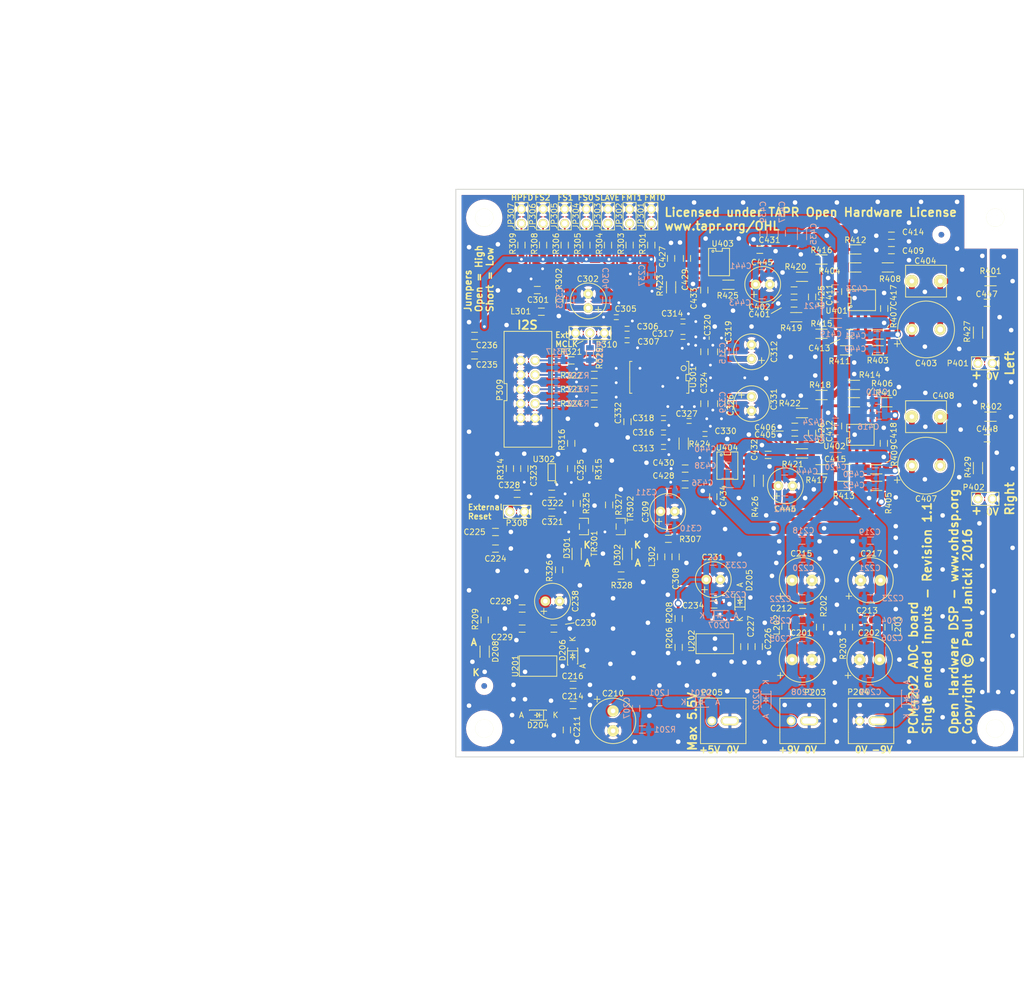
<source format=kicad_pcb>
(kicad_pcb (version 20221018) (generator pcbnew)
  (title_block (title "PCM4202 ADC - Single Ended Inputs") (date "2016-04-20") (rev "1.1") (company "Open Hardware DSP Platform - www.ohdsp.org") (comment 1 "MERCHANTABILITY, SATISFACTORY QUALITY AND FITNESS FOR A PARTICULAR PURPOSE.") (comment 2 "is distributed WITHOUT ANY EXPRESS OR IMPLIED WARRANTY, INCLUDING OF") (comment 3 "Licensed under the TAPR Open Hardware License (www.tapr.org/OHL). This documentation") (comment 4 "Copyright Paul Janicki 2016"))
  (layers (0 "F.Cu" signal) (31 "B.Cu" signal) (34 "B.Paste" user) (35 "F.Paste" user) (36 "B.SilkS" user "B.Silkscreen") (37 "F.SilkS" user "F.Silkscreen") (38 "B.Mask" user) (39 "F.Mask" user) (44 "Edge.Cuts" user))
  (net 0 "")
  (net 1 "GNDA")
  (net 2 "Net-(C202-Pad2)")
  (net 3 "Net-(C207-Pad2)")
  (net 4 "Net-(C308-Pad1)")
  (net 5 "Net-(D201-Pad1)")
  (net 6 "Net-(C312-Pad1)")
  (net 7 "Net-(C207-Pad1)")
  (net 8 "+9VA")
  (net 9 "Net-(C212-Pad2)")
  (net 10 "Net-(C213-Pad1)")
  (net 11 "-9VA")
  (net 12 "VDD")
  (net 13 "VAA")
  (net 14 "Net-(C301-Pad1)")
  (net 15 "/PCM4202/DVDD")
  (net 16 "/PCM4202/AVCC")
  (net 17 "/InputFilters/VCOML")
  (net 18 "Net-(C323-Pad1)")
  (net 19 "Net-(C324-Pad1)")
  (net 20 "Net-(C325-Pad1)")
  (net 21 "/InputFilters/VCOMR")
  (net 22 "Net-(C328-Pad1)")
  (net 23 "/PCM4202/ADC_RESET")
  (net 24 "Net-(C402-Pad1)")
  (net 25 "Net-(C403-Pad1)")
  (net 26 "Net-(C403-Pad2)")
  (net 27 "Net-(C405-Pad2)")
  (net 28 "Net-(C407-Pad1)")
  (net 29 "Net-(C407-Pad2)")
  (net 30 "Net-(C413-Pad1)")
  (net 31 "Net-(C413-Pad2)")
  (net 32 "Net-(C415-Pad1)")
  (net 33 "Net-(C415-Pad2)")
  (net 34 "Net-(C427-Pad1)")
  (net 35 "Net-(C428-Pad1)")
  (net 36 "/InputFilters/VCML")
  (net 37 "/InputFilters/VCMR")
  (net 38 "Net-(D201-Pad2)")
  (net 39 "Net-(D202-Pad1)")
  (net 40 "Net-(D203-Pad2)")
  (net 41 "Net-(D301-Pad1)")
  (net 42 "Net-(D301-Pad2)")
  (net 43 "Net-(D302-Pad1)")
  (net 44 "Net-(D302-Pad2)")
  (net 45 "/PCM4202/FMT0")
  (net 46 "/PCM4202/FMT1")
  (net 47 "/PCM4202/SLAVE")
  (net 48 "/PCM4202/FS0")
  (net 49 "/PCM4202/FS1")
  (net 50 "/PCM4202/FS2")
  (net 51 "/PCM4202/HPFD")
  (net 52 "Net-(P309-Pad2)")
  (net 53 "Net-(P309-Pad4)")
  (net 54 "Net-(P309-Pad6)")
  (net 55 "Net-(P309-Pad8)")
  (net 56 "Net-(R206-Pad1)")
  (net 57 "/PCM4202/CLIPR")
  (net 58 "Net-(R325-Pad2)")
  (net 59 "/PCM4202/CLIPL")
  (net 60 "Net-(R327-Pad2)")
  (net 61 "/InputFilters/ANAL+")
  (net 62 "/InputFilters/ANAL-")
  (net 63 "/InputFilters/ANAR+")
  (net 64 "/InputFilters/ANAR-")
  (net 65 "Net-(R425-Pad2)")
  (net 66 "Net-(R426-Pad2)")
  (net 67 "Net-(P310-Pad2)")
  (net 68 "Net-(D208-Pad1)")
  (net 69 "VCC")
  (net 70 "Net-(C401-Pad2)")
  (net 71 "Net-(C406-Pad1)")
  (net 72 "Net-(P401-Pad1)")
  (net 73 "Net-(P402-Pad1)")
  (net 74 "Net-(R404-Pad2)")
  (net 75 "Net-(R406-Pad2)")
  (net 76 "Net-(R407-Pad1)")
  (net 77 "Net-(R408-Pad1)")
  (net 78 "Net-(R409-Pad1)")
  (net 79 "Net-(R410-Pad1)")
  (net 80 "Net-(R412-Pad1)")
  (net 81 "Net-(R414-Pad1)")
  (net 82 "Net-(R321-Pad2)")
  (net 83 "Net-(R322-Pad2)")
  (net 84 "Net-(R323-Pad2)")
  (net 85 "Net-(R324-Pad2)")
  (footprint "MyKiCadLibs-Footprints:CAP-TH-D8mmP3.5mm" (layer "F.Cu") (at 158.96 132.855)
    (fp_text reference "C201")
    (fp_text value "220u" hide)
  )
  (footprint "MyKiCadLibs-Footprints:CAP-TH-D8mmP3.5mm" (layer "F.Cu") (at 170.87 132.855)
    (fp_text reference "C202")
    (fp_text value "220u" hide)
  )
  (footprint "MyKiCadLibs-Footprints:CAP-TH-D8mmP3.5mm" (layer "F.Cu") (at 125.685 143.6505 -90)
    (fp_text reference "C210")
    (fp_text value "220u" hide)
  )
  (footprint "MyKiCadLibs-Footprints:SMD-0805" (layer "F.Cu") (at 117.557 145.2585 -90)
    (fp_text reference "C211")
    (fp_text value "22u" hide)
  )
  (footprint "MyKiCadLibs-Footprints:SMD-0805" (layer "F.Cu") (at 159.087 124.473)
    (fp_text reference "C212")
    (fp_text value "100p" hide)
  )
  (footprint "MyKiCadLibs-Footprints:SMD-0805" (layer "F.Cu") (at 170.39 125.87)
    (fp_text reference "C213")
    (fp_text value "100p" hide)
  )
  (footprint "MyKiCadLibs-Footprints:SMD-0805" (layer "F.Cu") (at 118.657 140.8565)
    (fp_text reference "C214")
    (fp_text value "100n" hide)
  )
  (footprint "MyKiCadLibs-Footprints:CAP-TH-D8mmP3.5mm" (layer "F.Cu") (at 158.96 118.885)
    (fp_text reference "C215")
    (fp_text value "220u" hide)
  )
  (footprint "MyKiCadLibs-Footprints:SMD-0805" (layer "F.Cu") (at 118.657 137.3005)
    (fp_text reference "C216")
    (fp_text value "10n" hide)
  )
  (footprint "MyKiCadLibs-Footprints:CAP-TH-D8mmP3.5mm" (layer "F.Cu") (at 171.025 118.885)
    (fp_text reference "C217")
    (fp_text value "220u" hide)
  )
  (footprint "MyKiCadLibs-Footprints:SMD-0805" (layer "F.Cu") (at 151.34 130.569 -90)
    (fp_text reference "C226")
    (fp_text value "22u" hide)
  )
  (footprint "MyKiCadLibs-Footprints:SMD-0805" (layer "F.Cu") (at 148.8 130.569 -90)
    (fp_text reference "C227")
    (fp_text value "100n" hide)
  )
  (footprint "MyKiCadLibs-Footprints:SMD-0805" (layer "F.Cu") (at 109.683 123.8545 180)
    (fp_text reference "C228")
    (fp_text value "22u" hide)
  )
  (footprint "MyKiCadLibs-Footprints:SMD-0805" (layer "F.Cu") (at 109.683 127.3945 180)
    (fp_text reference "C229")
    (fp_text value "100n" hide)
  )
  (footprint "MyKiCadLibs-Footprints:SMD-0805" (layer "F.Cu") (at 115.271 127.3945)
    (fp_text reference "C230")
    (fp_text value "10n" hide)
  )
  (footprint "MyKiCadLibs-Footprints:CAP-TH-D6.3mmP2.5mm" (layer "F.Cu") (at 143.338 118.7585)
    (fp_text reference "C231")
    (fp_text value "220u" hide)
  )
  (footprint "MyKiCadLibs-Footprints:SMD-0805" (layer "F.Cu") (at 143.465 123.14)
    (fp_text reference "C234")
    (fp_text value "10n" hide)
  )
  (footprint "MyKiCadLibs-Footprints:SMD-0805" (layer "F.Cu") (at 112.35 67.7548 180)
    (fp_text reference "C301")
    (fp_text value "100p" hide)
  )
  (footprint "MyKiCadLibs-Footprints:CAP-TH-D6.3mmP2.5mm" (layer "F.Cu") (at 121.3172 69.6598 90)
    (fp_text reference "C302")
    (fp_text value "220u" hide)
  )
  (footprint "MyKiCadLibs-Footprints:SMD-0603" (layer "F.Cu") (at 126.259 72.5305 180)
    (fp_text reference "C305")
    (fp_text value "1u" hide)
  )
  (footprint "MyKiCadLibs-Footprints:SMD-0603" (layer "F.Cu") (at 128.159 74.5625)
    (fp_text reference "C306")
    (fp_text value "100n" hide)
  )
  (footprint "MyKiCadLibs-Footprints:SMD-0603" (layer "F.Cu") (at 128.159 76.5945)
    (fp_text reference "C307")
    (fp_text value "10n" hide)
  )
  (footprint "MyKiCadLibs-Footprints:SMD-0805" (layer "F.Cu") (at 136.7023 114.74999 -90)
    (fp_text reference "C308")
    (fp_text value "100p" hide)
  )
  (footprint "MyKiCadLibs-Footprints:CAP-TH-D6.3mmP2.5mm" (layer "F.Cu") (at 135.3053 106.74899)
    (fp_text reference "C309")
    (fp_text value "220u" hide)
  )
  (footprint "MyKiCadLibs-Footprints:CAP-TH-D6.3mmP2.5mm" (layer "F.Cu") (at 150.07 78.626 90)
    (fp_text reference "C312")
    (fp_text value "220u" hide)
  )
  (footprint "MyKiCadLibs-Footprints:SMD-0603" (layer "F.Cu") (at 134.575 95.3905)
    (fp_text reference "C313")
    (fp_text value "1u" hide)
  )
  (footprint "MyKiCadLibs-Footprints:SMD-0603" (layer "F.Cu") (at 134.575 92.8505)
    (fp_text reference "C316")
    (fp_text value "100n" hide)
  )
  (footprint "MyKiCadLibs-Footprints:SMD-0603" (layer "F.Cu") (at 134.575 90.3105)
    (fp_text reference "C318")
    (fp_text value "10n" hide)
  )
  (footprint "MyKiCadLibs-Footprints:SMD-0805" (layer "F.Cu") (at 144.736 78.626 90)
    (fp_text reference "C319")
    (fp_text value "100n" hide)
  )
  (footprint "MyKiCadLibs-Footprints:SMD-0805" (layer "F.Cu") (at 141.768 78.626 90)
    (fp_text reference "C320")
    (fp_text value "10n" hide)
  )
  (footprint "MyKiCadLibs-Footprints:SMD-0805" (layer "F.Cu") (at 114.891 106.947)
    (fp_text reference "C321")
    (fp_text value "10u" hide)
  )
  (footprint "MyKiCadLibs-Footprints:SMD-0805" (layer "F.Cu") (at 114.891 103.645)
    (fp_text reference "C322")
    (fp_text value "100n" hide)
  )
  (footprint "MyKiCadLibs-Footprints:SMD-0805" (layer "F.Cu") (at 110.065 99.2 -90)
    (fp_text reference "C323")
    (fp_text value "100n" hide)
  )
  (footprint "MyKiCadLibs-Footprints:SMD-0805" (layer "F.Cu") (at 141.768 87.77 -90)
    (fp_text reference "C324")
    (fp_text value "10n" hide)
  )
  (footprint "MyKiCadLibs-Footprints:SMD-0805" (layer "F.Cu") (at 118.32 99.2 -90)
    (fp_text reference "C325")
    (fp_text value "N/F" hide)
  )
  (footprint "MyKiCadLibs-Footprints:SMD-0805" (layer "F.Cu") (at 144.736 87.77 -90)
    (fp_text reference "C326")
    (fp_text value "100n" hide)
  )
  (footprint "MyKiCadLibs-Footprints:SMD-0805" (layer "F.Cu") (at 108.795 103.645)
    (fp_text reference "C328")
    (fp_text value "100n" hide)
  )
  (footprint "MyKiCadLibs-Footprints:CAP-TH-D6.3mmP2.5mm" (layer "F.Cu") (at 150.07 87.77 -90)
    (fp_text reference "C331")
    (fp_text value "220u" hide)
  )
  (footprint "MyKiCadLibs-Footprints:SMD-0805" (layer "F.Cu") (at 128.225 90.945 -90)
    (fp_text reference "C332")
    (fp_text value "100n" hide)
  )
  (footprint "MyKiCadLibs-Footprints:SMD-0805" (layer "F.Cu") (at 157.562 70.1175)
    (fp_text reference "C401")
    (fp_text value "100p" hide)
  )
  (footprint "MyKiCadLibs-Footprints:SMD-0805" (layer "F.Cu") (at 157.562 67.8315 180)
    (fp_text reference "C402")
    (fp_text value "100p" hide)
  )
  (footprint "MyKiCadLibs-Footprints:CAP-TH-D10mmP5mm" (layer "F.Cu") (at 180.803 74.6895)
    (fp_text reference "C403")
    (fp_text value "100u" hide)
  )
  (footprint "MyKiCadLibs-Footprints:CAP_TH_5mm" (layer "F.Cu") (at 180.803 66.1805 180)
    (fp_text reference "C404")
    (fp_text value "100n" hide)
  )
  (footprint "MyKiCadLibs-Footprints:CAP-TH-D10mmP5mm" (layer "F.Cu") (at 180.803 98.6925)
    (fp_text reference "C407")
    (fp_text value "100u" hide)
  )
  (footprint "MyKiCadLibs-Footprints:CAP_TH_5mm" (layer "F.Cu") (at 180.803 90.0565 180)
    (fp_text reference "C408")
    (fp_text value "100n" hide)
  )
  (footprint "MyKiCadLibs-Footprints:SMD-0805" (layer "F.Cu") (at 165.31 68.022 -90)
    (fp_text reference "C411")
    (fp_text value "100n" hide)
  )
  (footprint "MyKiCadLibs-Footprints:SMD-0805" (layer "F.Cu") (at 165.309 91.7075 -90)
    (fp_text reference "C412")
    (fp_text value "100n" hide)
  )
  (footprint "MyKiCadLibs-Footprints:SMD-0805" (layer "F.Cu") (at 167.342 75.324 180)
    (fp_text reference "C413")
    (fp_text value "330p" hide)
  )
  (footprint "MyKiCadLibs-Footprints:SMD-0805" (layer "F.Cu") (at 167.075 99.0735 180)
    (fp_text reference "C415")
    (fp_text value "330p" hide)
  )
  (footprint "MyKiCadLibs-Footprints:SMD-0805" (layer "F.Cu") (at 173.437 71.0065 -90)
    (fp_text reference "C417")
    (fp_text value "100n" hide)
  )
  (footprint "MyKiCadLibs-Footprints:SMD-0805" (layer "F.Cu") (at 173.3735 94.7555 -90)
    (fp_text reference "C418")
    (fp_text value "100n" hide)
  )
  (footprint "MyKiCadLibs-Footprints:SMD-0805" (layer "F.Cu") (at 160.738 68.974 90)
    (fp_text reference "C425")
    (fp_text value "2n7" hide)
  )
  (footprint "MyKiCadLibs-Footprints:SMD-0805" (layer "F.Cu") (at 160.738 92.977 90)
    (fp_text reference "C426")
    (fp_text value "2n7" hide)
  )
  (footprint "MyKiCadLibs-Footprints:SMD-0805" (layer "F.Cu") (at 135.9095 62.1795 90)
    (fp_text reference "C427")
    (fp_text value "100n" hide)
  )
  (footprint "MyKiCadLibs-Footprints:SMD-0805" (layer "F.Cu") (at 138.385 101.9945 180)
    (fp_text reference "C428")
    (fp_text value "100n" hide)
  )
  (footprint "MyKiCadLibs-Footprints:SMD-0805" (layer "F.Cu") (at 138.7035 62.1795 90)
    (fp_text reference "C429")
    (fp_text value "10n" hide)
  )
  (footprint "MyKiCadLibs-Footprints:SMD-0805" (layer "F.Cu") (at 138.385 99.2005 180)
    (fp_text reference "C430")
    (fp_text value "10n" hide)
  )
  (footprint "MyKiCadLibs-Footprints:SMD-0805" (layer "F.Cu") (at 151.5305 60.6555)
    (fp_text reference "C431")
    (fp_text value "100n" hide)
  )
  (footprint "MyKiCadLibs-Footprints:SMD-0805" (layer "F.Cu") (at 152.991 96.787)
    (fp_text reference "C432")
    (fp_text value "100n" hide)
  )
  (footprint "MyKiCadLibs-Footprints:SMD-0805" (layer "F.Cu") (at 141.7515 67.7675 90)
    (fp_text reference "C433")
    (fp_text value "100n" hide)
  )
  (footprint "MyKiCadLibs-Footprints:SMD-0805" (layer "F.Cu") (at 143.339 104.153 90)
    (fp_text reference "C434")
    (fp_text value "100n" hide)
  )
  (footprint "MyKiCadLibs-Footprints:DIODE-SOD-123" (layer "F.Cu") (at 112.555 142.6345 180)
    (fp_text reference "D204")
    (fp_text value "SS14L" hide)
  )
  (footprint "MyKiCadLibs-Footprints:DIODE-SOD-123" (layer "F.Cu") (at 148.037 122.6955 90)
    (fp_text reference "D205")
    (fp_text value "SS14L" hide)
  )
  (footprint "MyKiCadLibs-Footprints:DIODE-SOD-123" (layer "F.Cu") (at 118.573 132.2205 -90)
    (fp_text reference "D206")
    (fp_text value "SS14L" hide)
  )
  (footprint "MyKiCadLibs-Footprints:SMD-1206" (layer "F.Cu") (at 119.2852 114.2368 90)
    (fp_text reference "D301")
    (fp_text value "Red LED 1206" hide)
  )
  (footprint "MyKiCadLibs-Footprints:SMD-1206" (layer "F.Cu") (at 128.1752 114.2368 90)
    (fp_text reference "D302")
    (fp_text value "Red LED 1206" hide)
  )
  (footprint "MyKiCadLibs-Footprints:SMD-0805" (layer "F.Cu") (at 156.039 127.013 90)
    (fp_text reference "L202")
    (fp_text value "600R@100MHz" hide)
  )
  (footprint "MyKiCadLibs-Footprints:SMD-0805" (layer "F.Cu") (at 174.2 127.14 90)
    (fp_text reference "L203")
    (fp_text value "600R@100MHz" hide)
  )
  (footprint "MyKiCadLibs-Footprints:SMD-0805" (layer "F.Cu") (at 113.0622 71.5648)
    (fp_text reference "L301")
    (fp_text value "600R@100MHz" hide)
  )
  (footprint "MyKiCadLibs-Footprints:SMD-0805" (layer "F.Cu") (at 134.1623 114.74999 90)
    (fp_text reference "L302")
    (fp_text value "600R@100MHz" hide)
  )
  (footprint "MyKiCadLibs-Footprints:CONN-2WAY-2.54mm-3.81mm-SPACING" (layer "F.Cu") (at 157.055 143.65)
    (fp_text reference "P203")
    (fp_text value "CONN_2x1" hide)
  )
  (footprint "MyKiCadLibs-Footprints:CONN-2WAY-2.54mm-3.81mm-SPACING" (layer "F.Cu") (at 169.12 143.65)
    (fp_text reference "P204")
    (fp_text value "CONN_2x1" hide)
  )
  (footprint "MyKiCadLibs-Footprints:CONN-2WAY-2.54mm-3.81mm-SPACING" (layer "F.Cu") (at 143.085 143.65)
    (fp_text reference "P205")
    (fp_text value "CONN_2x1" hide)
  )
  (footprint "MyKiCadLibs-Footprints:SMD-0805" (layer "F.Cu") (at 162.135 127.14 -90)
    (fp_text reference "R202")
    (fp_text value "47" hide)
  )
  (footprint "MyKiCadLibs-Footprints:SMD-0805" (layer "F.Cu") (at 167.215 127.14 90)
    (fp_text reference "R203")
    (fp_text value "47" hide)
  )
  (footprint "MyKiCadLibs-Footprints:SMD-0805" (layer "F.Cu") (at 137.243 130.696 -90)
    (fp_text reference "R206")
    (fp_text value "2k2" hide)
  )
  (footprint "MyKiCadLibs-Footprints:SMD-0805" (layer "F.Cu") (at 137.243 125.616 -90)
    (fp_text reference "R208")
    (fp_text value "6k8" hide)
  )
  (footprint "MyKiCadLibs-Footprints:SMD-0805" (layer "F.Cu") (at 132.417 59.83 90)
    (fp_text reference "R301")
    (fp_text value "10k" hide)
  )
  (footprint "MyKiCadLibs-Footprints:SMD-0805" (layer "F.Cu") (at 116.2372 69.5328 90)
    (fp_text reference "R302")
    (fp_text value "47" hide)
  )
  (footprint "MyKiCadLibs-Footprints:SMD-0805" (layer "F.Cu") (at 128.607 59.83 90)
    (fp_text reference "R303")
    (fp_text value "10k" hide)
  )
  (footprint "MyKiCadLibs-Footprints:SMD-0805" (layer "F.Cu") (at 124.797 59.83 90)
    (fp_text reference "R304")
    (fp_text value "10k" hide)
  )
  (footprint "MyKiCadLibs-Footprints:SMD-0805" (layer "F.Cu") (at 120.987 59.83 90)
    (fp_text reference "R305")
    (fp_text value "10k" hide)
  )
  (footprint "MyKiCadLibs-Footprints:SMD-0805" (layer "F.Cu") (at 117.177 59.83 90)
    (fp_text reference "R306")
    (fp_text value "10k" hide)
  )
  (footprint "MyKiCadLibs-Footprints:SMD-0805" (layer "F.Cu") (at 135.4323 111.57499)
    (fp_text reference "R307")
    (fp_text value "47" hide)
  )
  (footprint "MyKiCadLibs-Footprints:SMD-0805" (layer "F.Cu") (at 113.367 59.83 90)
    (fp_text reference "R308")
    (fp_text value "10k" hide)
  )
  (footprint "MyKiCadLibs-Footprints:SMD-0805" (layer "F.Cu") (at 109.557 59.83 90)
    (fp_text reference "R309")
    (fp_text value "10k" hide)
  )
  (footprint "MyKiCadLibs-Footprints:SMD-0805" (layer "F.Cu") (at 107.525 99.2 -90)
    (fp_text reference "R314")
    (fp_text value "1k" hide)
  )
  (footprint "MyKiCadLibs-Footprints:SMD-0805" (layer "F.Cu") (at 121.495 99.2 90)
    (fp_text reference "R315")
    (fp_text value "100k" hide)
  )
  (footprint "MyKiCadLibs-Footprints:SMD-0805" (layer "F.Cu") (at 118.32 94.755 -90)
    (fp_text reference "R316")
    (fp_text value "100R" hide)
  )
  (footprint "MyKiCadLibs-Footprints:SMD-0805" (layer "F.Cu") (at 118.32 80.15)
    (fp_text reference "R321")
    (fp_text value "0" hide)
  )
  (footprint "MyKiCadLibs-Footprints:SMD-0805" (layer "F.Cu") (at 122.384 82.69)
    (fp_text reference "R322")
    (fp_text value "0" hide)
  )
  (footprint "MyKiCadLibs-Footprints:SMD-0805" (layer "F.Cu") (at 122.384 85.23)
    (fp_text reference "R323")
    (fp_text value "0" hide)
  )
  (footprint "MyKiCadLibs-Footprints:SMD-0805" (layer "F.Cu") (at 122.384 87.77)
    (fp_text reference "R324")
    (fp_text value "75" hide)
  )
  (footprint "MyKiCadLibs-Footprints:SMD-0805" (layer "F.Cu") (at 119.2852 105.3468 -90)
    (fp_text reference "R325")
    (fp_text value "1k" hide)
  )
  (footprint "MyKiCadLibs-Footprints:SMD-0805" (layer "F.Cu") (at 116.1854 117.0313 -90)
    (fp_text reference "R326")
    (fp_text value "470" hide)
  )
  (footprint "MyKiCadLibs-Footprints:SMD-0805" (layer "F.Cu") (at 125.0002 105.6008 -90)
    (fp_text reference "R327")
    (fp_text value "1k" hide)
  )
  (footprint "MyKiCadLibs-Footprints:SMD-0805" (layer "F.Cu") (at 127.1074 118.0473 180)
    (fp_text reference "R328")
    (fp_text value "470" hide)
  )
  (footprint "MyKiCadLibs-Footprints:SMD-1206" (layer "F.Cu") (at 172.294 78.3725)
    (fp_text reference "R403")
    (fp_text value "1k" hide)
  )
  (footprint "MyKiCadLibs-Footprints:SMD-1206" (layer "F.Cu") (at 168.357 63.7675)
    (fp_text reference "R404")
    (fp_text value "1k5" hide)
  )
  (footprint "MyKiCadLibs-Footprints:SMD-1206" (layer "F.Cu") (at 172.04 102.2485)
    (fp_text reference "R405")
    (fp_text value "1k" hide)
  )
  (footprint "MyKiCadLibs-Footprints:SMD-1206" (layer "F.Cu") (at 168.103 87.5165)
    (fp_text reference "R406")
    (fp_text value "1k5" hide)
  )
  (footprint "MyKiCadLibs-Footprints:SMD-1206" (layer "F.Cu") (at 172.294 75.5785)
    (fp_text reference "R407")
    (fp_text value "2k2" hide)
  )
  (footprint "MyKiCadLibs-Footprints:SMD-1206" (layer "F.Cu") (at 174.072 63.7675)
    (fp_text reference "R408")
    (fp_text value "2k2" hide)
  )
  (footprint "MyKiCadLibs-Footprints:SMD-1206" (layer "F.Cu") (at 172.04 99.3275)
    (fp_text reference "R409")
    (fp_text value "2k2" hide)
  )
  (footprint "MyKiCadLibs-Footprints:SMD-1206" (layer "F.Cu") (at 173.818 87.5165)
    (fp_text reference "R410")
    (fp_text value "2k2" hide)
  )
  (footprint "MyKiCadLibs-Footprints:SMD-1206" (layer "F.Cu") (at 166.707 78.372)
    (fp_text reference "R411")
    (fp_text value "2k2" hide)
  )
  (footprint "MyKiCadLibs-Footprints:SMD-1206" (layer "F.Cu") (at 168.357 60.5925)
    (fp_text reference "R412")
    (fp_text value "1k5" hide)
  )
  (footprint "MyKiCadLibs-Footprints:SMD-1206" (layer "F.Cu") (at 166.313 102.248)
    (fp_text reference "R413")
    (fp_text value "2k2" hide)
  )
  (footprint "MyKiCadLibs-Footprints:SMD-1206" (layer "F.Cu") (at 168.103 84.4685)
    (fp_text reference "R414")
    (fp_text value "1k5" hide)
  )
  (footprint "MyKiCadLibs-Footprints:SMD-1206" (layer "F.Cu") (at 162.388 75.4515)
    (fp_text reference "R415")
    (fp_text value "40R2" hide)
  )
  (footprint "MyKiCadLibs-Footprints:SMD-1206" (layer "F.Cu") (at 162.388 62.3705)
    (fp_text reference "R416")
    (fp_text value "40R2" hide)
  )
  (footprint "MyKiCadLibs-Footprints:SMD-1206" (layer "F.Cu") (at 162.388 99.3275)
    (fp_text reference "R417")
    (fp_text value "40R2" hide)
  )
  (footprint "MyKiCadLibs-Footprints:SMD-1206" (layer "F.Cu") (at 162.388 86.2465)
    (fp_text reference "R418")
    (fp_text value "40R2" hide)
  )
  (footprint "MyKiCadLibs-Footprints:SMD-1206" (layer "F.Cu") (at 157.943 72.5305)
    (fp_text reference "R419")
    (fp_text value "100" hide)
  )
  (footprint "MyKiCadLibs-Footprints:SMD-1206" (layer "F.Cu") (at 158.96 65.4185)
    (fp_text reference "R420")
    (fp_text value "100" hide)
  )
  (footprint "MyKiCadLibs-Footprints:SMD-1206" (layer "F.Cu") (at 158.959 96.5335)
    (fp_text reference "R421")
    (fp_text value "100R" hide)
  )
  (footprint "MyKiCadLibs-Footprints:SMD-1206" (layer "F.Cu") (at 158.959 89.4215)
    (fp_text reference "R422")
    (fp_text value "100R" hide)
  )
  (footprint "MyKiCadLibs-Footprints:SMD-1206" (layer "F.Cu") (at 135.9095 67.2595 -90)
    (fp_text reference "R423")
    (fp_text value "1k" hide)
  )
  (footprint "MyKiCadLibs-Footprints:SMD-1206" (layer "F.Cu") (at 138.131 94.8045 90)
    (fp_text reference "R424")
    (fp_text value "1k" hide)
  )
  (footprint "MyKiCadLibs-Footprints:SMD-1206" (layer "F.Cu") (at 146.006 66.815 180)
    (fp_text reference "R425")
    (fp_text value "1k" hide)
  )
  (footprint "MyKiCadLibs-Footprints:SMD-1206" (layer "F.Cu") (at 151.34 101.359 90)
    (fp_text reference "R426")
    (fp_text value "1k" hide)
  )
  (footprint "MyKiCadLibs-Footprints:IC-SOT23" (layer "F.Cu") (at 120.5552 109.4108 -90)
    (fp_text reference "TR301")
    (fp_text value "BC847" hide)
  )
  (footprint "MyKiCadLibs-Footprints:IC-SOT23" (layer "F.Cu") (at 127.0322 109.4108 -90)
    (fp_text reference "TR302")
    (fp_text value "BC847" hide)
  )
  (footprint "MyKiCadLibs-Footprints:IC-SOT223-6" (layer "F.Cu") (at 143.593 130.061 180)
    (fp_text reference "U202")
    (fp_text value "TPS7A4501" hide)
  )
  (footprint "MyKiCadLibs-Footprints:IC-SOT143" (layer "F.Cu") (at 114.891 99.835 90)
    (fp_text reference "U302")
    (fp_text value "ADM811TART" hide)
  )
  (footprint "MyKiCadLibs-Footprints:IC_SOIC_8" (layer "F.Cu") (at 141.7515 60.9095)
    (fp_text reference "U403")
    (fp_text value "TLE2071" hide)
  )
  (footprint "MyKiCadLibs-Footprints:IC_SOIC_8" (layer "F.Cu") (at 143.212 96.787)
    (fp_text reference "U404")
    (fp_text value "TLE2071" hide)
  )
  (footprint "MyKiCadLibs-Footprints:IC-SSOP28" (layer "F.Cu") (at 133.823 83.125 180)
    (fp_text reference "U301")
    (fp_text value "PCM4202DBT" hide)
  )
  (footprint "MyKiCadLibs-Footprints:IC_SOIC_8" (layer "F.Cu") (at 167.596 72.133512 90)
    (fp_text reference "U401")
    (fp_text value "TLE2072" hide)
  )
  (footprint "MyKiCadLibs-Footprints:IC_SOIC_8" (layer "F.Cu") (at 167.342 95.855 90)
    (fp_text reference "U402")
    (fp_text value "TLE2072" hide)
  )
  (footprint "MyKiCadLibs-Footprints:CAP-TH-D6.3mmP2.5mm" (layer "F.Cu") (at 152.0385 66.7515)
    (fp_text reference "C445")
    (fp_text value "47u" hide)
  )
  (footprint "MyKiCadLibs-Footprints:CAP-TH-D6.3mmP2.5mm" (layer "F.Cu") (at 156.039 102.248)
    (fp_text reference "C446")
    (fp_text value "47u" hide)
  )
  (footprint "MyKiCadLibs-Footprints:SMD-0603" (layer "F.Cu") (at 137.999 73.2925)
    (fp_text reference "C314")
    (fp_text value "100n" hide)
  )
  (footprint "MyKiCadLibs-Footprints:SMD-0603" (layer "F.Cu") (at 137.999 76.0005)
    (fp_text reference "C317")
    (fp_text value "10n" hide)
  )
  (footprint "MyKiCadLibs-Footprints:SMD-0603" (layer "F.Cu") (at 139.081 90.8185)
    (fp_text reference "C327")
    (fp_text value "10n" hide)
  )
  (footprint "MyKiCadLibs-Footprints:SMD-0603" (layer "F.Cu") (at 141.875 93.1045)
    (fp_text reference "C330")
    (fp_text value "100n" hide)
  )
  (footprint "MyKiCadLibs-Footprints:SMD-0805" (layer "F.Cu") (at 191.556 93.866)
    (fp_text reference "C448")
    (fp_text value "1n" hide)
  )
  (footprint "MyKiCadLibs-Footprints:SMD-1206" (layer "F.Cu") (at 189.948 75.246 -90)
    (fp_text reference "R427")
    (fp_text value "1k" hide)
  )
  (footprint "MyKiCadLibs-Footprints:SMD-1206" (layer "F.Cu") (at 189.948 99.122 -90)
    (fp_text reference "R429")
    (fp_text value "1k" hide)
  )
  (footprint "MyKiCadLibs-Footprints:SMD-0805" (layer "F.Cu") (at 121.622 79.05 -90)
    (fp_text reference "R329")
    (fp_text value "N/F" hide)
  )
  (footprint "MyKiCadLibs-Footprints:SMD-0805" (layer "F.Cu") (at 103.079 125.8705 90)
    (fp_text reference "R209")
    (fp_text value "470" hide)
  )
  (footprint "MyKiCadLibs-Footprints:SMD-0805" (layer "F.Cu") (at 104.985 113.297)
    (fp_text reference "C224")
    (fp_text value "10u" hide)
  )
  (footprint "MyKiCadLibs-Footprints:SMD-0805" (layer "F.Cu") (at 104.985 110.376)
    (fp_text reference "C225")
    (fp_text value "100n" hide)
  )
  (footprint "MyKiCadLibs-Footprints:SMD-0805" (layer "F.Cu") (at 101.302 79.261 180)
    (fp_text reference "C235")
    (fp_text value "10u" hide)
  )
  (footprint "MyKiCadLibs-Footprints:SMD-0805" (layer "F.Cu") (at 101.302 75.832 180)
    (fp_text reference "C236")
    (fp_text value "100n" hide)
  )
  (footprint "MyKiCadLibs-Footprints:CAP-TH-D6.3mmP2.5mm" (layer "F.Cu") (at 115.017 122.5685)
    (fp_text reference "C238")
    (fp_text value "220u" hide)
  )
  (footprint "MyKiCadLibs-Footprints:SMD-0805" (layer "F.Cu") (at 157.689 94.1205)
    (fp_text reference "C405")
    (fp_text value "100p" hide)
  )
  (footprint "MyKiCadLibs-Footprints:SMD-0805" (layer "F.Cu") (at 157.689 91.8345 180)
    (fp_text reference "C406")
    (fp_text value "100p" hide)
  )
  (footprint "MyKiCadLibs-Footprints:SMD-0805" (layer "F.Cu") (at 191.556 69.99)
    (fp_text reference "C447")
    (fp_text value "1n" hide)
  )
  (footprint "MyKiCadLibs-Footprints:SMD-0805" (layer "F.Cu") (at 174.707 60.7195 180)
    (fp_text reference "C409")
    (fp_text value "100n" hide)
  )
  (footprint "MyKiCadLibs-Footprints:SMD-0805" (layer "F.Cu") (at 174.707 58.1795 180)
    (fp_text reference "C414")
    (fp_text value "10u" hide)
  )
  (footprint "MyKiCadLibs-Footprints:CONN_SIL_2_1MM" (layer "F.Cu") (at 132.417 56.02 90)
    (fp_text reference "JP301")
    (fp_text value "CONN_2x1" hide)
  )
  (footprint "MyKiCadLibs-Footprints:CONN_SIL_2_1MM" (layer "F.Cu") (at 128.607 56.02 90)
    (fp_text reference "JP302")
    (fp_text value "CONN_2x1" hide)
  )
  (footprint "MyKiCadLibs-Footprints:CONN_SIL_2_1MM" (layer "F.Cu") (at 124.797 56.02 90)
    (fp_text reference "JP303")
    (fp_text value "CONN_2x1" hide)
  )
  (footprint "MyKiCadLibs-Footprints:CONN_SIL_2_1MM" (layer "F.Cu") (at 120.987 56.02 90)
    (fp_text reference "JP304")
    (fp_text value "CONN_2x1" hide)
  )
  (footprint "MyKiCadLibs-Footprints:CONN_SIL_2_1MM" (layer "F.Cu") (at 117.177 56.02 90)
    (fp_text reference "JP305")
    (fp_text value "CONN_2x1" hide)
  )
  (footprint "MyKiCadLibs-Footprints:CONN_SIL_2_1MM" (layer "F.Cu") (at 113.367 56.02 90)
    (fp_text reference "JP306")
    (fp_text value "CONN_2x1" hide)
  )
  (footprint "MyKiCadLibs-Footprints:CONN_SIL_2_1MM" (layer "F.Cu") (at 109.557 56.02 90)
    (fp_text reference "JP307")
    (fp_text value "CONN_2x1" hide)
  )
  (footprint "MyKiCadLibs-Footprints:CONN_SIL_2_1MM" (layer "F.Cu") (at 107.525 106.82)
    (fp_text reference "P308")
    (fp_text value "CONN_2x1" hide)
  )
  (footprint "MyKiCadLibs-Footprints:CONN_DIL_2X5_BOX_1MM" (layer "F.Cu") (at 110.7 85.23)
    (fp_text reference "P309")
    (fp_text value "CONN_02X05" hide)
  )
  (footprint "MyKiCadLibs-Footprints:CONN_SIL_3_1MM" (layer "F.Cu") (at 119.082 75.324)
    (fp_text reference "P310")
    (fp_text value "N/F" hide)
  )
  (footprint "MyKiCadLibs-Footprints:CONN_SIL_2_1MM" (layer "F.Cu") (at 189.948 80.658)
    (fp_text reference "P401")
    (fp_text value "CONN_2x1" hide)
  )
  (footprint "MyKiCadLibs-Footprints:CONN_SIL_2_1MM" (layer "F.Cu") (at 189.948 104.534)
    (fp_text reference "P402")
    (fp_text value "CONN_2x1" hide)
  )
  (footprint "MyKiCadLibs-Footprints:MNT_HOLE_3.2mm" (layer "F.Cu") (at 103 145)
    (fp_text reference "MNT201" hide)
    (fp_text value "MNT_HOLE" hide)
  )
  (footprint "MyKiCadLibs-Footprints:MNT_HOLE_3.2mm" (layer "F.Cu") (at 193 145)
    (fp_text reference "MNT202" hide)
    (fp_text value "MNT_HOLE" hide)
  )
  (footprint "MyKiCadLibs-Footprints:MNT_HOLE_3.2mm" (layer "F.Cu") (at 103 55)
    (fp_text reference "MNT203" hide)
    (fp_text value "MNT_HOLE" hide)
  )
  (footprint "MyKiCadLibs-Footprints:MNT_HOLE_3.2mm" (layer "F.Cu") (at 193 55)
    (fp_text reference "MNT204" hide)
    (fp_text value "MNT_HOLE" hide)
  )
  (footprint "MyKiCadLibs-Footprints:IC-SOT-223" (layer "F.Cu") (at 112.477 133.9985)
    (fp_text reference "U201")
    (fp_text value "TLV1117LV33DCY" hide)
  )
  (footprint "MyKiCadLibs-Footprints:FID-1MM-3MM" (layer "F.Cu") (at 103 137.5)
    (fp_text reference "FID1" hide)
    (fp_text value "MNT_HOLE" hide)
  )
  (footprint "MyKiCadLibs-Footprints:FID-1MM-3MM" (layer "F.Cu") (at 183.5 58)
    (fp_text reference "FID2" hide)
    (fp_text value "MNT_HOLE" hide)
  )
  (footprint "MyKiCadLibs-Footprints:SMD-1206" (layer "F.Cu") (at 192.156 66.18 180)
    (fp_text reference "R401")
    (fp_text value "47k" hide)
  )
  (footprint "MyKiCadLibs-Footprints:SMD-1206" (layer "F.Cu") (at 192.156 90.056 180)
    (fp_text reference "R402")
    (fp_text value "47k" hide)
  )
  (footprint "MyKiCadLibs-Footprints:SMD-1206" (layer "F.Cu") (at 103.08 131.458 -90)
    (fp_text reference "D208")
    (fp_text value "Green LED 1206" hide)
  )
  (footprint "MyKiCadLibs-Footprints:SMD-0805" (layer "B.Cu") (at 158.96 125.87)
    (fp_text reference "C203")
    (fp_text value "22u" hide)
  )
  (footprint "MyKiCadLibs-Footprints:SMD-0805" (layer "B.Cu") (at 171.025 125.87)
    (fp_text reference "C204")
    (fp_text value "22u" hide)
  )
  (footprint "MyKiCadLibs-Footprints:SMD-0805" (layer "B.Cu") (at 158.96 129.045)
    (fp_text reference "C205")
    (fp_text value "100n" hide)
  )
  (footprint "MyKiCadLibs-Footprints:SMD-0805" (layer "B.Cu") (at 171.025 129.045)
    (fp_text reference "C206")
    (fp_text value "100n" hide)
  )
  (footprint "MyKiCadLibs-Footprints:SMD-0805" (layer "B.Cu") (at 129.749 141.4485 -90)
    (fp_text reference "C207")
    (fp_text value "100p" hide)
  )
  (footprint "MyKiCadLibs-Footprints:SMD-0805" (layer "B.Cu") (at 158.96 136.665)
    (fp_text reference "C208")
    (fp_text value "10n" hide)
  )
  (footprint "MyKiCadLibs-Footprints:SMD-0805" (layer "B.Cu") (at 171.025 136.665)
    (fp_text reference "C209")
    (fp_text value "10n" hide)
  )
  (footprint "MyKiCadLibs-Footprints:SMD-0805" (layer "B.Cu") (at 158.96 111.9)
    (fp_text reference "C218")
    (fp_text value "22u" hide)
  )
  (footprint "MyKiCadLibs-Footprints:SMD-0805" (layer "B.Cu") (at 171.025 111.9)
    (fp_text reference "C219")
    (fp_text value "22u" hide)
  )
  (footprint "MyKiCadLibs-Footprints:SMD-0805" (layer "B.Cu") (at 158.96 115.075)
    (fp_text reference "C220")
    (fp_text value "100n" hide)
  )
  (footprint "MyKiCadLibs-Footprints:SMD-0805" (layer "B.Cu") (at 171.025 115.075)
    (fp_text reference "C221")
    (fp_text value "100n" hide)
  )
  (footprint "MyKiCadLibs-Footprints:SMD-0805" (layer "B.Cu") (at 158.96 122.06)
    (fp_text reference "C222")
    (fp_text value "10n" hide)
  )
  (footprint "MyKiCadLibs-Footprints:SMD-0805" (layer "B.Cu") (at 171.025 122.06)
    (fp_text reference "C223")
    (fp_text value "10n" hide)
  )
  (footprint "MyKiCadLibs-Footprints:SMD-0805" (layer "B.Cu") (at 143.338 121.9335)
    (fp_text reference "C232")
    (fp_text value "22u" hide)
  )
  (footprint "MyKiCadLibs-Footprints:SMD-0805" (layer "B.Cu") (at 143.339 115.5835)
    (fp_text reference "C233")
    (fp_text value "100n" hide)
  )
  (footprint "MyKiCadLibs-Footprints:SMD-0805" (layer "B.Cu") (at 118.1422 69.5328 90)
    (fp_text reference "C303")
    (fp_text value "22u" hide)
  )
  (footprint "MyKiCadLibs-Footprints:SMD-0805" (layer "B.Cu") (at 124.4922 69.5328 90)
    (fp_text reference "C304")
    (fp_text value "100n" hide)
  )
  (footprint "MyKiCadLibs-Footprints:SMD-0805" (layer "B.Cu") (at 135.4323 109.66999)
    (fp_text reference "C310")
    (fp_text value "22u" hide)
  )
  (footprint "MyKiCadLibs-Footprints:SMD-0805" (layer "B.Cu") (at 135.4323 103.31999)
    (fp_text reference "C311")
    (fp_text value "100n" hide)
  )
  (footprint "MyKiCadLibs-Footprints:SMD-0805" (layer "B.Cu") (at 146.768 78.626 90)
    (fp_text reference "C315")
    (fp_text value "22u" hide)
  )
  (footprint "MyKiCadLibs-Footprints:SMD-0805" (layer "B.Cu") (at 146.768 87.77 -90)
    (fp_text reference "C329")
    (fp_text value "22u" hide)
  )
  (footprint "MyKiCadLibs-Footprints:SMD-1206" (layer "B.Cu") (at 164.928 73.5465)
    (fp_text reference "C419")
    (fp_text value "10u" hide)
  )
  (footprint "MyKiCadLibs-Footprints:SMD-1206" (layer "B.Cu") (at 164.8782 97.1685)
    (fp_text reference "C420")
    (fp_text value "10u" hide)
  )
  (footprint "MyKiCadLibs-Footprints:SMD-0805" (layer "B.Cu") (at 164.8274 70.4985)
    (fp_text reference "C421")
    (fp_text value "100n" hide)
  )
  (footprint "MyKiCadLibs-Footprints:SMD-0805" (layer "B.Cu") (at 164.801 93.8665)
    (fp_text reference "C422")
    (fp_text value "100n" hide)
  )
  (footprint "MyKiCadLibs-Footprints:SMD-0805" (layer "B.Cu") (at 164.8274 67.4505)
    (fp_text reference "C423")
    (fp_text value "10n" hide)
  )
  (footprint "MyKiCadLibs-Footprints:SMD-0805" (layer "B.Cu") (at 164.8528 90.945)
    (fp_text reference "C424")
    (fp_text value "10n" hide)
  )
  (footprint "MyKiCadLibs-Footprints:SMD-1206" (layer "B.Cu") (at 158.959 57.8742 90)
    (fp_text reference "C435")
    (fp_text value "10u" hide)
  )
  (footprint "MyKiCadLibs-Footprints:SMD-1206" (layer "B.Cu") (at 145.879 101.7405 180)
    (fp_text reference "C436")
    (fp_text value "10u" hide)
  )
  (footprint "MyKiCadLibs-Footprints:SMD-0805" (layer "B.Cu") (at 155.403 57.7218 90)
    (fp_text reference "C437")
    (fp_text value "100n" hide)
  )
  (footprint "MyKiCadLibs-Footprints:SMD-0805" (layer "B.Cu") (at 145.752 98.6925 180)
    (fp_text reference "C438")
    (fp_text value "100n" hide)
  )
  (footprint "MyKiCadLibs-Footprints:SMD-0805" (layer "B.Cu") (at 152.1782 57.7296 90)
    (fp_text reference "C439")
    (fp_text value "10n" hide)
  )
  (footprint "MyKiCadLibs-Footprints:SMD-0805" (layer "B.Cu") (at 145.751 95.6445 180)
    (fp_text reference "C440")
    (fp_text value "10n" hide)
  )
  (footprint "MyKiCadLibs-Footprints:SMD-0805" (layer "B.Cu") (at 151.975 63.513)
    (fp_text reference "C441")
    (fp_text value "100n" hide)
  )
  (footprint "MyKiCadLibs-Footprints:SMD-0805" (layer "B.Cu") (at 155.912 104.661)
    (fp_text reference "C442")
    (fp_text value "100n" hide)
  )
  (footprint "MyKiCadLibs-Footprints:SMD-0805" (layer "B.Cu") (at 151.975 69.9265)
    (fp_text reference "C443")
    (fp_text value "10n" hide)
  )
  (footprint "MyKiCadLibs-Footprints:SMD-0805" (layer "B.Cu") (at 155.912 99.708)
    (fp_text reference "C444")
    (fp_text value "10n" hide)
  )
  (footprint "MyKiCadLibs-Footprints:DIODE-SOD-123" (layer "B.Cu") (at 144.354 125.1085)
    (fp_text reference "D207")
    (fp_text value "SS14L" hide)
  )
  (footprint "MyKiCadLibs-Footprints:SMD-0805" (layer "B.Cu") (at 133.813 140.3485 180)
    (fp_text reference "L201")
    (fp_text value "600R@100MHz" hide)
  )
  (footprint "MyKiCadLibs-Footprints:SMD-0805" (layer "B.Cu") (at 130.849 145.1745)
    (fp_text reference "R201")
    (fp_text value "47" hide)
  )
  (footprint "MyKiCadLibs-Footprints:SMD-0805" (layer "B.Cu") (at 115.779 80.1505 180)
    (fp_text reference "R317")
    (fp_text value "N/F" hide)
  )
  (footprint "MyKiCadLibs-Footprints:SMD-0805" (layer "B.Cu") (at 115.78 82.69 180)
    (fp_text reference "R318")
    (fp_text value "N/F" hide)
  )
  (footprint "MyKiCadLibs-Footprints:SMD-0805" (layer "B.Cu") (at 115.78 85.23 180)
    (fp_text reference "R319")
    (fp_text value "N/F" hide)
  )
  (footprint "MyKiCadLibs-Footprints:SMD-0805" (layer "B.Cu") (at 115.78 87.77 180)
    (fp_text reference "R320")
    (fp_text value "N/F" hide)
  )
  (footprint "MyKiCadLibs-Footprints:SMD-0805" (layer "B.Cu") (at 132.42616 65.1391 -90)
    (fp_text reference "C237")
    (fp_text value "100n" hide)
  )
  (footprint "MyKiCadLibs-Footprints:SMD-0805" (layer "B.Cu") (at 172.421 87.237292 180)
    (fp_text reference "C410")
    (fp_text value "100n" hide)
  )
  (footprint "MyKiCadLibs-Footprints:SMD-0805" (layer "B.Cu") (at 172.421 89.862292 180)
    (fp_text reference "C416")
    (fp_text value "10u" hide)
  )
  (footprint "MyKiCadLibs-Footprints:SMD-0805" (layer "B.Cu") (at 172.167 78.106616 180)
    (fp_text reference "C449")
    (fp_text value "100n" hide)
  )
  (footprint "MyKiCadLibs-Footprints:SMD-0805" (layer "B.Cu") (at 171.913 99.7085 180)
    (fp_text reference "C450")
    (fp_text value "100n" hide)
  )
  (footprint "MyKiCadLibs-Footprints:SMD-0805" (layer "B.Cu") (at 172.167 75.693616 180)
    (fp_text reference "C451")
    (fp_text value "10u" hide)
  )
  (footprint "MyKiCadLibs-Footprints:SMD-0805" (layer "B.Cu") (at 171.913 102.1215 180)
    (fp_text reference "C452")
    (fp_text value "10u" hide)
  )
  (footprint "MyKiCadLibs-Footprints:SMD-0805" (layer "B.Cu") (at 121.621 79.0075 90)
    (fp_text reference "R310")
    (fp_text value "N/F" hide)
  )
  (footprint "MyKiCadLibs-Footprints:FID-1MM-3MM" (layer "B.Cu") (at 103 137.5)
    (fp_text reference "FID3" hide)
    (fp_text value "MNT_HOLE" hide)
  )
  (footprint "MyKiCadLibs-Footprints:FID-1MM-3MM" (layer "B.Cu") (at 183.5 58)
    (fp_text reference "FID4" hide)
    (fp_text value "MNT_HOLE" hide)
  )
  (footprint "MyKiCadLibs-Footprints:DIODE-SOD-123" (layer "B.Cu") (at 141.101 140.3485)
    (fp_text reference "D201")
    (fp_text value "SS14L" hide)
  )
  (footprint "MyKiCadLibs-Footprints:DIODE-SOD-123" (layer "B.Cu") (at 152.61 139.84 -90)
    (fp_text reference "D202")
    (fp_text value "SS14L" hide)
  )
  (footprint "MyKiCadLibs-Footprints:DIODE-SOD-123" (layer "B.Cu") (at 177.375 139.84 90)
    (fp_text reference "D203")
    (fp_text value "SS14L" hide)
  )
  (gr_line (start 119.38 77.216) (end 120.396 76.708) (stroke (width 0.15)) (layer "F.SilkS"))
  (gr_line (start 171.45 84.963) (end 170.561 86.233) (stroke (width 0.15)) (layer "F.SilkS"))
  (gr_line (start 153.543 71.882) (end 155.321 70.866) (stroke (width 0.15)) (layer "F.SilkS"))
  (gr_line (start 153.67 70.104) (end 155.321 68.58) (stroke (width 0.15)) (layer "F.SilkS"))
  (gr_line (start 163.957 77.216) (end 165.608 76.454) (stroke (width 0.15)) (layer "F.SilkS"))
  (gr_line (start 174.498 97.79) (end 173.863 98.044) (stroke (width 0.15)) (layer "F.SilkS"))
  (gr_line (start 174.244 73.914) (end 173.99 74.295) (stroke (width 0.15)) (layer "F.SilkS"))
  (gr_line (start 118.827 126.3785) (end 117.303 126.6325) (stroke (width 0.15)) (layer "F.SilkS"))
  (gr_line (start 154.388 92.596) (end 155.658 92.596) (stroke (width 0.15)) (layer "F.SilkS"))
  (gr_line (start 142.621 75.946) (end 142.621 76.454) (stroke (width 0.15)) (layer "F.SilkS"))
  (gr_line (start 98 50) (end 198 50) (stroke (width 0.15)) (layer "Edge.Cuts"))
  (gr_line (start 198 150) (end 98 150) (stroke (width 0.15)) (layer "Edge.Cuts"))
  (gr_line (start 98 150) (end 98 50) (stroke (width 0.15)) (layer "Edge.Cuts"))
  (gr_line (start 198 150) (end 198 50) (stroke (width 0.15)) (layer "Edge.Cuts"))
  (gr_text "FS2" (at 113.239 51.4485) (layer "F.SilkS") (effects (font (size 1 1) (thickness 0.2))))
  (gr_text "FS1" (at 117.303 51.4485) (layer "F.SilkS") (effects (font (size 1 1) (thickness 0.2))))
  (gr_text "FS0" (at 120.859 51.4485) (layer "F.SilkS") (effects (font (size 1 1) (thickness 0.2))))
  (gr_text "SLAVE" (at 124.669 51.4485) (layer "F.SilkS") (effects (font (size 1 1) (thickness 0.2))))
  (gr_text "FMT1" (at 128.987 51.4485) (layer "F.SilkS") (effects (font (size 1 1) (thickness 0.2))))
  (gr_text "FMT0" (at 133.051 51.4485) (layer "F.SilkS") (effects (font (size 1 1) (thickness 0.2))))
  (gr_text "+9V" (at 156.674 148.73) (layer "F.SilkS") (effects (font (size 1.2 1.2) (thickness 0.25))))
  (gr_text "-9V" (at 173.057 148.73) (layer "F.SilkS") (effects (font (size 1.2 1.2) (thickness 0.25))))
  (gr_text "0V" (at 160.484 148.73) (layer "F.SilkS") (effects (font (size 1.2 1.2) (thickness 0.25))))
  (gr_text "0V" (at 146.768 148.73) (layer "F.SilkS") (effects (font (size 1.2 1.2) (thickness 0.25))))
  (gr_text "Open Hardware DSP - www.ohdsp.org\nCopyright © Paul Janicki 2016" (at 186.9 146.19 90) (layer "F.SilkS") (effects (font (size 1.5 1.5) (thickness 0.3)) (justify left)))
  (gr_text "0V" (at 169.374 148.73) (layer "F.SilkS") (effects (font (size 1.2 1.2) (thickness 0.25))))
  (gr_text "K" (at 121.114 112.662) (layer "F.SilkS") (effects (font (size 1.2 1.2) (thickness 0.25))))
  (gr_text "A" (at 130.048 115.824) (layer "F.SilkS") (effects (font (size 1.2 1.2) (thickness 0.25))))
  (gr_text "K" (at 130.004 112.662) (layer "F.SilkS") (effects (font (size 1.2 1.2) (thickness 0.25))))
  (gr_text "0V" (at 192.488 82.944) (layer "F.SilkS") (effects (font (size 1.2 1.2) (thickness 0.25))))
  (gr_text "0V" (at 192.488 106.82) (layer "F.SilkS") (effects (font (size 1.2 1.2) (thickness 0.25))))
  (gr_text "+" (at 189.694 106.566) (layer "F.SilkS") (effects (font (size 1.5 1.5) (thickness 0.3))))
  (gr_text "External\nReset" (at 100.032 106.82) (layer "F.SilkS") (effects (font (size 1 1) (thickness 0.2)) (justify left)))
  (gr_text "A" (at 101.175 129.807) (layer "F.SilkS") (effects (font (size 1.2 1.2) (thickness 0.25))))
  (gr_text "K" (at 101.556 135.141) (layer "F.SilkS") (effects (font (size 1.2 1.2) (thickness 0.25))))
  (gr_text "Licensed under TAPR Open Hardware License\nwww.tapr.org/OHL" (at 134.576 55.258) (layer "F.SilkS") (effects (font (size 1.5 1.5) (thickness 0.3)) (justify left)))
  (gr_text "+" (at 189.694 82.69) (layer "F.SilkS") (effects (font (size 1.5 1.5) (thickness 0.3))))
  (gr_text "Max 5.5V" (at 139.656 143.764 90) (layer "F.SilkS") (effects (font (size 1.5 1.5) (thickness 0.3))))
  (gr_text "Jumpers\nOpen = High\nShort = Low" (at 102.064 71.768 90) (layer "F.SilkS") (effects (font (size 1.2 1.2) (thickness 0.25)) (justify left)))
  (gr_text "PCM4202 ADC board\nSingle ended inputs - Revision 1.1" (at 179.788 146.19 90) (layer "F.SilkS") (effects (font (size 1.5 1.5) (thickness 0.3)) (justify left)))
  (gr_text "+5V" (at 142.704 148.73) (layer "F.SilkS") (effects (font (size 1.2 1.2) (thickness 0.25))))
  (gr_text "Left" (at 195.536 80.658 90) (layer "F.SilkS") (effects (font (size 1.5 1.5) (thickness 0.3))))
  (gr_text "HPFD" (at 109.683 51.4485) (layer "F.SilkS") (effects (font (size 1 1) (thickness 0.2))))
  (gr_text "Right" (at 195.536 104.534 90) (layer "F.SilkS") (effects (font (size 1.5 1.5) (thickness 0.3))))
  (gr_text "Ext\nMCLK" (at 115.399 76.467) (layer "F.SilkS") (effects (font (size 1 1) (thickness 0.2)) (justify left)))
  (gr_text "I2S" (at 110.617 73.914) (layer "F.SilkS") (effects (font (size 1.5 1.5) (thickness 0.3))))
  (gr_text "A" (at 121.158 115.824) (layer "F.SilkS") (effects (font (size 1.2 1.2) (thickness 0.25))))
  (segment (start 173.3735 92.03) (end 173.355 92.0115) (width 0.3) (layer "F.Cu") (net 1))
  (segment (start 164.8714 115.9132) (end 164.9222 115.964) (width 0.3) (layer "F.Cu") (net 1))
  (segment (start 138.684 137.414) (end 144.228 137.414) (width 0.3) (layer "F.Cu") (net 1))
  (segment (start 137.398 87.8995) (end 137.827 88.3285) (width 0.4) (layer "F.Cu") (net 1))
  (segment (start 144.736 90.38) (end 144.78 90.424) (width 0.3) (layer "F.Cu") (net 1))
  (segment (start 161.29 82.804) (end 161.29 79.502) (width 0.3) (layer "F.Cu") (net 1))
  (segment (start 186.9 100.47) (end 186.646 100.724) (width 0.3) (layer "F.Cu") (net 1))
  (segment (start 173.437 69.9065) (end 173.437 68.281) (width 0.3) (layer "F.Cu") (net 1))
  (segment (start 192.656 93.866) (end 192.656 95.812) (width 0.3) (layer "F.Cu") (net 1))
  (segment (start 183.724 116.9805) (end 190.074 116.9805) (width 0.3) (layer "F.Cu") (net 1))
  (segment (start 128.225 93.517) (end 128.2192 93.5228) (width 0.3) (layer "F.Cu") (net 1))
  (segment (start 153.132 131.669) (end 153.162 131.699) (width 0.3) (layer "F.Cu") (net 1))
  (segment (start 159.435 104.394) (end 159.512 104.394) (width 0.3) (layer "F.Cu") (net 1))
  (segment (start 117.234 103.645) (end 117.2464 103.6574) (width 0.4) (layer "F.Cu") (net 1))
  (segment (start 120.65 96.012) (end 123.698 96.012) (width 0.3) (layer "F.Cu") (net 1))
  (segment (start 154.091 97.9725) (end 153.244 98.8195) (width 0.3) (layer "F.Cu") (net 1))
  (segment (start 140.2551 76.0005) (end 140.2588 75.9968) (width 0.5) (layer "F.Cu") (net 1))
  (segment (start 147.955 112.395) (end 145.415 109.855) (width 0.3) (layer "F.Cu") (net 1))
  (segment (start 144.565 123.14) (end 146.1 123.14) (width 0.3) (layer "F.Cu") (net 1))
  (segment (start 168.402 57.404) (end 164.084 57.404) (width 0.3) (layer "F.Cu") (net 1))
  (segment (start 106.085 110.376) (end 107.683 110.376) (width 0.3) (layer "F.Cu") (net 1))
  (segment (start 138.97428 81.16824) (end 139.35964 81.16824) (width 0.3) (layer "F.Cu") (net 1))
  (segment (start 189.8215 107.4555) (end 189.948 107.582) (width 0.3) (layer "F.Cu") (net 1))
  (segment (start 115.991 103.645) (end 117.234 103.645) (width 0.4) (layer "F.Cu") (net 1))
  (segment (start 183.724 125.2355) (end 183.724 116.9805) (width 0.3) (layer "F.Cu") (net 1))
  (segment (start 178.644 107.4555) (end 175.469 104.2805) (width 0.3) (layer "F.Cu") (net 1))
  (segment (start 120.683 133.9205) (end 121.113 133.4905) (width 0.3) (layer "F.Cu") (net 1))
  (segment (start 195.79 83.96) (end 195.79 74.816) (width 0.3) (layer "F.Cu") (net 1))
  (segment (start 176.739 127.1405) (end 176.739 132.2205) (width 0.3) (layer "F.Cu") (net 1))
  (segment (start 175.469 109.3605) (end 175.469 111.392) (width 0.3) (layer "F.Cu") (net 1))
  (segment (start 186.646 82.182) (end 186.646 78.118) (width 0.3) (layer "F.Cu") (net 1))
  (segment (start 138.949 77.2778) (end 138.9634 77.2922) (width 0.5) (layer "F.Cu") (net 1))
  (segment (start 165.309 92.8075) (end 167.8075 92.8075) (width 0.3) (layer "F.Cu") (net 1))
  (segment (start 164.084 57.404) (end 163.322 58.166) (width 0.3) (layer "F.Cu") (net 1))
  (segment (start 137.398 81.09128) (end 137.47496 81.16824) (width 0.3) (layer "F.Cu") (net 1))
  (segment (start 149.606 93.218) (end 146.558 93.218) (width 0.3) (layer "F.Cu") (net 1))
  (segment (start 146.1 123.14) (end 146.177 123.063) (width 0.3) (layer "F.Cu") (net 1))
  (segment (start 145.415 106.807) (end 147.828 104.394) (width 0.3) (layer "F.Cu") (net 1))
  (segment (start 179.0835 60.4655) (end 177.8 59.182) (width 0.3) (layer "F.Cu") (net 1))
  (segment (start 192.656 95.812) (end 193.25 96.406) (width 0.3) (layer "F.Cu") (net 1))
  (segment (start 143.593 126.9495) (end 143.593 129.115) (width 0.3) (layer "F.Cu") (net 1))
  (segment (start 119.38 147.32) (end 107.95 147.32) (width 0.3) (layer "F.Cu") (net 1))
  (segment (start 135.525 92.8505) (end 135.525 94.0976) (width 0.3) (layer "F.Cu") (net 1))
  (segment (start 147.955 114.3) (end 147.955 112.395) (width 0.3) (layer "F.Cu") (net 1))
  (segment (start 166.992 115.964) (end 167.894 115.062) (width 0.3) (layer "F.Cu") (net 1))
  (segment (start 138.949 76.0005) (end 138.949 77.2778) (width 0.5) (layer "F.Cu") (net 1))
  (segment (start 160.23 140.856) (end 155.912 140.856) (width 0.3) (layer "F.Cu") (net 1))
  (segment (start 116.267 122.5685) (end 119.061 119.7745) (width 0.3) (layer "F.Cu") (net 1))
  (segment (start 110.065 100.3) (end 110.065 101.5932) (width 0.4) (layer "F.Cu") (net 1))
  (segment (start 196.044 99.2) (end 193.25 96.406) (width 0.3) (layer "F.Cu") (net 1))
  (segment (start 175.469 125.8705) (end 176.739 127.1405) (width 0.3) (layer "F.Cu") (net 1))
  (segment (start 143.383 106.934) (end 145.2745 106.934) (width 0.3) (layer "F.Cu") (net 1))
  (segment (start 173.3735 93.6555) (end 173.3735 92.03) (width 0.3) (layer "F.Cu") (net 1))
  (segment (start 141.7515 70.402) (end 141.732 70.4215) (width 0.3) (layer "F.Cu") (net 1))
  (segment (start 137.285 101.9945) (end 136.2337 101.9945) (width 0.3) (layer "F.Cu") (net 1))
  (segment (start 128.225 93.681) (end 128.27 93.726) (width 0.3) (layer "F.Cu") (net 1))
  (segment (start 118.32 101.6322) (end 118.3386 101.6508) (width 0.4) (layer "F.Cu") (net 1))
  (segment (start 129.109 74.5625) (end 129.109 73.229) (width 0.3) (layer "F.Cu") (net 1))
  (segment (start 111.265 103.645) (end 111.2774 103.6574) (width 0.4) (layer "F.Cu") (net 1))
  (segment (start 180.594 104.3255) (end 183.724 107.4555) (width 0.3) (layer "F.Cu") (net 1))
  (segment (start 160.23 143.65) (end 160.23 140.856) (width 0.3) (layer "F.Cu") (net 1))
  (segment (start 106.085 113.297) (end 107.683 113.297) (width 0.3) (layer "F.Cu") (net 1))
  (segment (start 100.202 81.152) (end 100.33 81.28) (width 0.3) (layer "F.Cu") (net 1))
  (segment (start 139.954 56.642) (end 141.986 58.674) (width 0.3) (layer "F.Cu") (net 1))
  (segment (start 196.044 117.488) (end 196.044 113.17) (width 0.3) (layer "F.Cu") (net 1))
  (segment (start 123.908 110.7118) (end 124.2568 110.363) (width 0.3) (layer "F.Cu") (net 1))
  (segment (start 134.798 86.5) (end 134.798 87.7395) (width 0.4) (layer "F.Cu") (net 1))
  (segment (start 121.621 139.0785) (end 121.621 140.8565) (width 0.3) (layer "F.Cu") (net 1))
  (segment (start 137.398 85.2711) (end 137.4775 85.1916) (width 0.3) (layer "F.Cu") (net 1))
  (segment (start 116.873 133.9205) (end 116.795 133.9985) (width 0.3) (layer "F.Cu") (net 1))
  (segment (start 135.9095 61.0795) (end 135.9095 59.4555) (width 0.3) (layer "F.Cu") (net 1))
  (segment (start 141.7515 68.8675) (end 141.7515 70.402) (width 0.3) (layer "F.Cu") (net 1))
  (segment (start 130.248 78.178) (end 129.9972 77.9272) (width 0.3) (layer "F.Cu") (net 1))
  (segment (start 111.25 67.7548) (end 109.2832 67.7548) (width 0.3) (layer "F.Cu") (net 1))
  (segment (start 184.4875 85.8655) (end 186.646 88.024) (width 0.3) (layer "F.Cu") (net 1))
  (segment (start 164.7444 140.856) (end 169.12 140.856) (width 0.3) (layer "F.Cu") (net 1))
  (segment (start 114.3635 114.6175) (end 117.8814 111.0996) (width 0.3) (layer "F.Cu") (net 1))
  (segment (start 135.525 94.0976) (end 135.5344 94.107) (width 0.3) (layer "F.Cu") (net 1))
  (segment (start 110.446 117.234) (end 105.366 117.234) (width 0.3) (layer "F.Cu") (net 1))
  (segment (start 190.074 116.9805) (end 190.709 116.3455) (width 0.3) (layer "F.Cu") (net 1))
  (segment (start 189.23 147.32) (end 189.23 142.24) (width 0.3) (layer "F.Cu") (net 1))
  (segment (start 129.286 136.0805) (end 132.5245 136.0805) (width 0.3) (layer "F.Cu") (net 1))
  (segment (start 145.796 138.43) (end 145.196001 137.830001) (width 0.3) (layer "F.Cu") (net 1))
  (segment (start 140.5844 88.87) (end 140.0048 88.2904) (width 0.3) (layer "F.Cu") (net 1))
  (segment (start 109.895 103.645) (end 111.265 103.645) (width 0.4) (layer "F.Cu") (net 1))
  (segment (start 131.0005 119.1895) (end 131.0005 111.506) (width 0.3) (layer "F.Cu") (net 1))
  (segment (start 138.684 85.4583) (end 139.7381 85.4583) (width 0.3) (layer "F.Cu") (net 1))
  (segment (start 137.243 131.796) (end 137.243 133.433) (width 0.3) (layer "F.Cu") (net 1))
  (segment (start 124.259 110.3608) (end 124.2568 110.363) (width 0.4) (layer "F.Cu") (net 1))
  (segment (start 100.33 60.198) (end 104.902 60.198) (width 0.3) (layer "F.Cu") (net 1))
  (segment (start 123.698 96.012) (end 125.476 97.79) (width 0.3) (layer "F.Cu") (net 1))
  (segment (start 100.33 104.14) (end 100.33 92.71) (width 0.3) (layer "F.Cu") (net 1))
  (segment (start 186.9 92.342) (end 186.9 100.47) (width 0.3) (layer "F.Cu") (net 1))
  (segment (start 135.525 95.3905) (end 135.525 96.7326) (width 0.3) (layer "F.Cu") (net 1))
  (segment (start 164.9222 115.964) (end 166.992 115.964) (width 0.3) (layer "F.Cu") (net 1))
  (segment (start 137.398 78.21852) (end 137.49802 78.1185) (width 0.4) (layer "F.Cu") (net 1))
  (segment (start 116.371 127.3945) (end 118.065 127.3945) (width 0.3) (layer "F.Cu") (net 1))
  (segment (start 186.264 60.4655) (end 179.0835 60.4655) (width 0.3) (layer "F.Cu") (net 1))
  (segment (start 109.2832 67.7548) (end 109.22 67.818) (width 0.3) (layer "F.Cu") (net 1))
  (segment (start 135.9095 59.4555) (end 135.89 59.436) (width 0.3) (layer "F.Cu") (net 1))
  (segment (start 192.742 120.79) (end 196.044 117.488) (width 0.3) (layer "F.Cu") (net 1))
  (segment (start 107.95 147.32) (end 107.95 142.678) (width 0.3) (layer "F.Cu") (net 1))
  (segment (start 186.646 78.118) (end 186.646 88.024) (width 0.3) (layer "F.Cu") (net 1))
  (segment (start 118.065 127.3945) (end 118.065 125.6165) (width 0.3) (layer "F.Cu") (net 1))
  (segment (start 180.676 77.806) (end 180.594 77.724) (width 0.3) (layer "F.Cu") (net 1))
  (segment (start 121.621 137.3005) (end 121.621 139.0785) (width 0.3) (layer "F.Cu") (net 1))
  (segment (start 143.592 74.1815) (end 150.069 74.1815) (width 0.3) (layer "F.Cu") (net 1))
  (segment (start 137.398 78.4766) (end 137.8712 78.0034) (width 0.4) (layer "F.Cu") (net 1))
  (segment (start 115.951 96.5835) (end 116.0145 96.647) (width 0.3) (layer "F.Cu") (net 1))
  (segment (start 110.065 101.5932) (end 110.0582 101.6) (width 0.4) (layer "F.Cu") (net 1))
  (segment (start 149.86 121.92) (end 149.86 123.825) (width 0.3) (layer "F.Cu") (net 1))
  (segment (start 173.437 68.281) (end 173.4185 68.2625) (width 0.3) (layer "F.Cu") (net 1))
  (segment (start 165.1 114.0714) (end 164.8714 113.8428) (width 0.3) (layer "F.Cu") (net 1))
  (segment (start 143.593 135.426) (end 143.51 135.509) (width 0.3) (layer "F.Cu") (net 1))
  (segment (start 119.061 119.7745) (end 119.843 119.7745) (width 0.3) (layer "F.Cu") (net 1))
  (segment (start 180.594 101.092) (end 180.594 104.3255) (width 0.3) (layer "F.Cu") (net 1))
  (segment (start 135.525 92.8505) (end 135.525 91.6084) (width 0.3) (layer "F.Cu") (net 1))
  (segment (start 128.225 92.045) (end 128.225 93.517) (width 0.3) (layer "F.Cu") (net 1))
  (segment (start 193.856 90.056) (end 195.79 90.056) (width 0.3) (layer "F.Cu") (net 1))
  (segment (start 183.724 116.9805) (end 176.104 116.9805) (width 0.3) (layer "F.Cu") (net 1))
  (segment (start 156.589 91.8345) (end 155.022 91.8345) (width 0.3) (layer "F.Cu") (net 1))
  (segment (start 176.104 116.9805) (end 175.469 116.3455) (width 0.3) (layer "F.Cu") (net 1))
  (segment (start 154.091 96.787) (end 154.091 97.9725) (width 0.3) (layer "F.Cu") (net 1))
  (segment (start 105.41 66.294) (end 107.442 64.262) (width 0.3) (layer "F.Cu") (net 1))
  (segment (start 137.285 99.2005) (end 135.9273 99.2005) (width 0.3) (layer "F.Cu") (net 1))
  (segment (start 159.512 104.394) (end 161.036 102.87) (width 0.3) (layer "F.Cu") (net 1))
  (segment (start 135.9273 99.2005) (end 135.9154 99.2124) (width 0.3) (layer "F.Cu") (net 1))
  (segment (start 164.846 112.014) (end 162.052 112.014) (width 0.3) (layer "F.Cu") (net 1))
  (segment (start 135.525 91.6084) (end 135.509 91.5924) (width 0.3) (layer "F.Cu") (net 1))
  (segment (start 134.798 86.5) (end 134.798 85.0725) (width 0.4) (layer "F.Cu") (net 1))
  (segment (start 153.2885 66.7515) (end 155.3835 64.6565) (width 0.3) (layer "F.Cu") (net 1))
  (segment (start 175.469 123.9655) (end 175.469 125.8705) (width 0.3) (layer "F.Cu") (net 1))
  (segment (start 103.08 133.158) (end 103.08 135.014) (width 0.3) (layer "F.Cu") (net 1))
  (segment (start 152.6305 60.6555) (end 154.064 60.6555) (width 0.3) (layer "F.Cu") (net 1))
  (segment (start 152.5524 83.2104) (end 152.654 83.312) (width 0.3) (layer "F.Cu") (net 1))
  (segment (start 151.34 131.669) (end 151.34 133.306) (width 0.3) (layer "F.Cu") (net 1))
  (segment (start 171.914 81.674) (end 173.946 81.674) (width 0.3) (layer "F.Cu") (net 1))
  (segment (start 100.202 79.261) (end 100.202 81.152) (width 0.3) (layer "F.Cu") (net 1))
  (segment (start 115.4405 146.3585) (end 115.272 146.19) (width 0.3) (layer "F.Cu") (net 1))
  (segment (start 164.8714 112.0394) (end 164.846 112.014) (width 0.3) (layer "F.Cu") (net 1))
  (segment (start 104.902 60.198) (end 105.41 59.69) (width 0.3) (layer "F.Cu") (net 1))
  (segment (start 107.683 113.297) (end 107.696 113.284) (width 0.3) (layer "F.Cu") (net 1))
  (segment (start 180.676 91.834) (end 180.676 101.01) (width 0.3) (layer "F.Cu") (net 1))
  (segment (start 186.264 60.4655) (end 186.264 63.258) (width 0.3) (layer "F.Cu") (net 1))
  (segment (start 134.798 85.0725) (end 134.448 84.7225) (width 0.4) (layer "F.Cu") (net 1))
  (segment (start 111.25 65.788) (end 111.252 65.786) (width 0.3) (layer "F.Cu") (net 1))
  (segment (start 180.676 81.674) (end 180.676 77.806) (width 0.3) (layer "F.Cu") (net 1))
  (segment (start 165.1 118.872) (end 165.1 114.0714) (width 0.3) (layer "F.Cu") (net 1))
  (segment (start 168.182 69.122) (end 168.2115 69.1515) (width 0.3) (layer "F.Cu") (net 1))
  (segment (start 118.573 133.9205) (end 120.683 133.9205) (width 0.3) (layer "F.Cu") (net 1))
  (segment (start 155.702 86.36) (end 158.75 86.36) (width 0.3) (layer "F.Cu") (net 1))
  (segment (start 138.58181 115.84999) (end 138.6078 115.824) (width 0.3) (layer "F.Cu") (net 1))
  (segment (start 143.592 74.1815) (end 143.592 74.3908) (width 0.3) (layer "F.Cu") (net 1))
  (segment (start 117.557 146.3585) (end 115.4405 146.3585) (width 0.3) (layer "F.Cu") (net 1))
  (segment (start 144.736 88.87) (end 144.736 90.38) (width 0.3) (layer "F.Cu") (net 1))
  (segment (start 135.382 131.699) (end 129.286 131.699) (width 0.3) (layer "F.Cu") (net 1))
  (segment (start 148.8 133.306) (end 148.844 133.35) (width 0.3) (layer "F.Cu") (net 1))
  (segment (start 154.94 112.014) (end 154.94 114.046) (width 0.3) (layer "F.Cu") (net 1))
  (segment (start 118.32 100.3) (end 118.32 101.6322) (width 0.4) (layer "F.Cu") (net 1))
  (segment (start 110.191 137.3005) (end 110.191 135.0145) (width 0.3) (layer "F.Cu") (net 1))
  (segment (start 131.0005 111.506) (end 131.5085 110.998) (width 0.3) (layer "F.Cu") (net 1))
  (segment (start 144.736 77.526) (end 144.736 76.244) (width 0.3) (layer "F.Cu") (net 1))
  (segment (start 187.534 61.7355) (end 186.264 60.4655) (width 0.3) (layer "F.Cu") (net 1))
  (segment (start 169.12 140.856) (end 173.946 140.856) (width 0.3) (layer "F.Cu") (net 1))
  (segment (start 141.768 77.526) (end 140.264 77.526) (width 0.5) (layer "F.Cu") (net 1))
  (segment (start 144.736 88.87) (end 143.286 88.87) (width 0.3) (layer "F.Cu") (net 1))
  (segment (start 137.398 79.75) (end 137.398 78.4766) (width 0.4) (layer "F.Cu") (net 1))
  (segment (start 131.0005 119.1895) (end 131.0005 125.5395) (width 0.5) (layer "F.Cu") (net 1))
  (segment (start 165.1 147.32) (end 152.4 147.32) (width 0.3) (layer "F.Cu") (net 1))
  (segment (start 130.248 79.75) (end 130.248 78.178) (width 0.4) (layer "F.Cu") (net 1))
  (segment (start 110.0455 96.5835) (end 115.951 96.5835) (width 0.3) (layer "F.Cu") (net 1))
  (segment (start 134.448 84.7225) (end 135.9474 83.2231) (width 0.3) (layer "F.Cu") (net 1))
  (segment (start 129.0828 72.3708) (end 126.702 69.99) (width 0.3) (layer "F.Cu") (net 1))
  (segment (start 180.676 85.8655) (end 184.4875 85.8655) (width 0.3) (layer "F.Cu") (net 1))
  (segment (start 162.135 128.24) (end 163.987 128.24) (width 0.3) (layer "F.Cu") (net 1))
  (segment (start 141.768 77.526) (end 141.768 76.236) (width 0.5) (layer "F.Cu") (net 1))
  (segment (start 134.448 84.7225) (end 133.6175 84.7225) (width 0.3) (layer "F.Cu") (net 1))
  (segment (start 192.656 71.428) (end 193.758 72.53) (width 0.3) (layer "F.Cu") (net 1))
  (segment (start 138.949 73.2925) (end 140.2469 73.2925) (width 0.5) (layer "F.Cu") (net 1))
  (segment (start 180.676 101.01) (end 180.594 101.092) (width 0.3) (layer "F.Cu") (net 1))
  (segment (start 189.834 142.24) (end 193.504 138.57) (width 0.3) (layer "F.Cu") (net 1))
  (segment (start 143.592 74.3908) (end 141.7574 76.2254) (width 0.3) (layer "F.Cu") (net 1))
  (segment (start 142.80896 80.95488) (end 142.82928 80.9752) (width 0.3) (layer "F.Cu") (net 1))
  (segment (start 157.289 102.248) (end 159.435 104.394) (width 0.3) (layer "F.Cu") (net 1))
  (segment (start 137.243 131.796) (end 135.479 131.796) (width 0.3) (layer "F.Cu") (net 1))
  (segment (start 139.573 80.95488) (end 142.80896 80.95488) (width 0.3) (layer "F.Cu") (net 1))
  (segment (start 148.8821 83.2104) (end 152.5524 83.2104) (width 0.3) (layer "F.Cu") (net 1))
  (segment (start 143.593 130.981) (end 143.637 130.937) (width 0.3) (layer "F.Cu") (net 1))
  (segment (start 133.6175 84.7225) (end 130.429 81.534) (width 0.3) (layer "F.Cu") (net 1))
  (segment (start 108.159 137.3005) (end 108.159 139.8405) (width 0.3) (layer "F.Cu") (net 1))
  (segment (start 143.286 88.87) (end 143.256 88.9) (width 0.3) (layer "F.Cu") (net 1))
  (segment (start 190.709 132.8555) (end 190.709 138.5705) (width 0.3) (layer "F.Cu") (net 1))
  (segment (start 135.9474 83.2231) (end 137.0711 83.2231) (width 0.3) (layer "F.Cu") (net 1))
  (segment (start 146.5456 133.2106) (end 146.558 133.223) (width 0.3) (layer "F.Cu") (net 1))
  (segment (start 139.954 52.324) (end 139.954 56.642) (width 0.3) (layer "F.Cu") (net 1))
  (segment (start 121.495 100.3) (end 121.495 101.6322) (width 0.4) (layer "F.Cu") (net 1))
  (segment (start 105.2195 96.647) (end 105.283 96.5835) (width 0.3) (layer "F.Cu") (net 1))
  (segment (start 158.7185 61.468) (end 158.75 61.468) (width 0.3) (layer "F.Cu") (net 1))
  (segment (start 117.8836 110.3608) (end 117.8814 110.363) (width 0.4) (layer "F.Cu") (net 1))
  (segment (start 189.44 87.516) (end 189.44 84.468) (width 0.3) (layer "F.Cu") (net 1))
  (segment (start 108.583 123.8545) (end 108.583 121.9065) (width 0.3) (layer "F.Cu") (net 1))
  (segment (start 137.398 86.5) (end 137.398 87.8995) (width 0.4) (layer "F.Cu") (net 1))
  (segment (start 100.202 73.534) (end 100.33 73.406) (width 0.3) (layer "F.Cu") (net 1))
  (segment (start 108.583 121.9065) (end 108.667 121.8225) (width 0.3) (layer "F.Cu") (net 1))
  (segment (start 143.593 133.2106) (end 143.593 135.426) (width 0.3) (layer "F.Cu") (net 1))
  (segment (start 108.583 127.3945) (end 108.583 129.3425) (width 0.3) (layer "F.Cu") (net 1))
  (segment (start 155.53 64.6565) (end 158.7185 61.468) (width 0.3) (layer "F.Cu") (net 1))
  (segment (start 100.999 133.158) (end 100.921 133.236) (width 0.3) (layer "F.Cu") (net 1))
  (segment (start 100.33 140.97) (end 100.33 120.65) (width 0.3) (layer "F.Cu") (net 1))
  (segment (start 131.572 98.171) (end 127.0635 102.6795) (width 0.3) (layer "F.Cu") (net 1))
  (segment (start 164.8714 113.8428) (end 164.8714 115.9132) (width 0.3) (layer "F.Cu") (net 1))
  (segment (start 150.069 74.1815) (end 153.1755 74.1815) (width 0.3) (layer "F.Cu") (net 1))
  (segment (start 138.949 73.2925) (end 138.949 71.9472) (width 0.4) (layer "F.Cu") (net 1))
  (segment (start 143.312 77.526) (end 143.256 77.47) (width 0.3) (layer "F.Cu") (net 1))
  (segment (start 115.991 106.947) (end 117.2334 106.947) (width 0.4) (layer "F.Cu") (net 1))
  (segment (start 167.8075 92.8075) (end 168.231 93.231) (width 0.3) (layer "F.Cu") (net 1))
  (segment (start 180.676 85.8655) (end 180.676 81.674) (width 0.3) (layer "F.Cu") (net 1))
  (segment (start 151.34 133.306) (end 151.384 133.35) (width 0.3) (layer "F.Cu") (net 1))
  (segment (start 119.3552 110.3608) (end 117.8836 110.3608) (width 0.4) (layer "F.Cu") (net 1))
  (segment (start 148.8 131.669) (end 148.8 133.306) (width 0.3) (layer "F.Cu") (net 1))
  (segment (start 164.8714 113.8428) (end 164.8714 112.0394) (width 0.3) (layer "F.Cu") (net 1))
  (segment (start 105.2195 104.2035) (end 105.2195 96.647) (width 0.3) (layer "F.Cu") (net 1))
  (segment (start 141.768 90.0028) (end 142.1892 90.424) (width 0.5) (layer "F.Cu") (net 1))
  (segment (start 136.7023 115.84999) (end 138.58181 115.84999) (width 0.3) (layer "F.Cu") (net 1))
  (segment (start 183.724 107.4555) (end 178.644 107.4555) (width 0.3) (layer "F.Cu") (net 1))
  (segment (start 167.215 128.24) (end 165.5272 128.24) (width 0.3) (layer "F.Cu") (net 1))
  (segment (start 141.768 76.236) (end 141.7574 76.2254) (width 0.5) (layer "F.Cu") (net 1))
  (segment (start 137.47496 81.16824) (end 138.97428 81.16824) (width 0.3) (layer "F.Cu") (net 1))
  (segment (start 137.16 147.32) (end 129.54 147.32) (width 0.3) (layer "F.Cu") (net 1))
  (segment (start 165.1 147.32) (end 177.8 147.32) (width 0.3) (layer "F.Cu") (net 1))
  (segment (start 105.41 67.818) (end 105.41 66.294) (width 0.3) (layer "F.Cu") (net 1))
  (segment (start 124.029 72.5305) (end 124.0155 72.517) (width 0.3) (layer "F.Cu") (net 1))
  (segment (start 119.757 140.8565) (end 121.621 140.8565) (width 0.3) (layer "F.Cu") (net 1))
  (segment (start 138.949 76.0005) (end 140.2551 76.0005) (width 0.5) (layer "F.Cu") (net 1))
  (segment (start 141.768 88.87) (end 140.5844 88.87) (width 0.3) (layer "F.Cu") (net 1))
  (segment (start 177.8 59.182) (end 177.8 62.484) (width 0.3) (layer "F.Cu") (net 1))
  (segment (start 130.248 81.353) (end 130.429 81.534) (width 0.4) (layer "F.Cu") (net 1))
  (segment (start 124.2568 110.363) (end 124.2568 107.5563) (width 0.3) (layer "F.Cu") (net 1))
  (segment (start 196.044 138.57) (end 196.044 128.664) (width 0.3) (layer "F.Cu") (net 1))
  (segment (start 189.948 107.582) (end 189.948 108.598) (width 0.3) (layer "F.Cu") (net 1))
  (segment (start 186.264 63.258) (end 187.154 64.148) (width 0.3) (layer "F.Cu") (net 1))
  (segment (start 123.908 114.186) (end 123.908 110.7118) (width 0.3) (layer "F.Cu") (net 1))
  (segment (start 154.305 115.697) (end 154.432 115.824) (width 0.3) (layer "F.Cu") (net 1))
  (segment (start 153.1755 74.1815) (end 154.94 75.946) (width 0.3) (layer "F.Cu") (net 1))
  (segment (start 172.04 58.1795) (end 169.1775 58.1795) (width 0.3) (layer "F.Cu") (net 1))
  (segment (start 119.757 137.3005) (end 121.621 137.3005) (width 0.3) (layer "F.Cu") (net 1))
  (segment (start 143.593 133.2106) (end 143.593 130.981) (width 0.3) (layer "F.Cu") (net 1))
  (segment (start 176.739 132.2205) (end 176.104 132.8555) (width 0.3) (layer "F.Cu") (net 1))
  (segment (start 143.593 133.2106) (end 146.5456 133.2106) (width 0.3) (layer "F.Cu") (net 1))
  (segment (start 192.656 69.99) (end 192.656 71.428) (width 0.3) (layer "F.Cu") (net 1))
  (segment (start 173.607 58.1795) (end 172.04 58.1795) (width 0.3) (layer "F.Cu") (net 1))
  (segment (start 172.294 52.2105) (end 165.2135 52.2105) (width 0.3) (layer "F.Cu") (net 1))
  (segment (start 125.309 72.5305) (end 124.029 72.5305) (width 0.3) (layer "F.Cu") (net 1))
  (segment (start 118.573 133.9205) (end 116.873 133.9205) (width 0.3) (layer "F.Cu") (net 1))
  (segment (start 116.1415 72.3835) (end 116.1415 72.3265) (width 0.3) (layer "F.Cu") (net 1))
  (segment (start 127.0635 102.6795) (end 127.0635 102.87) (width 0.3) (layer "F.Cu") (net 1))
  (segment (start 128.225 93.517) (end 128.225 93.681) (width 0.3) (layer "F.Cu") (net 1))
  (segment (start 134.798 87.7395) (end 135.337 88.2785) (width 0.4) (layer "F.Cu") (net 1))
  (segment (start 130.248 79.75) (end 130.248 81.353) (width 0.4) (layer "F.Cu") (net 1))
  (segment (start 110.191 137.3005) (end 110.191 139.8405) (width 0.3) (layer "F.Cu") (net 1))
  (segment (start 107.95 142.678) (end 107.906 142.634) (width 0.3) (layer "F.Cu") (net 1))
  (segment (start 144.565 123.14) (end 144.565 124.802) (width 0.3) (layer "F.Cu") (net 1))
  (segment (start 137.398 86.5) (end 137.398 85.2711) (width 0.3) (layer "F.Cu") (net 1))
  (segment (start 143.339 106.89) (end 143.383 106.934) (width 0.3) (layer "F.Cu") (net 1))
  (segment (start 121.113 133.4905) (end 121.113 131.2045) (width 0.3) (layer "F.Cu") (net 1))
  (segment (start 145.196001 137.830001) (end 144.644001 137.830001) (width 0.3) (layer "F.Cu") (net 1))
  (segment (start 138.077499 58.772501) (end 138.077499 58.518501) (width 0.3) (layer "F.Cu") (net 1))
  (segment (start 138.4173 85.1916) (end 138.684 85.4583) (width 0.3) (layer "F.Cu") (net 1))
  (segment (start 180.676 81.674) (end 171.914 81.674) (width 0.3) (layer "F.Cu") (net 1))
  (segment (start 145.2745 106.934) (end 145.415 107.0745) (width 0.3) (layer "F.Cu") (net 1))
  (segment (start 169.1775 58.1795) (end 168.402 57.404) (width 0.3) (layer "F.Cu") (net 1))
  (segment (start 183.724 107.4555) (end 189.8215 107.4555) (width 0.3) (layer "F.Cu") (net 1))
  (segment (start 173.607 60.7195) (end 172.04 60.7195) (width 0.3) (layer "F.Cu") (net 1))
  (segment (start 183.724 134.7605) (end 183.724 143.0155) (width 0.3) (layer "F.Cu") (net 1))
  (segment (start 146.558 93.218) (end 145.796 93.98) (width 0.3) (layer "F.Cu") (net 1))
  (segment (start 144.736 76.244) (end 144.78 76.2) (width 0.3) (layer "F.Cu") (net 1))
  (segment (start 108.583 127.3945) (end 106.635 127.3945) (width 0.3) (layer "F.Cu") (net 1))
  (segment (start 135.337 121.424955) (end 133.101545 119.1895) (width 0.5) (layer "F.Cu") (net 1))
  (segment (start 140.6014 133.2106) (end 140.589 133.223) (width 0.3) (layer "F.Cu") (net 1))
  (segment (start 110.191 137.3005) (end 108.159 137.3005) (width 0.3) (layer "F.Cu") (net 1))
  (segment (start 138.949 71.9472) (end 138.9634 71.9328) (width 0.4) (layer "F.Cu") (net 1))
  (segment (start 190.709 61.7355) (end 187.534 61.7355) (width 0.3) (layer "F.Cu") (net 1))
  (segment (start 144.565 124.802) (end 144.526 124.841) (width 0.3) (layer "F.Cu") (net 1))
  (segment (start 139.35964 81.16824) (end 139.573 80.95488) (width 0.3) (layer "F.Cu") (net 1))
  (segment (start 143.339 105.253) (end 143.339 106.89) (width 0.3) (layer "F.Cu") (net 1))
  (segment (start 135.525 96.7326) (end 135.509 96.7486) (width 0.3) (layer "F.Cu") (net 1))
  (segment (start 124.2568 107.5563) (end 122.428 105.7275) (width 0.3) (layer "F.Cu") (net 1))
  (segment (start 151.34 131.669) (end 153.132 131.669) (width 0.3) (layer "F.Cu") (net 1))
  (segment (start 165.5272 128.24) (end 165.481 128.1938) (width 0.3) (layer "F.Cu") (net 1))
  (segment (start 137.4775 59.3725) (end 138.077499 58.772501) (width 0.3) (layer "F.Cu") (net 1))
  (segment (start 144.736 77.526) (end 143.312 77.526) (width 0.3) (layer "F.Cu") (net 1))
  (segment (start 190.709 116.3455) (end 190.709 124.6005) (width 0.3) (layer "F.Cu") (net 1))
  (segment (start 132.5245 136.0805) (end 133.858 137.414) (width 0.3) (layer "F.Cu") (net 1))
  (segment (start 140.264 77.526) (end 140.2334 77.4954) (width 0.5) (layer "F.Cu") (net 1))
  (segment (start 163.987 128.24) (end 164.0586 128.1684) (width 0.3) (layer "F.Cu") (net 1))
  (segment (start 171.914 81.674) (end 169.304 81.674) (width 0.3) (layer "F.Cu") (net 1))
  (segment (start 105.41 62.23) (end 105.41 59.69) (width 0.3) (layer "F.Cu") (net 1))
  (segment (start 103.08 133.158) (end 100.999 133.158) (width 0.3) (layer "F.Cu") (net 1))
  (segment (start 100.202 75.832) (end 100.202 73.534) (width 0.3) (layer "F.Cu") (net 1))
  (segment (start 144.644001 137.830001) (end 144.228 137.414) (width 0.3) (layer "F.Cu") (net 1))
  (segment (start 142.8496 83.2104) (end 148.8821 83.2104) (width 0.3) (layer "F.Cu") (net 1))
  (segment (start 164.6936 136.8552) (end 164.7444 136.906) (width 0.3) (layer "F.Cu") (net 1))
  (segment (start 155.3835 64.6565) (end 155.53 64.6565) (width 0.3) (layer "F.Cu") (net 1))
  (segment (start 137.243 133.433) (end 137.287 133.477) (width 0.3) (layer "F.Cu") (net 1))
  (segment (start 137.16 147.32) (end 137.16 142.748) (width 0.3) (layer "F.Cu") (net 1))
  (segment (start 137.398 79.75) (end 137.398 81.09128) (width 0.4) (layer "F.Cu") (net 1))
  (segment (start 154.064 60.6555) (end 154.305 60.8965) (width 0.3) (layer "F.Cu") (net 1))
  (segment (start 164.6936 132.9182) (end 164.6936 136.8552) (width 0.3) (layer "F.Cu") (net 1))
  (segment (start 145.415 109.855) (end 145.415 107.0745) (width 0.3) (layer "F.Cu") (net 1))
  (segment (start 165.1 118.872) (end 165.1 123.19) (width 0.3) (layer "F.Cu") (net 1))
  (segment (start 131.0005 125.5395) (end 131.826 126.365) (width 0.5) (layer "F.Cu") (net 1))
  (segment (start 135.479 131.796) (end 135.382 131.699) (width 0.3) (layer "F.Cu") (net 1))
  (segment (start 138.077499 58.518501) (end 139.954 56.642) (width 0.3) (layer "F.Cu") (net 1))
  (segment (start 125.686 122.06) (end 125.686 127.394) (width 0.3) (layer "F.Cu") (net 1))
  (segment (start 189.23 142.24) (end 189.834 142.24) (width 0.3) (layer "F.Cu") (net 1))
  (segment (start 137.4775 85.1916) (end 138.4173 85.1916) (width 0.3) (layer "F.Cu") (net 1))
  (segment (start 157.734 52.324) (end 148.59 52.324) (width 0.3) (layer "F.Cu") (net 1))
  (segment (start 108.159 139.8405) (end 110.191 139.8405) (width 0.3) (layer "F.Cu") (net 1))
  (segment (start 175.469 116.3455) (end 175.469 113.932) (width 0.3) (layer "F.Cu") (net 1))
  (segment (start 125.8322 110.3608) (end 124.259 110.3608) (width 0.4) (layer "F.Cu") (net 1))
  (segment (start 140.2469 73.2925) (end 140.2588 73.3044) (width 0.5) (layer "F.Cu") (net 1))
  (segment (start 107.442 64.262) (end 105.41 62.23) (width 0.3) (layer "F.Cu") (net 1))
  (segment (start 193.856 66.18) (end 196.044 66.18) (width 0.3) (layer "F.Cu") (net 1))
  (segment (start 165.31 69.122) (end 168.182 69.122) (width 0.3) (layer "F.Cu") (net 1))
  (segment (start 145.415 107.0745) (end 145.415 106.807) (width 0.3) (layer "F.Cu") (net 1))
  (segment (start 156.462 70.1175) (end 154.768 70.1175) (width 0.3) (layer "F.Cu") (net 1))
  (segment (start 142.825 91.7456) (end 142.8242 91.7448) (width 0.3) (layer "F.Cu") (net 1))
  (segment (start 125.222 133.604) (end 122.174 130.556) (width 0.3) (layer "F.Cu") (net 1))
  (segment (start 172.294 52.2105) (end 179.914 52.2105) (width 0.3) (layer "F.Cu") (net 1))
  (segment (start 189.948 108.598) (end 190.202 108.852) (width 0.3) (layer "F.Cu") (net 1))
  (segment (start 136.2337 101.9945) (end 135.8392 101.6) (width 0.3) (layer "F.Cu") (net 1))
  (segment (start 111.25 67.7548) (end 111.25 65.788) (width 0.3) (layer "F.Cu") (net 1))
  (segment (start 186.264 52.2105) (end 186.264 60.4655) (width 0.3) (layer "F.Cu") (net 1))
  (segment (start 129.109 73.229) (end 129.0828 73.2028) (width 0.3) (layer "F.Cu") (net 1))
  (segment (start 108.583 123.8545) (end 106.635 123.8545) (width 0.3) (layer "F.Cu") (net 1))
  (segment (start 122.174 130.556) (end 122.174 124.968) (width 0.3) (layer "F.Cu") (net 1))
  (segment (start 149.86 123.825) (end 152.4 126.365) (width 0.3) (layer "F.Cu") (net 1))
  (segment (start 133.101545 119.1895) (end 131.0005 119.1895) (width 0.5) (layer "F.Cu") (net 1))
  (segment (start 121.495 101.6322) (end 121.5136 101.6508) (width 0.4) (layer "F.Cu") (net 1))
  (segment (start 129.0828 73.2028) (end 129.0828 72.3708) (width 0.3) (layer "F.Cu") (net 1))
  (segment (start 115.791 102.0242) (end 115.7986 102.0318) (width 0.4) (layer "F.Cu") (net 1))
  (segment (start 115.791 100.585) (end 115.791 102.0242) (width 0.4) (layer "F.Cu") (net 1))
  (segment (start 165.2135 52.2105) (end 165.1 52.324) (width 0.3) (layer "F.Cu") (net 1))
  (segment (start 169.304 81.674) (end 168.148 80.518) (width 0.3) (layer "F.Cu") (net 1))
  (segment (start 143.593 133.2106) (end 140.6014 133.2106) (width 0.3) (layer "F.Cu") (net 1))
  (segment (start 117.2334 106.947) (end 117.2464 106.934) (width 0.4) (layer "F.Cu") (net 1))
  (segment (start 107.683 110.376) (end 107.696 110.363) (width 0.3) (layer "F.Cu") (net 1))
  (segment (start 142.825 93.1045) (end 142.825 91.7456) (width 0.3) (layer "F.Cu") (net 1))
  (segment (start 141.768 88.87) (end 141.768 90.0028) (width 0.5) (layer "F.Cu") (net 1))
  (segment (start 108.583 129.3425) (end 108.667 129.4265) (width 0.3) (layer "F.Cu") (net 1))
  (segment (start 143.593 129.115) (end 143.637 129.159) (width 0.3) (layer "F.Cu") (net 1))
  (segment (start 117.8814 111.0996) (end 117.8814 110.363) (width 0.3) (layer "F.Cu") (net 1))
  (segment (start 119.082 75.324) (end 116.1415 72.3835) (width 0.3) (layer "F.Cu") (net 1))
  (via (at 161.29 82.804) (size 1.2) (drill 0.8) (layers "F.Cu" "B.Cu") (net 1))
  (via (at 140.2588 75.9968) (size 0.8) (drill 0.5) (layers "F.Cu" "B.Cu") (net 1))
  (via (at 172.04 60.7195) (size 1.2) (drill 0.8) (layers "F.Cu" "B.Cu") (net 1))
  (via (at 110.446 117.234) (size 1.2) (drill 0.8) (layers "F.Cu" "B.Cu") (net 1))
  (via (at 195.79 83.96) (size 1.2) (drill 0.8) (layers "F.Cu" "B.Cu") (net 1))
  (via (at 105.366 117.234) (size 1.2) (drill 0.8) (layers "F.Cu" "B.Cu") (net 1))
  (via (at 152.654 107.442) (size 1.2) (drill 0.8) (layers "F.Cu" "B.Cu") (net 1))
  (via (at 141.7574 76.2254) (size 0.8) (drill 0.5) (layers "F.Cu" "B.Cu") (net 1))
  (via (at 180.594 101.092) (size 1.2) (drill 0.8) (layers "F.Cu" "B.Cu") (net 1))
  (via (at 193.504 138.57) (size 1.2) (drill 0.8) (layers "F.Cu" "B.Cu") (net 1))
  (via (at 183.724 125.2355) (size 1.2) (drill 0.8) (layers "F.Cu" "B.Cu") (net 1))
  (via (at 135.337 88.2785) (size 0.8) (drill 0.5) (layers "F.Cu" "B.Cu") (net 1))
  (via (at 164.7444 140.856) (size 1.2) (drill 0.8) (layers "F.Cu" "B.Cu") (net 1))
  (via (at 129.9972 77.9272) (size 0.8) (drill 0.5) (layers "F.Cu" "B.Cu") (net 1))
  (via (at 183.724 107.4555) (size 1.2) (drill 0.8) (layers "F.Cu" "B.Cu") (net 1))
  (via (at 168.148 82.55) (size 1.2) (drill 0.8) (layers "F.Cu" "B.Cu") (net 1))
  (via (at 190.709 61.7355) (size 1.2) (drill 0.8) (layers "F.Cu" "B.Cu") (net 1))
  (via (at 148.8821 83.2104) (size 0.8) (drill 0.5) (layers "F.Cu" "B.Cu") (net 1))
  (via (at 186.264 60.4655) (size 1.2) (drill 0.8) (layers "F.Cu" "B.Cu") (net 1))
  (via (at 137.16 142.748) (size 1.2) (drill 0.8) (layers "F.Cu" "B.Cu") (net 1))
  (via (at 165.1 52.324) (size 1.2) (drill 0.8) (layers "F.Cu" "B.Cu") (net 1))
  (via (at 164.6936 132.9182) (size 1.2) (drill 0.8) (layers "F.Cu" "B.Cu") (net 1))
  (via (at 196.044 99.2) (size 1.2) (drill 0.8) (layers "F.Cu" "B.Cu") (net 1))
  (via (at 169.12 140.856) (size 1.2) (drill 0.8) (layers "F.Cu" "B.Cu") (net 1))
  (via (at 196.044 113.17) (size 1.2) (drill 0.8) (layers "F.Cu" "B.Cu") (net 1))
  (via (at 141.732 70.4215) (size 1.2) (drill 0.8) (layers "F.Cu" "B.Cu") (net 1))
  (via (at 132.08 142.748) (size 1.2) (drill 0.8) (layers "F.Cu" "B.Cu") (net 1))
  (via (at 190.709 116.3455) (size 1.2) (drill 0.8) (layers "F.Cu" "B.Cu") (net 1))
  (via (at 138.684 137.414) (size 1.2) (drill 0.8) (layers "F.Cu" "B.Cu") (net 1))
  (via (at 165.1 118.872) (size 1.2) (drill 0.8) (layers "F.Cu" "B.Cu") (net 1))
  (via (at 142.8242 91.7448) (size 0.8) (drill 0.5) (layers "F.Cu" "B.Cu") (net 1))
  (via (at 132.544 67.958) (size 0.8) (drill 0.5) (layers "F.Cu" "B.Cu") (net 1))
  (via (at 144.78 90.424) (size 0.8) (drill 0.5) (layers "F.Cu" "B.Cu") (net 1))
  (via (at 115.272 146.19) (size 1.2) (drill 0.8) (layers "F.Cu" "B.Cu") (net 1))
  (via (at 156.972 79.502) (size 1.2) (drill 0.8) (layers "F.Cu" "B.Cu") (net 1))
  (via (at 135.382 131.699) (size 1.2) (drill 0.8) (layers "F.Cu" "B.Cu") (net 1))
  (via (at 122.174 124.968) (size 1.2) (drill 0.8) (layers "F.Cu" "B.Cu") (net 1))
  (via (at 135.337 121.424955) (size 1.2) (drill 0.8) (layers "F.Cu" "B.Cu") (net 1))
  (via (at 165.1 147.32) (size 1.2) (drill 0.8) (layers "F.Cu" "B.Cu") (net 1))
  (via (at 126.702 69.99) (size 0.8) (drill 0.5) (layers "F.Cu" "B.Cu") (net 1))
  (via (at 114.3635 114.6175) (size 1.2) (drill 0.8) (layers "F.Cu" "B.Cu") (net 1))
  (via (at 180.594 77.724) (size 1.2) (drill 0.8) (layers "F.Cu" "B.Cu") (net 1))
  (via (at 135.509 96.7486) (size 0.8) (drill 0.5) (layers "F.Cu" "B.Cu") (net 1))
  (via (at 162.052 112.014) (size 1.2) (drill 0.8) (layers "F.Cu" "B.Cu") (net 1))
  (via (at 117.2464 106.934) (size 0.8) (drill 0.5) (layers "F.Cu" "B.Cu") (net 1))
  (via (at 107.95 147.32) (size 1.2) (drill 0.8) (layers "F.Cu" "B.Cu") (net 1))
  (via (at 152.4 147.32) (size 1.2) (drill 0.8) (layers "F.Cu" "B.Cu") (net 1))
  (via (at 139.7381 85.4583) (size 0.8) (drill 0.5) (layers "F.Cu" "B.Cu") (net 1))
  (via (at 137.0711 83.2231) (size 0.8) (drill 0.5) (layers "F.Cu" "B.Cu") (net 1))
  (via (at 145.415 109.855) (size 1.2) (drill 0.8) (layers "F.Cu" "B.Cu") (net 1))
  (via (at 117.8814 110.363) (size 0.8) (drill 0.5) (layers "F.Cu" "B.Cu") (net 1))
  (via (at 100.921 133.236) (size 1.2) (drill 0.8) (layers "F.Cu" "B.Cu") (net 1))
  (via (at 186.646 78.118) (size 1.2) (drill 0.8) (layers "F.Cu" "B.Cu") (net 1))
  (via (at 144.78 76.2) (size 0.8) (drill 0.5) (layers "F.Cu" "B.Cu") (net 1))
  (via (at 180.55 140.094) (size 1.2) (drill 0.8) (layers "F.Cu" "B.Cu") (net 1))
  (via (at 154.94 112.014) (size 1.2) (drill 0.8) (layers "F.Cu" "B.Cu") (net 1))
  (via (at 129.0828 73.2028) (size 0.8) (drill 0.5) (layers "F.Cu" "B.Cu") (net 1))
  (via (at 124.0155 72.517) (size 0.8) (drill 0.5) (layers "F.Cu" "B.Cu") (net 1))
  (via (at 139.954 52.324) (size 1.2) (drill 0.8) (layers "F.Cu" "B.Cu") (net 1))
  (via (at 124.2568 110.363) (size 0.8) (drill 0.5) (layers "F.Cu" "B.Cu") (net 1))
  (via (at 186.264 52.2105) (size 1.2) (drill 0.8) (layers "F.Cu" "B.Cu") (net 1))
  (via (at 140.2588 73.3044) (size 0.8) (drill 0.5) (layers "F.Cu" "B.Cu") (net 1))
  (via (at 177.8 59.182) (size 1.2) (drill 0.8) (layers "F.Cu" "B.Cu") (net 1))
  (via (at 196.044 138.57) (size 1.2) (drill 0.8) (layers "F.Cu" "B.Cu") (net 1))
  (via (at 140.589 133.223) (size 1.2) (drill 0.8) (layers "F.Cu" "B.Cu") (net 1))
  (via (at 137.4775 59.3725) (size 1.2) (drill 0.8) (layers "F.Cu" "B.Cu") (net 1))
  (via (at 162.052 115.062) (size 1.2) (drill 0.8) (layers "F.Cu" "B.Cu") (net 1))
  (via (at 129.286 131.699) (size 1.2) (drill 0.8) (layers "F.Cu" "B.Cu") (net 1))
  (via (at 143.256 88.9) (size 0.8) (drill 0.5) (layers "F.Cu" "B.Cu") (net 1))
  (via (at 176.104 132.8555) (size 1.2) (drill 0.8) (layers "F.Cu" "B.Cu") (net 1))
  (via (at 106.934 73.914) (size 1.2) (drill 0.8) (layers "F.Cu" "B.Cu") (net 1))
  (via (at 143.256 77.47) (size 0.8) (drill 0.5) (layers "F.Cu" "B.Cu") (net 1))
  (via (at 149.352 138.43) (size 1.2) (drill 0.8) (layers "F.Cu" "B.Cu") (net 1))
  (via (at 190.709 132.8555) (size 1.2) (drill 0.8) (layers "F.Cu" "B.Cu") (net 1))
  (via (at 175.469 123.9655) (size 1.2) (drill 0.8) (layers "F.Cu" "B.Cu") (net 1))
  (via (at 131.572 98.171) (size 1.2) (drill 0.8) (layers "F.Cu" "B.Cu") (net 1))
  (via (at 160.23 140.856) (size 1.2) (drill 0.8) (layers "F.Cu" "B.Cu") (net 1))
  (via (at 139.573 80.95488) (size 0.8) (drill 0.5) (layers "F.Cu" "B.Cu") (net 1))
  (via (at 143.10868 85.4456) (size 0.8) (drill 0.5) (layers "F.Cu" "B.Cu") (net 1))
  (via (at 173.4185 68.2625) (size 1.2) (drill 0.8) (layers "F.Cu" "B.Cu") (net 1))
  (via (at 111.252 65.786) (size 0.8) (drill 0.5) (layers "F.Cu" "B.Cu") (net 1))
  (via (at 128.27 93.726) (size 1.2) (drill 0.8) (layers "F.Cu" "B.Cu") (net 1))
  (via (at 146.812 71.374) (size 1.2) (drill 0.8) (layers "F.Cu" "B.Cu") (net 1))
  (via (at 190.709 124.6005) (size 1.2) (drill 0.8) (layers "F.Cu" "B.Cu") (net 1))
  (via (at 143.383 106.934) (size 1.2) (drill 0.8) (layers "F.Cu" "B.Cu") (net 1))
  (via (at 119.843 119.7745) (size 1.2) (drill 0.8) (layers "F.Cu" "B.Cu") (net 1))
  (via (at 143.51 135.509) (size 1.2) (drill 0.8) (layers "F.Cu" "B.Cu") (net 1))
  (via (at 126.238 81.534) (size 0.8) (drill 0.5) (layers "F.Cu" "B.Cu") (net 1))
  (via (at 100.33 140.97) (size 1.2) (drill 0.8) (layers "F.Cu" "B.Cu") (net 1))
  (via (at 142.82928 80.9752) (size 0.8) (drill 0.5) (layers "F.Cu" "B.Cu") (net 1))
  (via (at 186.646 88.024) (size 1.2) (drill 0.8) (layers "F.Cu" "B.Cu") (net 1))
  (via (at 164.7444 136.906) (size 1.2) (drill 0.8) (layers "F.Cu" "B.Cu") (net 1))
  (via (at 105.41 59.69) (size 1.2) (drill 0.8) (layers "F.Cu" "B.Cu") (net 1))
  (via (at 154.305 60.8965) (size 1.2) (drill 0.8) (layers "F.Cu" "B.Cu") (net 1))
  (via (at 194.52 61.862) (size 1.2) (drill 0.8) (layers "F.Cu" "B.Cu") (net 1))
  (via (at 137.827 88.3285) (size 0.8) (drill 0.5) (layers "F.Cu" "B.Cu") (net 1))
  (via (at 137.8712 78.0034) (size 0.8) (drill 0.5) (layers "F.Cu" "B.Cu") (net 1))
  (via (at 142.8496 83.2104) (size 0.8) (drill 0.5) (layers "F.Cu" "B.Cu") (net 1))
  (via (at 118.3386 101.6508) (size 0.8) (drill 0.5) (layers "F.Cu" "B.Cu") (net 1))
  (via (at 183.724 116.9805) (size 1.2) (drill 0.8) (layers "F.Cu" "B.Cu") (net 1))
  (via (at 137.287 133.477) (size 1.2) (drill 0.8) (layers "F.Cu" "B.Cu") (net 1))
  (via (at 148.59 52.324) (size 1.2) (drill 0.8) (layers "F.Cu" "B.Cu") (net 1))
  (via (at 155.022 93.3585) (size 1.2) (drill 0.8) (layers "F.Cu" "B.Cu") (net 1))
  (via (at 150.069 74.1815) (size 1.2) (drill 0.8) (layers "F.Cu" "B.Cu") (net 1))
  (via (at 100.33 92.71) (size 1.2) (drill 0.8) (layers "F.Cu" "B.Cu") (net 1))
  (via (at 151.384 133.35) (size 1.2) (drill 0.8) (layers "F.Cu" "B.Cu") (net 1))
  (via (at 147.828 104.394) (size 1.2) (drill 0.8) (layers "F.Cu" "B.Cu") (net 1))
  (via (at 131.826 126.365) (size 1.2) (drill 0.8) (layers "F.Cu" "B.Cu") (net 1))
  (via (at 122.7836 91.4654) (size 1.2) (drill 0.8) (layers "F.Cu" "B.Cu") (net 1))
  (via (at 168.148 80.518) (size 1.2) (drill 0.8) (layers "F.Cu" "B.Cu") (net 1))
  (via (at 144.526 124.841) (size 0.8) (drill 0.5) (layers "F.Cu" "B.Cu") (net 1))
  (via (at 141.986 58.674) (size 1.2) (drill 0.8) (layers "F.Cu" "B.Cu") (net 1))
  (via (at 177.8 147.32) (size 1.2) (drill 0.8) (layers "F.Cu" "B.Cu") (net 1))
  (via (at 130.429 81.534) (size 0.8) (drill 0.5) (layers "F.Cu" "B.Cu") (net 1))
  (via (at 120.65 96.012) (size 1.2) (drill 0.8) (layers "F.Cu" "B.Cu") (net 1))
  (via (at 155.022 91.8345) (size 1.2) (drill 0.8) (layers "F.Cu" "B.Cu") (net 1))
  (via (at 140.2334 77.4954) (size 0.8) (drill 0.5) (layers "F.Cu" "B.Cu") (net 1))
  (via (at 161.036 102.87) (size 1.2) (drill 0.8) (layers "F.Cu" "B.Cu") (net 1))
  (via (at 183.724 143.0155) (size 1.2) (drill 0.8) (layers "F.Cu" "B.Cu") (net 1))
  (via (at 149.606 93.218) (size 1.2) (drill 0.8) (layers "F.Cu" "B.Cu") (net 1))
  (via (at 180.676 91.834) (size 1.2) (drill 0.8) (layers "F.Cu" "B.Cu") (net 1))
  (via (at 175.469 109.3605) (size 1.2) (drill 0.8) (layers "F.Cu" "B.Cu") (net 1))
  (via (at 146.558 133.223) (size 1.2) (drill 0.8) (layers "F.Cu" "B.Cu") (net 1))
  (via (at 170.77 104.4075) (size 1.2) (drill 0.8) (layers "F.Cu" "B.Cu") (net 1))
  (via (at 179.914 52.2105) (size 1.2) (drill 0.8) (layers "F.Cu" "B.Cu") (net 1))
  (via (at 137.16 147.32) (size 1.2) (drill 0.8) (layers "F.Cu" "B.Cu") (net 1))
  (via (at 146.177 123.063) (size 1.2) (drill 0.8) (layers "F.Cu" "B.Cu") (net 1))
  (via (at 173.946 140.856) (size 1.2) (drill 0.8) (layers "F.Cu" "B.Cu") (net 1))
  (via (at 128.734 64.91) (size 0.8) (drill 0.5) (layers "F.Cu" "B.Cu") (net 1))
  (via (at 114.763 140.0945) (size 1.2) (drill 0.8) (layers "F.Cu" "B.Cu") (net 1))
  (via (at 135.5344 94.107) (size 0.8) (drill 0.5) (layers "F.Cu" "B.Cu") (net 1))
  (via (at 125.476 97.79) (size 1.2) (drill 0.8) (layers "F.Cu" "B.Cu") (net 1))
  (via (at 175.469 116.3455) (size 1.2) (drill 0.8) (layers "F.Cu" "B.Cu") (net 1))
  (via (at 110.0582 101.6) (size 0.8) (drill 0.5) (layers "F.Cu" "B.Cu") (net 1))
  (via (at 119.38 147.32) (size 1.2) (drill 0.8) (layers "F.Cu" "B.Cu") (net 1))
  (via (at 121.5136 101.6508) (size 0.8) (drill 0.5) (layers "F.Cu" "B.Cu") (net 1))
  (via (at 145.796 138.43) (size 1.2) (drill 0.8) (layers "F.Cu" "B.Cu") (net 1))
  (via (at 109.22 67.818) (size 1.2) (drill 0.8) (layers "F.Cu" "B.Cu") (net 1))
  (via (at 164.8714 113.8428) (size 1.2) (drill 0.8) (layers "F.Cu" "B.Cu") (net 1))
  (via (at 131.0005 119.1895) (size 1.2) (drill 0.8) (layers "F.Cu" "B.Cu") (net 1))
  (via (at 105.283 96.5835) (size 1.2) (drill 0.8) (layers "F.Cu" "B.Cu") (net 1))
  (via (at 186.646 69.228) (size 1.2) (drill 0.8) (layers "F.Cu" "B.Cu") (net 1))
  (via (at 111.2774 103.6574) (size 0.8) (drill 0.5) (layers "F.Cu" "B.Cu") (net 1))
  (via (at 153.244 98.8195) (size 1.2) (drill 0.8) (layers "F.Cu" "B.Cu") (net 1))
  (via (at 157.734 52.324) (size 1.2) (drill 0.8) (layers "F.Cu" "B.Cu") (net 1))
  (via (at 121.621 140.8565) (size 1.2) (drill 0.8) (layers "F.Cu" "B.Cu") (net 1))
  (via (at 143.592 74.1815) (size 1.2) (drill 0.8) (layers "F.Cu" "B.Cu") (net 1))
  (via (at 167.894 115.062) (size 1.2) (drill 0.8) (layers "F.Cu" "B.Cu") (net 1))
  (via (at 138.6078 115.824) (size 1.2) (drill 0.8) (layers "F.Cu" "B.Cu") (net 1))
  (via (at 172.04 58.1795) (size 1.2) (drill 0.8) (layers "F.Cu" "B.Cu") (net 1))
  (via (at 175.469 104.2805) (size 1.2) (drill 0.8) (layers "F.Cu" "B.Cu") (net 1))
  (via (at 145.796 93.98) (size 1.2) (drill 0.8) (layers "F.Cu" "B.Cu") (net 1))
  (via (at 100.33 120.65) (size 1.2) (drill 0.8) (layers "F.Cu" "B.Cu") (net 1))
  (via (at 196.044 128.664) (size 1.2) (drill 0.8) (layers "F.Cu" "B.Cu") (net 1))
  (via (at 153.67 118.11) (size 1.2) (drill 0.8) (layers "F.Cu" "B.Cu") (net 1))
  (via (at 100.33 104.14) (size 1.2) (drill 0.8) (layers "F.Cu" "B.Cu") (net 1))
  (via (at 107.442 64.262) (size 1.2) (drill 0.8) (layers "F.Cu" "B.Cu") (net 1))
  (via (at 123.908 114.186) (size 1.2) (drill 0.8) (layers "F.Cu" "B.Cu") (net 1))
  (via (at 154.94 75.946) (size 1.2) (drill 0.8) (layers "F.Cu" "B.Cu") (net 1))
  (via (at 117.729 90.424) (size 1.2) (drill 0.8) (layers "F.Cu" "B.Cu") (net 1))
  (via (at 149.86 121.92) (size 1.2) (drill 0.8) (layers "F.Cu" "B.Cu") (net 1))
  (via (at 133.858 137.414) (size 1.2) (drill 0.8) (layers "F.Cu" "B.Cu") (net 1))
  (via (at 110.0455 96.5835) (size 1.2) (drill 0.8) (layers "F.Cu" "B.Cu") (net 1))
  (via (at 180.676 85.8655) (size 1.2) (drill 0.8) (layers "F.Cu" "B.Cu") (net 1))
  (via (at 126.238 86.614) (size 0.8) (drill 0.5) (layers "F.Cu" "B.Cu") (net 1))
  (via (at 122.428 105.7275) (size 1.2) (drill 0.8) (layers "F.Cu" "B.Cu") (net 1))
  (via (at 131.5085 110.998) (size 1.2) (drill 0.8) (layers "F.Cu" "B.Cu") (net 1))
  (via (at 113.284 64.008) (size 0.8) (drill 0.5) (layers "F.Cu" "B.Cu") (net 1))
  (via (at 186.646 100.724) (size 1.2) (drill 0.8) (layers "F.Cu" "B.Cu") (net 1))
  (via (at 138.9634 71.9328) (size 0.8) (drill 0.5) (layers "F.Cu" "B.Cu") (net 1))
  (via (at 103.08 135.014) (size 1.2) (drill 0.8) (layers "F.Cu" "B.Cu") (net 1))
  (via (at 190.202 108.852) (size 1.2) (drill 0.8) (layers "F.Cu" "B.Cu") (net 1))
  (via (at 183.724 134.7605) (size 1.2) (drill 0.8) (layers "F.Cu" "B.Cu") (net 1))
  (via (at 118.065 125.6165) (size 1.2) (drill 0.8) (layers "F.Cu" "B.Cu") (net 1))
  (via (at 175.469 113.932) (size 1.2) (drill 0.8) (layers "F.Cu" "B.Cu") (net 1))
  (via (at 195.79 90.056) (size 1.2) (drill 0.8) (layers "F.Cu" "B.Cu") (net 1))
  (via (at 164.7952 143.6116) (size 1.2) (drill 0.8) (layers "F.Cu" "B.Cu") (net 1))
  (via (at 143.637 130.937) (size 1.2) (drill 0.8) (layers "F.Cu" "B.Cu") (net 1))
  (via (at 148.844 133.35) (size 1.2) (drill 0.8) (layers "F.Cu" "B.Cu") (net 1))
  (via (at 147.828 58.674) (size 1.2) (drill 0.8) (layers "F.Cu" "B.Cu") (net 1))
  (via (at 193.758 72.53) (size 1.2) (drill 0.8) (layers "F.Cu" "B.Cu") (net 1))
  (via (at 116.1415 72.3265) (size 1.2) (drill 0.8) (layers "F.Cu" "B.Cu") (net 1))
  (via (at 180.594 68.072) (size 1.2) (drill 0.8) (layers "F.Cu" "B.Cu") (net 1))
  (via (at 155.53 64.6565) (size 1.2) (drill 0.8) (layers "F.Cu" "B.Cu") (net 1))
  (via (at 153.162 131.699) (size 1.2) (drill 0.8) (layers "F.Cu" "B.Cu") (net 1))
  (via (at 164.0586 128.1684) (size 1.2) (drill 0.8) (layers "F.Cu" "B.Cu") (net 1))
  (via (at 100.33 81.28) (size 1.2) (drill 0.8) (layers "F.Cu" "B.Cu") (net 1))
  (via (at 142.1892 90.424) (size 0.8) (drill 0.5) (layers "F.Cu" "B.Cu") (net 1))
  (via (at 108.667 121.8225) (size 1.2) (drill 0.8) (layers "F.Cu" "B.Cu") (net 1))
  (via (at 135.509 91.5924) (size 0.8) (drill 0.5) (layers "F.Cu" "B.Cu") (net 1))
  (via (at 135.8392 101.6) (size 0.8) (drill 0.5) (layers "F.Cu" "B.Cu") (net 1))
  (via (at 154.432 115.824) (size 1.2) (drill 0.8) (layers "F.Cu" "B.Cu") (net 1))
  (via (at 107.696 113.284) (size 1.2) (drill 0.8) (layers "F.Cu" "B.Cu") (net 1))
  (via (at 195.79 74.816) (size 1.2) (drill 0.8) (layers "F.Cu" "B.Cu") (net 1))
  (via (at 100.33 73.406) (size 1.2) (drill 0.8) (layers "F.Cu" "B.Cu") (net 1))
  (via (at 147.955 114.3) (size 1.2) (drill 0.8) (layers "F.Cu" "B.Cu") (net 1))
  (via (at 125.686 122.06) (size 1.2) (drill 0.8) (layers "F.Cu" "B.Cu") (net 1))
  (via (at 165.1 123.19) (size 1.2) (drill 0.8) (layers "F.Cu" "B.Cu") (net 1))
  (via (at 119.253 83.947) (size 0.8) (drill 0.5) (layers "F.Cu" "B.Cu") (net 1))
  (via (at 129.54 147.32) (size 1.2) (drill 0.8) (layers "F.Cu" "B.Cu") (net 1))
  (via (at 129.286 136.0805) (size 1.2) (drill 0.8) (layers "F.Cu" "B.Cu") (net 1))
  (via (at 190.709 138.5705) (size 1.2) (drill 0.8) (layers "F.Cu" "B.Cu") (net 1))
  (via (at 110.191 139.8405) (size 1.2) (drill 0.8) (layers "F.Cu" "B.Cu") (net 1))
  (via (at 119.253 86.487) (size 0.8) (drill 0.5) (layers "F.Cu" "B.Cu") (net 1))
  (via (at 192.742 120.79) (size 1.2) (drill 0.8) (layers "F.Cu" "B.Cu") (net 1))
  (via (at 108.159 137.3005) (size 1.2) (drill 0.8) (layers "F.Cu" "B.Cu") (net 1))
  (via (at 177.8 62.484) (size 1.2) (drill 0.8) (layers "F.Cu" "B.Cu") (net 1))
  (via (at 175.469 111.392) (size 1.2) (drill 0.8) (layers "F.Cu" "B.Cu") (net 1))
  (via (at 121.621 137.3005) (size 1.2) (drill 0.8) (layers "F.Cu" "B.Cu") (net 1))
  (via (at 121.113 131.2045) (size 1.2) (drill 0.8) (layers "F.Cu" "B.Cu") (net 1))
  (via (at 154.94 114.046) (size 1.2) (drill 0.8) (layers "F.Cu" "B.Cu") (net 1))
  (via (at 173.355 92.0115) (size 1.2) (drill 0.8) (layers "F.Cu" "B.Cu") (net 1))
  (via (at 154.768 70.1175) (size 1.2) (drill 0.8) (layers "F.Cu" "B.Cu") (net 1))
  (via (at 115.7986 102.0318) (size 0.8) (drill 0.5) (layers "F.Cu" "B.Cu") (net 1))
  (via (at 168.402 57.404) (size 1.2) (drill 0.8) (layers "F.Cu" "B.Cu") (net 1))
  (via (at 187.154 64.148) (size 1.2) (drill 0.8) (layers "F.Cu" "B.Cu") (net 1))
  (via (at 125.686 127.394) (size 1.2) (drill 0.8) (layers "F.Cu" "B.Cu") (net 1))
  (via (at 138.9634 77.2922) (size 0.8) (drill 0.5) (layers "F.Cu" "B.Cu") (net 1))
  (via (at 189.23 147.32) (size 1.2) (drill 0.8) (layers "F.Cu" "B.Cu") (net 1))
  (via (at 176.022 84.836) (size 1.2) (drill 0.8) (layers "F.Cu" "B.Cu") (net 1))
  (via (at 167.894 112.014) (size 1.2) (drill 0.8) (layers "F.Cu" "B.Cu") (net 1))
  (via (at 134.448 84.7225) (size 0.8) (drill 0.5) (layers "F.Cu" "B.Cu") (net 1))
  (via (at 116.0145 96.647) (size 1.2) (drill 0.8) (layers "F.Cu" "B.Cu") (net 1))
  (via (at 108.159 139.8405) (size 1.2) (drill 0.8) (layers "F.Cu" "B.Cu") (net 1))
  (via (at 168.2115 69.1515) (size 1.2) (drill 0.8) (layers "F.Cu" "B.Cu") (net 1))
  (via (at 172.294 52.2105) (size 1.2) (drill 0.8) (layers "F.Cu" "B.Cu") (net 1))
  (via (at 159.512 104.394) (size 1.2) (drill 0.8) (layers "F.Cu" "B.Cu") (net 1))
  (via (at 116.795 133.9985) (size 1.2) (drill 0.8) (layers "F.Cu" "B.Cu") (net 1))
  (via (at 107.906 142.634) (size 1.2) (drill 0.8) (layers "F.Cu" "B.Cu") (net 1))
  (via (at 100.33 60.198) (size 1.2) (drill 0.8) (layers "F.Cu" "B.Cu") (net 1))
  (via (at 105.41 67.818) (size 1.2) (drill 0.8) (layers "F.Cu" "B.Cu") (net 1))
  (via (at 106.635 127.3945) (size 1.2) (drill 0.8) (layers "F.Cu" "B.Cu") (net 1))
  (via (at 121.621 139.0785) (size 1.2) (drill 0.8) (layers "F.Cu" "B.Cu") (net 1))
  (via (at 152.4 126.365) (size 1.2) (drill 0.8) (layers "F.Cu" "B.Cu") (net 1))
  (via (at 105.2195 104.2035) (size 1.2) (drill 0.8) (layers "F.Cu" "B.Cu") (net 1))
  (via (at 168.231 93.231) (size 1.2) (drill 0.8) (layers "F.Cu" "B.Cu") (net 1))
  (via (at 106.635 123.8545) (size 1.2) (drill 0.8) (layers "F.Cu" "B.Cu") (net 1))
  (via (at 161.29 79.502) (size 1.2) (drill 0.8) (layers "F.Cu" "B.Cu") (net 1))
  (via (at 165.481 128.1938) (size 1.2) (drill 0.8) (layers "F.Cu" "B.Cu") (net 1))
  (via (at 126.238 84.074) (size 0.8) (drill 0.5) (layers "F.Cu" "B.Cu") (net 1))
  (via (at 140.97 97.282) (size 0.8) (drill 0.5) (layers "F.Cu" "B.Cu") (net 1))
  (via (at 196.044 66.18) (size 1.2) (drill 0.8) (layers "F.Cu" "B.Cu") (net 1))
  (via (at 152.654 83.312) (size 1.2) (drill 0.8) (layers "F.Cu" "B.Cu") (net 1))
  (via (at 164.928 105.2965) (size 1.2) (drill 0.8) (layers "F.Cu" "B.Cu") (net 1))
  (via (at 140.0048 88.2904) (size 0.8) (drill 0.5) (layers "F.Cu" "B.Cu") (net 1))
  (via (at 189.44 87.516) (size 1.2) (drill 0.8) (layers "F.Cu" "B.Cu") (net 1))
  (via (at 158.75 86.36) (size 1.2) (drill 0.8) (layers "F.Cu" "B.Cu") (net 1))
  (via (at 163.322 58.166) (size 1.2) (drill 0.8) (layers "F.Cu" "B.Cu") (net 1))
  (via (at 117.2464 103.6574) (size 0.8) (drill 0.5) (layers "F.Cu" "B.Cu") (net 1))
  (via (at 127.0635 102.87) (size 1.2) (drill 0.8) (layers "F.Cu" "B.Cu") (net 1))
  (via (at 118.065 127.3945) (size 1.2) (drill 0.8) (layers "F.Cu" "B.Cu") (net 1))
  (via (at 173.946 81.674) (size 1.2) (drill 0.8) (layers "F.Cu" "B.Cu") (net 1))
  (via (at 177.8 55.88) (size 1.2) (drill 0.8) (layers "F.Cu" "B.Cu") (net 1))
  (via (at 155.912 140.856) (size 1.2) (drill 0.8) (layers "F.Cu" "B.Cu") (net 1))
  (via (at 135.9154 99.2124) (size 0.8) (drill 0.5) (layers "F.Cu" "B.Cu") (net 1))
  (via (at 135.89 59.436) (size 1.2) (drill 0.8) (layers "F.Cu" "B.Cu") (net 1))
  (via (at 125.222 133.604) (size 1.2) (drill 0.8) (layers "F.Cu" "B.Cu") (net 1))
  (via (at 158.75 61.468) (size 1.2) (drill 0.8) (layers "F.Cu" "B.Cu") (net 1))
  (via (at 155.702 86.36) (size 1.2) (drill 0.8) (layers "F.Cu" "B.Cu") (net 1))
  (via (at 143.637 129.159) (size 1.2) (drill 0.8) (layers "F.Cu" "B.Cu") (net 1))
  (via (at 108.667 129.4265) (size 1.2) (drill 0.8) (layers "F.Cu" "B.Cu") (net 1))
  (via (at 107.696 110.363) (size 1.2) (drill 0.8) (layers "F.Cu" "B.Cu") (net 1))
  (via (at 193.25 96.406) (size 1.2) (drill 0.8) (layers "F.Cu" "B.Cu") (net 1))
  (via (at 110.191 135.0145) (size 1.2) (drill 0.8) (layers "F.Cu" "B.Cu") (net 1))
  (via (at 186.9 92.342) (size 1.2) (drill 0.8) (layers "F.Cu" "B.Cu") (net 1))
  (via (at 119.253 81.661) (size 0.8) (drill 0.5) (layers "F.Cu" "B.Cu") (net 1))
  (via (at 189.44 84.468) (size 1.2) (drill 0.8) (layers "F.Cu" "B.Cu") (net 1))
  (segment (start 129.54 147.32) (end 119.38 147.32) (width 0.3) (layer "B.Cu") (net 1))
  (segment (start 122.384 115.71) (end 123.908 114.186) (width 0.3) (layer "B.Cu") (net 1))
  (segment (start 152.654 83.312) (end 155.702 86.36) (width 0.3) (layer "B.Cu") (net 1))
  (segment (start 183.724 143.0155) (end 182.1045 143.0155) (width 0.3) (layer "B.Cu") (net 1))
  (segment (start 119.253 81.661) (end 119.253 83.947) (width 0.3) (layer "B.Cu") (net 1))
  (segment (start 186.646 88.024) (end 188.932 88.024) (width 0.3) (layer "B.Cu") (net 1))
  (segment (start 122.7836 91.4654) (end 123.183599 91.865399) (width 0.3) (layer "B.Cu") (net 1))
  (segment (start 126.238 90.932) (end 126.238 86.614) (width 0.3) (layer "B.Cu") (net 1))
  (segment (start 179.914 52.2105) (end 186.264 52.2105) (width 0.3) (layer "B.Cu") (net 1))
  (segment (start 152.4 126.365) (end 153.67 125.095) (width 0.3) (layer "B.Cu") (net 1))
  (segment (start 164.7444 143.5608) (end 164.7952 143.6116) (width 0.3) (layer "B.Cu") (net 1))
  (segment (start 171.321 84.299) (end 172.93 82.69) (width 0.3) (layer "B.Cu") (net 1))
  (segment (start 170.813 104.3645) (end 170.77 104.4075) (width 0.3) (layer "B.Cu") (net 1))
  (segment (start 127.0635 99.0727) (end 126.1618 98.171) (width 0.3) (layer "B.Cu") (net 1))
  (segment (start 107.559001 140.440499) (end 107.559001 141.132999) (width 0.3) (layer "B.Cu") (net 1))
  (segment (start 146.812 138.43) (end 149.352 138.43) (width 0.3) (layer "B.Cu") (net 1))
  (segment (start 186.646 78.118) (end 186.646 69.228) (width 0.3) (layer "B.Cu") (net 1))
  (segment (start 133.573 52.324) (end 132.417 53.48) (width 0.3) (layer "B.Cu") (net 1))
  (segment (start 194.266 109.614) (end 194.52 109.868) (width 0.3) (layer "B.Cu") (net 1))
  (segment (start 126.238 81.534) (end 130.429 81.534) (width 0.3) (layer "B.Cu") (net 1))
  (segment (start 170.77 104.4075) (end 172.802 106.4395) (width 0.3) (layer "B.Cu") (net 1))
  (segment (start 107.696 114.484) (end 110.446 117.234) (width 0.3) (layer "B.Cu") (net 1))
  (segment (start 107.188 57.404) (end 107.188 55.849) (width 0.3) (layer "B.Cu") (net 1))
  (segment (start 126.238 84.074) (end 126.238 81.534) (width 0.3) (layer "B.Cu") (net 1))
  (segment (start 193.758 72.784) (end 193.758 72.53) (width 0.3) (layer "B.Cu") (net 1))
  (segment (start 107.696 113.284) (end 107.696 114.484) (width 0.3) (layer "B.Cu") (net 1))
  (segment (start 164.7444 136.906) (end 164.7444 140.856) (width 0.3) (layer "B.Cu") (net 1))
  (segment (start 196.044 111.392) (end 194.52 109.868) (width 0.3) (layer "B.Cu") (net 1))
  (segment (start 192.488 104.534) (end 194.266 106.312) (width 0.3) (layer "B.Cu") (net 1))
  (segment (start 131.5085 110.998) (end 131.5085 98.2345) (width 0.3) (layer "B.Cu") (net 1))
  (segment (start 194.52 102.502) (end 194.52 100.724) (width 0.3) (layer "B.Cu") (net 1))
  (segment (start 146.6715 115.5835) (end 147.955 114.3) (width 0.3) (layer "B.Cu") (net 1))
  (segment (start 141.986 58.674) (end 147.828 58.674) (width 0.3) (layer "B.Cu") (net 1))
  (segment (start 106.68 140.97) (end 100.33 140.97) (width 0.3) (layer "B.Cu") (net 1))
  (segment (start 164.0586 132.2832) (end 164.6936 132.9182) (width 0.3) (layer "B.Cu") (net 1))
  (segment (start 177.0515 85.8655) (end 176.022 84.836) (width 0.3) (layer "B.Cu") (net 1))
  (segment (start 125.304601 91.865399) (end 126.238 90.932) (width 0.3) (layer "B.Cu") (net 1))
  (segment (start 107.201 141.491) (end 106.68 140.97) (width 0.3) (layer "B.Cu") (net 1))
  (segment (start 147.955 114.3) (end 152.908 114.3) (width 0.3) (layer "B.Cu") (net 1))
  (segment (start 127.6985 136.0805) (end 125.222 133.604) (width 0.3) (layer "B.Cu") (net 1))
  (segment (start 116.88 87.77) (end 116.88 89.575) (width 0.3) (layer "B.Cu") (net 1))
  (segment (start 129.286 136.0805) (end 127.6985 136.0805) (width 0.3) (layer "B.Cu") (net 1))
  (segment (start 160.23 140.856) (end 164.7444 140.856) (width 0.3) (layer "B.Cu") (net 1))
  (segment (start 114.3635 114.6175) (end 121.2215 114.6175) (width 0.3) (layer "B.Cu") (net 1))
  (segment (start 177.8 59.182) (end 177.8 55.88) (width 0.3) (layer "B.Cu") (net 1))
  (segment (start 118.224 82.69) (end 119.253 81.661) (width 0.3) (layer "B.Cu") (net 1))
  (segment (start 161.29 79.502) (end 156.972 79.502) (width 0.3) (layer "B.Cu") (net 1))
  (segment (start 155.022 91.8345) (end 150.9895 91.8345) (width 0.3) (layer "B.Cu") (net 1))
  (segment (start 110.191 139.8405) (end 114.509 139.8405) (width 0.3) (layer "B.Cu") (net 1))
  (segment (start 164.7952 143.6116) (end 164.7952 147.0152) (width 0.3) (layer "B.Cu") (net 1))
  (segment (start 158.75 86.36) (end 158.75 85.344) (width 0.3) (layer "B.Cu") (net 1))
  (segment (start 100.33 92.71) (end 100.33 81.28) (width 0.3) (layer "B.Cu") (net 1))
  (segment (start 162.052 112.014) (end 162.052 115.062) (width 0.3) (layer "B.Cu") (net 1))
  (segment (start 139.573 80.95488) (end 142.80896 80.95488) (width 0.3) (layer "B.Cu") (net 1))
  (segment (start 186.646 92.088) (end 186.9 92.342) (width 0.3) (layer "B.Cu") (net 1))
  (segment (start 125.476 97.79) (end 125.857 98.171) (width 0.3) (layer "B.Cu") (net 1))
  (segment (start 132.42616 66.2391) (end 130.0631 66.2391) (width 0.3) (layer "B.Cu") (net 1))
  (segment (start 125.686 127.394) (end 130.797 127.394) (width 0.3) (layer "B.Cu") (net 1))
  (segment (start 132.42616 66.2391) (end 132.42616 67.84016) (width 0.3) (layer "B.Cu") (net 1))
  (segment (start 148.59 52.324) (end 139.954 52.324) (width 0.3) (layer "B.Cu") (net 1))
  (segment (start 164.7444 140.856) (end 164.7444 143.5608) (width 0.3) (layer "B.Cu") (net 1))
  (segment (start 165.1 52.324) (end 157.734 52.324) (width 0.3) (layer "B.Cu") (net 1))
  (segment (start 108.159 139.8405) (end 107.559001 140.440499) (width 0.3) (layer "B.Cu") (net 1))
  (segment (start 176.104 132.8555) (end 178.009 134.7605) (width 0.3) (layer "B.Cu") (net 1))
  (segment (start 164.7952 147.0152) (end 165.1 147.32) (width 0.3) (layer "B.Cu") (net 1))
  (segment (start 123.4005 119.7745) (end 123.4005 116.7965) (width 0.3) (layer "B.Cu") (net 1))
  (segment (start 175.469 106.4395) (end 175.469 104.2805) (width 0.3) (layer "B.Cu") (net 1))
  (segment (start 139.954 52.324) (end 133.573 52.324) (width 0.3) (layer "B.Cu") (net 1))
  (segment (start 105.283 96.5835) (end 110.0455 96.5835) (width 0.3) (layer "B.Cu") (net 1))
  (segment (start 193.504 138.57) (end 196.044 138.57) (width 0.3) (layer "B.Cu") (net 1))
  (segment (start 180.676 91.326) (end 180.676 91.834) (width 0.3) (layer "B.Cu") (net 1))
  (segment (start 123.183599 91.865399) (end 125.304601 91.865399) (width 0.3) (layer "B.Cu") (net 1))
  (segment (start 175.469 116.3455) (end 175.469 123.9655) (width 0.3) (layer "B.Cu") (net 1))
  (segment (start 194.266 106.312) (end 194.266 109.614) (width 0.3) (layer "B.Cu") (net 1))
  (segment (start 114.554 73.914) (end 106.934 73.914) (width 0.3) (layer "B.Cu") (net 1))
  (segment (start 160.06 111.9) (end 160.06 109.9105) (width 0.3) (layer "B.Cu") (net 1))
  (segment (start 183.724 116.9805) (end 183.724 107.4555) (width 0.3) (layer "B.Cu") (net 1))
  (segment (start 125.476 96.52) (end 128.27 93.726) (width 0.3) (layer "B.Cu") (net 1))
  (segment (start 167.894 115.062) (end 167.894 112.014) (width 0.3) (layer "B.Cu") (net 1))
  (segment (start 142.80896 80.95488) (end 142.82928 80.9752) (width 0.3) (layer "B.Cu") (net 1))
  (segment (start 125.476 97.79) (end 125.476 96.52) (width 0.3) (layer "B.Cu") (net 1))
  (segment (start 107.559001 141.132999) (end 107.201 141.491) (width 0.3) (layer "B.Cu") (net 1))
  (segment (start 122.7836 93.8784) (end 120.65 96.012) (width 0.3) (layer "B.Cu") (net 1))
  (segment (start 119.843 119.7745) (end 123.4005 119.7745) (width 0.3) (layer "B.Cu") (net 1))
  (segment (start 152.4 147.32) (end 137.16 147.32) (width 0.3) (layer "B.Cu") (net 1))
  (segment (start 180.676 91.326) (end 180.676 94.8825) (width 0.3) (layer "B.Cu") (net 1))
  (segment (start 150.9895 91.8345) (end 149.606 93.218) (width 0.3) (layer "B.Cu") (net 1))
  (segment (start 144.439 115.5835) (end 146.6715 115.5835) (width 0.3) (layer "B.Cu") (net 1))
  (segment (start 172.04 52.4645) (end 172.294 52.2105) (width 0.3) (layer "B.Cu") (net 1))
  (segment (start 196.044 63.386) (end 195.79 63.132) (width 0.3) (layer "B.Cu") (net 1))
  (segment (start 129.286 131.699) (end 129.286 136.0805) (width 0.3) (layer "B.Cu") (net 1))
  (segment (start 132.42616 67.84016) (end 132.544 67.958) (width 0.3) (layer "B.Cu") (net 1))
  (segment (start 196.044 113.17) (end 196.044 111.392) (width 0.3) (layer "B.Cu") (net 1))
  (segment (start 172.04 58.1795) (end 172.04 52.4645) (width 0.3) (layer "B.Cu") (net 1))
  (segment (start 170.813 102.1215) (end 170.813 104.3645) (width 0.3) (layer "B.Cu") (net 1))
  (segment (start 196.044 66.18) (end 196.044 63.386) (width 0.3) (layer "B.Cu") (net 1))
  (segment (start 192.488 104.534) (end 194.52 102.502) (width 0.3) (layer "B.Cu") (net 1))
  (segment (start 137.16 142.748) (end 132.08 142.748) (width 0.3) (layer "B.Cu") (net 1))
  (segment (start 109.22 67.818) (end 105.41 67.818) (width 0.3) (layer "B.Cu") (net 1))
  (segment (start 111.506 65.786) (end 113.284 64.008) (width 0.3) (layer "B.Cu") (net 1))
  (segment (start 164.674 105.2965) (end 164.928 105.2965) (width 0.3) (layer "B.Cu") (net 1))
  (segment (start 144.588 118.7585) (end 147.7495 121.92) (width 0.3) (layer "B.Cu") (net 1))
  (segment (start 135.89 59.436) (end 137.414 59.436) (width 0.3) (layer "B.Cu") (net 1))
  (segment (start 180.676 85.8655) (end 180.676 91.326) (width 0.3) (layer "B.Cu") (net 1))
  (segment (start 106.009999 59.090001) (end 106.009999 58.582001) (width 0.3) (layer "B.Cu") (net 1))
  (segment (start 137.414 59.436) (end 137.4775 59.3725) (width 0.3) (layer "B.Cu") (net 1))
  (segment (start 195.79 74.816) (end 193.758 72.784) (width 0.3) (layer "B.Cu") (net 1))
  (segment (start 122.7836 91.4654) (end 122.7836 93.8784) (width 0.3) (layer "B.Cu") (net 1))
  (segment (start 116.0145 92.1385) (end 117.729 90.424) (width 0.3) (layer "B.Cu") (net 1))
  (segment (start 183.724 143.0155) (end 180.8025 140.094) (width 0.3) (layer "B.Cu") (net 1))
  (segment (start 160.06 109.9105) (end 164.674 105.2965) (width 0.3) (layer "B.Cu") (net 1))
  (segment (start 142.8496 83.2104) (end 142.8496 85.18652) (width 0.3) (layer "B.Cu") (net 1))
  (segment (start 119.253 83.947) (end 119.253 86.487) (width 0.3) (layer "B.Cu") (net 1))
  (segment (start 196.044 124.092) (end 192.742 120.79) (width 0.3) (layer "B.Cu") (net 1))
  (segment (start 165.087 118.885) (end 165.1 118.872) (width 0.3) (layer "B.Cu") (net 1))
  (segment (start 107.188 55.849) (end 109.557 53.48) (width 0.3) (layer "B.Cu") (net 1))
  (segment (start 130.0631 66.2391) (end 128.734 64.91) (width 0.3) (layer "B.Cu") (net 1))
  (segment (start 114.509 139.8405) (end 114.763 140.0945) (width 0.3) (layer "B.Cu") (net 1))
  (segment (start 105.156 104.14) (end 105.2195 104.2035) (width 0.3) (layer "B.Cu") (net 1))
  (segment (start 123.4005 116.7965) (end 122.384 115.78) (width 0.3) (layer "B.Cu") (net 1))
  (segment (start 180.8025 140.094) (end 180.55 140.094) (width 0.3) (layer "B.Cu") (net 1))
  (segment (start 177.8 147.32) (end 189.23 147.32) (width 0.3) (layer "B.Cu") (net 1))
  (segment (start 123.1646 91.8464) (end 122.7836 91.4654) (width 0.3) (layer "B.Cu") (net 1))
  (segment (start 160.71 118.885) (end 165.015 123.19) (width 0.3) (layer "B.Cu") (net 1))
  (segment (start 172.93 82.69) (end 173.946 81.674) (width 0.3) (layer "B.Cu") (net 1))
  (segment (start 143.592 74.1815) (end 146.3995 71.374) (width 0.3) (layer "B.Cu") (net 1))
  (segment (start 188.932 88.024) (end 189.44 87.516) (width 0.3) (layer "B.Cu") (net 1))
  (segment (start 172.802 106.4395) (end 175.469 106.4395) (width 0.3) (layer "B.Cu") (net 1))
  (segment (start 158.75 85.344) (end 161.29 82.804) (width 0.3) (layer "B.Cu") (net 1))
  (segment (start 154.432 115.824) (end 154.432 112.522) (width 0.3) (layer "B.Cu") (net 1))
  (segment (start 142.8242 91.7448) (end 142.8242 95.4278) (width 0.3) (layer "B.Cu") (net 1))
  (segment (start 133.858 137.414) (end 138.684 137.414) (width 0.3) (layer "B.Cu") (net 1))
  (segment (start 137.0711 83.2231) (end 142.8369 83.2231) (width 0.3) (layer "B.Cu") (net 1))
  (segment (start 142.8369 83.2231) (end 142.8496 83.2104) (width 0.3) (layer "B.Cu") (net 1))
  (segment (start 111.252 65.786) (end 111.506 65.786) (width 0.3) (layer "B.Cu") (net 1))
  (segment (start 154.432 115.824) (end 154.432 117.348) (width 0.3) (layer "B.Cu") (net 1))
  (segment (start 147.828 104.394) (end 150.876 107.442) (width 0.3) (layer "B.Cu") (net 1))
  (segment (start 116.88 89.575) (end 117.729 90.424) (width 0.3) (layer "B.Cu") (net 1))
  (segment (start 155.022 91.8345) (end 155.022 93.3585) (width 0.3) (layer "B.Cu") (net 1))
  (segment (start 153.67 125.095) (end 153.67 118.11) (width 0.3) (layer "B.Cu") (net 1))
  (segment (start 107.95 147.32) (end 107.95 142.24) (width 0.3) (layer "B.Cu") (net 1))
  (segment (start 152.908 114.3) (end 154.432 115.824) (width 0.3) (layer "B.Cu") (net 1))
  (segment (start 143.6535 74.1815) (end 143.592 74.1815) (width 0.3) (layer "B.Cu") (net 1))
  (segment (start 182.1045 143.0155) (end 177.8 147.32) (width 0.3) (layer "B.Cu") (net 1))
  (segment (start 186.646 88.024) (end 186.646 92.088) (width 0.3) (layer "B.Cu") (net 1))
  (segment (start 122.384 115.78) (end 121.2215 114.6175) (width 0.3) (layer "B.Cu") (net 1))
  (segment (start 183.724 134.7605) (end 183.724 125.2355) (width 0.3) (layer "B.Cu") (net 1))
  (segment (start 143.09598 85.4583) (end 143.10868 85.4456) (width 0.3) (layer "B.Cu") (net 1))
  (segment (start 180.676 85.8655) (end 177.0515 85.8655) (width 0.3) (layer "B.Cu") (net 1))
  (segment (start 105.41 59.69) (end 106.009999 59.090001) (width 0.3) (layer "B.Cu") (net 1))
  (segment (start 194.52 100.724) (end 196.044 99.2) (width 0.3) (layer "B.Cu") (net 1))
  (segment (start 171.321 87.237292) (end 171.321 84.299) (width 0.3) (layer "B.Cu") (net 1))
  (segment (start 100.33 120.65) (end 100.33 104.14) (width 0.3) (layer "B.Cu") (net 1))
  (segment (start 127.0635 102.87) (end 127.0635 99.0727) (width 0.3) (layer "B.Cu") (net 1))
  (segment (start 154.432 117.348) (end 153.67 118.11) (width 0.3) (layer "B.Cu") (net 1))
  (segment (start 146.812 138.43) (end 145.796 138.43) (width 0.3) (layer "B.Cu") (net 1))
  (segment (start 130.797 127.394) (end 131.826 126.365) (width 0.3) (layer "B.Cu") (net 1))
  (segment (start 100.33 73.406) (end 100.33 60.198) (width 0.3) (layer "B.Cu") (net 1))
  (segment (start 126.238 86.614) (end 126.238 84.074) (width 0.3) (layer "B.Cu") (net 1))
  (segment (start 146.3995 71.374) (end 146.812 71.374) (width 0.3) (layer "B.Cu") (net 1))
  (segment (start 180.594 77.724) (end 180.594 68.072) (width 0.3) (layer "B.Cu") (net 1))
  (segment (start 175.076 84.836) (end 172.93 82.69) (width 0.3) (layer "B.Cu") (net 1))
  (segment (start 175.469 113.932) (end 175.469 111.392) (width 0.3) (layer "B.Cu") (net 1))
  (segment (start 195.79 63.132) (end 194.52 61.862) (width 0.3) (layer "B.Cu") (net 1))
  (segment (start 165.015 123.19) (end 165.1 123.19) (width 0.3) (layer "B.Cu") (net 1))
  (segment (start 125.857 98.171) (end 126.1618 98.171) (width 0.3) (layer "B.Cu") (net 1))
  (segment (start 192.488 80.658) (end 195.79 83.96) (width 0.3) (layer "B.Cu") (net 1))
  (segment (start 142.8242 95.4278) (end 140.97 97.282) (width 0.3) (layer "B.Cu") (net 1))
  (segment (start 147.7495 121.92) (end 149.86 121.92) (width 0.3) (layer "B.Cu") (net 1))
  (segment (start 150.876 107.442) (end 152.654 107.442) (width 0.3) (layer "B.Cu") (net 1))
  (segment (start 176.022 84.836) (end 175.076 84.836) (width 0.3) (layer "B.Cu") (net 1))
  (segment (start 139.7381 85.4583) (end 143.09598 85.4583) (width 0.3) (layer "B.Cu") (net 1))
  (segment (start 116.88 82.69) (end 118.224 82.69) (width 0.3) (layer "B.Cu") (net 1))
  (segment (start 196.044 128.664) (end 196.044 124.092) (width 0.3) (layer "B.Cu") (net 1))
  (segment (start 106.009999 58.582001) (end 107.188 57.404) (width 0.3) (layer "B.Cu") (net 1))
  (segment (start 107.95 142.24) (end 107.201 141.491) (width 0.3) (layer "B.Cu") (net 1))
  (segment (start 116.0145 96.647) (end 116.0145 92.1385) (width 0.3) (layer "B.Cu") (net 1))
  (segment (start 122.384 115.78) (end 122.384 115.71) (width 0.3) (layer "B.Cu") (net 1))
  (segment (start 142.8496 85.18652) (end 143.10868 85.4456) (width 0.3) (layer "B.Cu") (net 1))
  (segment (start 142.82928 80.9752) (end 142.82928 83.19008) (width 0.3) (layer "B.Cu") (net 1))
  (segment (start 178.009 134.7605) (end 183.724 134.7605) (width 0.3) (layer "B.Cu") (net 1))
  (segment (start 123.4005 119.7745) (end 125.686 122.06) (width 0.3) (layer "B.Cu") (net 1))
  (segment (start 154.432 112.522) (end 154.94 112.014) (width 0.3) (layer "B.Cu") (net 1))
  (segment (start 190.709 124.6005) (end 190.709 132.8555) (width 0.3) (layer "B.Cu") (net 1))
  (segment (start 100.33 104.14) (end 105.156 104.14) (width 0.3) (layer "B.Cu") (net 1))
  (segment (start 116.1415 72.3265) (end 114.554 73.914) (width 0.3) (layer "B.Cu") (net 1))
  (segment (start 168.148 80.518) (end 168.148 82.55) (width 0.3) (layer "B.Cu") (net 1))
  (segment (start 142.82928 83.19008) (end 142.8496 83.2104) (width 0.3) (layer "B.Cu") (net 1))
  (segment (start 131.5085 98.2345) (end 131.572 98.171) (width 0.3) (layer "B.Cu") (net 1))
  (segment (start 164.0586 128.1684) (end 164.0586 132.2832) (width 0.3) (layer "B.Cu") (net 1))
  (segment (start 172.62 130.18) (end 174.2 128.6) (width 2) (layer "F.Cu") (net 2))
  (segment (start 174.2 128.24) (end 174.2 128.6) (width 1.5) (layer "F.Cu") (net 2))
  (segment (start 172.62 132.855) (end 172.62 130.18) (width 2) (layer "F.Cu") (net 2))
  (segment (start 172.125 136.665) (end 173.4 136.665) (width 2) (layer "B.Cu") (net 2))
  (segment (start 174.875 138.14) (end 173.438 136.703) (width 2) (layer "B.Cu") (net 2))
  (segment (start 172.62 132.855) (end 172.62 129.54) (width 1.5) (layer "B.Cu") (net 2))
  (segment (start 177.375 138.14) (end 174.875 138.14) (width 2) (layer "B.Cu") (net 2))
  (segment (start 173.4 136.665) (end 173.438 136.703) (width 2) (layer "B.Cu") (net 2))
  (segment (start 173.438 136.703) (end 172.62 135.885) (width 2) (layer "B.Cu") (net 2))
  (segment (start 172.62 129.54) (end 172.125 129.045) (width 1.5) (layer "B.Cu") (net 2))
  (segment (start 172.125 129.045) (end 172.125 125.87) (width 1.5) (layer "B.Cu") (net 2))
  (segment (start 172.62 135.885) (end 172.62 132.855) (width 2) (layer "B.Cu") (net 2))
  (segment (start 129.749 142.5485) (end 129.749 145.1745) (width 1) (layer "B.Cu") (net 3))
  (segment (start 136.5323 113.47999) (end 136.7023 113.64999) (width 1) (layer "F.Cu") (net 4))
  (segment (start 136.5323 111.57499) (end 136.5323 113.47999) (width 1) (layer "F.Cu") (net 4))
  (segment (start 143.085 143.65) (end 143.085 140.6325) (width 2) (layer "B.Cu") (net 5))
  (segment (start 143.085 140.6325) (end 142.801 140.3485) (width 2) (layer "B.Cu") (net 5))
  (segment (start 138.323001 79.726) (end 138.072 79.726) (width 0.25) (layer "F.Cu") (net 6))
  (segment (start 150.07 79.876) (end 144.886 79.876) (width 1) (layer "F.Cu") (net 6))
  (segment (start 141.768 79.726) (end 144.736 79.726) (width 1) (layer "F.Cu") (net 6))
  (segment (start 138.072 79.726) (end 138.048 79.75) (width 0.25) (layer "F.Cu") (net 6))
  (segment (start 144.886 79.876) (end 144.736 79.726) (width 1) (layer "F.Cu") (net 6))
  (segment (start 141.768 79.726) (end 138.323001 79.726) (width 1) (layer "F.Cu") (net 6))
  (segment (start 150.07 79.876) (end 146.918 79.876) (width 1) (layer "B.Cu") (net 6))
  (segment (start 146.918 79.876) (end 146.768 79.726) (width 1) (layer "B.Cu") (net 6))
  (segment (start 117.557 141.8725) (end 117.557 140.8565) (width 2) (layer "F.Cu") (net 7))
  (segment (start 114.255 142.6345) (end 116.795 142.6345) (width 1) (layer "F.Cu") (net 7))
  (segment (start 117.557 144.1585) (end 117.557 141.8725) (width 2) (layer "F.Cu") (net 7))
  (segment (start 117.557 137.3005) (end 115.271 137.3005) (width 2) (layer "F.Cu") (net 7))
  (segment (start 116.795 142.6345) (end 117.557 141.8725) (width 1) (layer "F.Cu") (net 7))
  (segment (start 125.685 141.9005) (end 124.270787 141.9005) (width 2) (layer "F.Cu") (net 7))
  (segment (start 124.270787 141.9005) (end 122.012787 144.1585) (width 2) (layer "F.Cu") (net 7))
  (segment (start 122.012787 144.1585) (end 117.557 144.1585) (width 2) (layer "F.Cu") (net 7))
  (segment (start 117.557 140.8565) (end 117.557 137.3005) (width 2) (layer "F.Cu") (net 7))
  (segment (start 115.271 137.3005) (end 114.763 137.3005) (width 0.5) (layer "F.Cu") (net 7))
  (segment (start 129.749 140.3485) (end 127.237 140.3485) (width 2) (layer "B.Cu") (net 7))
  (segment (start 129.749 140.3485) (end 132.289 140.3485) (width 2) (layer "B.Cu") (net 7))
  (segment (start 127.237 140.3485) (end 125.685 141.9005) (width 2) (layer "B.Cu") (net 7))
  (segment (start 132.289 140.3485) (end 132.713 140.3485) (width 0.5) (layer "B.Cu") (net 7))
  (segment (start 167.596 66.933512) (end 165.321512 66.933512) (width 1) (layer "F.Cu") (net 8))
  (segment (start 148.9065 62.1795) (end 150.4305 60.6555) (width 1) (layer "F.Cu") (net 8))
  (segment (start 164.7973 90.6075) (end 163.56 89.3702) (width 1) (layer "F.Cu") (net 8))
  (segment (start 157.683 124.473) (end 157.21 124) (width 1.5) (layer "F.Cu") (net 8))
  (segment (start 148.412 98.057) (end 150.621 98.057) (width 1) (layer "F.Cu") (net 8))
  (segment (start 150.4286 58.8296) (end 150.4286 60.6536) (width 1) (layer "F.Cu") (net 8))
  (segment (start 157.21 118.885) (end 157.21 124) (width 2) (layer "F.Cu") (net 8))
  (segment (start 156.115 125.095) (end 156.039 125.171) (width 1.5) (layer "F.Cu") (net 8))
  (segment (start 151.8986 95.0722) (end 151.8986 96.7794) (width 1) (layer "F.Cu") (net 8))
  (segment (start 165.309 90.6075) (end 167.2945 90.6075) (width 1) (layer "F.Cu") (net 8))
  (segment (start 165.309 90.6075) (end 164.7973 90.6075) (width 1) (layer "F.Cu") (net 8))
  (segment (start 150.621 98.057) (end 151.891 96.787) (width 1) (layer "F.Cu") (net 8))
  (segment (start 151.8986 96.7794) (end 151.891 96.787) (width 1) (layer "F.Cu") (net 8))
  (segment (start 146.9515 62.1795) (end 148.9065 62.1795) (width 1) (layer "F.Cu") (net 8))
  (segment (start 157.21 124) (end 156.115 125.095) (width 2) (layer "F.Cu") (net 8))
  (segment (start 150.4286 60.6536) (end 150.4305 60.6555) (width 1) (layer "F.Cu") (net 8))
  (segment (start 157.987 124.473) (end 157.683 124.473) (width 1.5) (layer "F.Cu") (net 8))
  (segment (start 167.2945 90.6075) (end 167.342 90.655) (width 1) (layer "F.Cu") (net 8))
  (segment (start 164.8608 66.922) (end 163.56 65.6212) (width 1) (layer "F.Cu") (net 8))
  (segment (start 163.56 89.3702) (end 163.5652 89.3702) (width 1) (layer "F.Cu") (net 8))
  (segment (start 165.321512 66.933512) (end 165.31 66.922) (width 1) (layer "F.Cu") (net 8))
  (segment (start 165.31 66.922) (end 164.8608 66.922) (width 1) (layer "F.Cu") (net 8))
  (segment (start 156.039 125.171) (end 156.039 125.913) (width 1.5) (layer "F.Cu") (net 8))
  (via (at 163.56 89.3702) (size 1.2) (drill 0.8) (layers "F.Cu" "B.Cu") (net 8))
  (via (at 151.8986 95.0722) (size 1.2) (drill 0.8) (layers "F.Cu" "B.Cu") (net 8))
  (via (at 150.4286 58.8296) (size 1.2) (drill 0.8) (layers "F.Cu" "B.Cu") (net 8))
  (via (at 163.56 65.6212) (size 1.2) (drill 0.8) (layers "F.Cu" "B.Cu") (net 8))
  (segment (start 157.21 118.885) (end 157.21 114.567) (width 2) (layer "B.Cu") (net 8))
  (segment (start 151.8986 95.0722) (end 152.498599 95.672199) (width 2) (layer "B.Cu") (net 8))
  (segment (start 147.579 96.5216) (end 147.579 99.2) (width 2) (layer "B.Cu") (net 8))
  (segment (start 157.21 111.9) (end 157.21 109.9) (width 2) (layer "B.Cu") (net 8))
  (segment (start 163.56 95.0095) (end 163.56 92.787) (width 2) (layer "B.Cu") (net 8))
  (segment (start 157.718 115.075) (end 157.21 114.567) (width 2) (layer "B.Cu") (net 8))
  (segment (start 162.413401 95.672199) (end 163.1782 94.9074) (width 2) (layer "B.Cu") (net 8))
  (segment (start 163.56 64.3156) (end 163.56 61.4708) (width 2) (layer "B.Cu") (net 8))
  (segment (start 163.7274 67.4505) (end 163.7274 67.401) (width 1.5) (layer "B.Cu") (net 8))
  (segment (start 163.2674 94.9074) (end 163.56 95.2) (width 1.5) (layer "B.Cu") (net 8))
  (segment (start 147.0715 98.6925) (end 147.579 99.2) (width 1.5) (layer "B.Cu") (net 8))
  (segment (start 163.56 98.9714) (end 163.56 97.2955) (width 2) (layer "B.Cu") (net 8))
  (segment (start 149.0284 95.0722) (end 147.579 96.5216) (width 2) (layer "B.Cu") (net 8))
  (segment (start 163.7274 70.4985) (end 163.687 70.4985) (width 1.5) (layer "B.Cu") (net 8))
  (segment (start 163.701 93.8665) (end 163.701 94.3846) (width 1.5) (layer "B.Cu") (net 8))
  (segment (start 152.1782 58.8296) (end 152.6725 58.8296) (width 1.5) (layer "B.Cu") (net 8))
  (segment (start 158.959 58.9566) (end 158.832 58.8296) (width 1.5) (layer "B.Cu") (net 8))
  (segment (start 163.56 103.55) (end 163.56 101.486) (width 2) (layer "B.Cu") (net 8))
  (segment (start 163.56 69.2285) (end 163.56 67.26) (width 2) (layer "B.Cu") (net 8))
  (segment (start 163.1782 94.9074) (end 163.2674 94.9074) (width 1.5) (layer "B.Cu") (net 8))
  (segment (start 147.579 99.2) (end 147.579 101.486) (width 2) (layer "B.Cu") (net 8))
  (segment (start 158.832 58.8296) (end 157.3715 58.8296) (width 2) (layer "B.Cu") (net 8))
  (segment (start 157.3715 58.8296) (end 155.53 58.8296) (width 2) (layer "B.Cu") (net 8))
  (segment (start 163.56 90.882) (end 163.56 89.3702) (width 2) (layer "B.Cu") (net 8))
  (segment (start 152.1148 95.2884) (end 151.8986 95.0722) (width 2) (layer "B.Cu") (net 8))
  (segment (start 157.86 115.075) (end 157.718 115.075) (width 2) (layer "B.Cu") (net 8))
  (segment (start 163.7528 92.85) (end 163.623 92.85) (width 1.5) (layer "B.Cu") (net 8))
  (segment (start 163.56 71.3875) (end 163.56 70.3715) (width 2) (layer "B.Cu") (net 8))
  (segment (start 163.4579 94.9074) (end 163.56 95.0095) (width 1.5) (layer "B.Cu") (net 8))
  (segment (start 163.7528 90.945) (end 163.623 90.945) (width 1.5) (layer "B.Cu") (net 8))
  (segment (start 157.21 118.885) (end 157.21 115.725) (width 1.5) (layer "B.Cu") (net 8))
  (segment (start 157.21 121.41) (end 157.86 122.06) (width 1.5) (layer "B.Cu") (net 8))
  (segment (start 151.8986 95.0722) (end 149.0284 95.0722) (width 2) (layer "B.Cu") (net 8))
  (segment (start 163.56 61.4708) (end 162.3634 60.2742) (width 2) (layer "B.Cu") (net 8))
  (segment (start 163.56 92.787) (end 163.56 90.882) (width 2) (layer "B.Cu") (net 8))
  (segment (start 147.4634 96.406) (end 147.579 96.5216) (width 1.5) (layer "B.Cu") (net 8))
  (segment (start 163.7274 69.3042) (end 163.6357 69.3042) (width 1.5) (layer "B.Cu") (net 8))
  (segment (start 155.53 58.8296) (end 150.4286 58.8296) (width 2) (layer "B.Cu") (net 8))
  (segment (start 146.852 98.6925) (end 147.0715 98.6925) (width 1.5) (layer "B.Cu") (net 8))
  (segment (start 147.579 96.5216) (end 147.579 96.3725) (width 1.5) (layer "B.Cu") (net 8))
  (segment (start 158.959 59.5742) (end 158.959 58.9566) (width 1.5) (layer "B.Cu") (net 8))
  (segment (start 163.5732 67.2468) (end 163.56 67.26) (width 1.5) (layer "B.Cu") (net 8))
  (segment (start 163.701 94.3846) (end 163.1782 94.9074) (width 1.5) (layer "B.Cu") (net 8))
  (segment (start 163.7274 67.2468) (end 163.5732 67.2468) (width 1.5) (layer "B.Cu") (net 8))
  (segment (start 163.7274 67.401) (end 163.5732 67.2468) (width 1.5) (layer "B.Cu") (net 8))
  (segment (start 157.21 115.725) (end 157.86 115.075) (width 1.5) (layer "B.Cu") (net 8))
  (segment (start 163.56 67.26) (end 163.56 65.6212) (width 2) (layer "B.Cu") (net 8))
  (segment (start 152.498599 95.672199) (end 162.413401 95.672199) (width 2) (layer "B.Cu") (net 8))
  (segment (start 163.433 73.5465) (end 163.56 73.4195) (width 1.5) (layer "B.Cu") (net 8))
  (segment (start 163.56 97.2955) (end 163.56 95.0095) (width 2) (layer "B.Cu") (net 8))
  (segment (start 163.433 97.1685) (end 163.56 97.2955) (width 1.5) (layer "B.Cu") (net 8))
  (segment (start 157.86 111.9) (end 157.21 111.9) (width 2) (layer "B.Cu") (net 8))
  (segment (start 163.6357 69.3042) (end 163.56 69.2285) (width 1.5) (layer "B.Cu") (net 8))
  (segment (start 160.9188 58.8296) (end 158.832 58.8296) (width 2) (layer "B.Cu") (net 8))
  (segment (start 152.1782 58.8296) (end 150.4286 58.8296) (width 1.5) (layer "B.Cu") (net 8))
  (segment (start 163.4843 71.4632) (end 163.56 71.3875) (width 1.5) (layer "B.Cu") (net 8))
  (segment (start 163.56 73.4195) (end 163.56 71.3875) (width 2) (layer "B.Cu") (net 8))
  (segment (start 154.7182 58.8218) (end 155.5222 58.8218) (width 1.5) (layer "B.Cu") (net 8))
  (segment (start 163.1782 97.1685) (end 163.433 97.1685) (width 1.5) (layer "B.Cu") (net 8))
  (segment (start 157.21 109.9) (end 163.56 103.55) (width 2) (layer "B.Cu") (net 8))
  (segment (start 147.579 96.3725) (end 146.851 95.6445) (width 1.5) (layer "B.Cu") (net 8))
  (segment (start 163.623 90.945) (end 163.56 90.882) (width 1.5) (layer "B.Cu") (net 8))
  (segment (start 163.687 70.4985) (end 163.56 70.3715) (width 1.5) (layer "B.Cu") (net 8))
  (segment (start 147.579 101.7405) (end 147.579 101.486) (width 1.5) (layer "B.Cu") (net 8))
  (segment (start 157.21 114.567) (end 157.21 111.9) (width 2) (layer "B.Cu") (net 8))
  (segment (start 163.56 70.3715) (end 163.56 69.2285) (width 2) (layer "B.Cu") (net 8))
  (segment (start 162.3634 60.2742) (end 160.9188 58.8296) (width 2) (layer "B.Cu") (net 8))
  (segment (start 163.228 73.5465) (end 163.433 73.5465) (width 1.5) (layer "B.Cu") (net 8))
  (segment (start 163.56 65.6212) (end 163.56 64.3156) (width 2) (layer "B.Cu") (net 8))
  (segment (start 163.623 92.85) (end 163.56 92.787) (width 1.5) (layer "B.Cu") (net 8))
  (segment (start 157.21 118.885) (end 157.21 121.41) (width 1.5) (layer "B.Cu") (net 8))
  (segment (start 163.56 89.3702) (end 163.56 73.4195) (width 2) (layer "B.Cu") (net 8))
  (segment (start 163.56 101.486) (end 163.56 98.9714) (width 2) (layer "B.Cu") (net 8))
  (segment (start 155.5222 58.8218) (end 155.53 58.8296) (width 1.5) (layer "B.Cu") (net 8))
  (segment (start 163.1782 94.9074) (end 163.4579 94.9074) (width 1.5) (layer "B.Cu") (net 8))
  (segment (start 162.135 126.035) (end 162.135 126.04) (width 1.5) (layer "F.Cu") (net 9))
  (segment (start 160.573 124.473) (end 162.135 126.035) (width 1.5) (layer "F.Cu") (net 9))
  (segment (start 160.187 124.473) (end 160.573 124.473) (width 1.5) (layer "F.Cu") (net 9))
  (segment (start 169.29 125.87) (end 167.385 125.87) (width 1.5) (layer "F.Cu") (net 10))
  (segment (start 167.385 125.87) (end 167.215 126.04) (width 1.5) (layer "F.Cu") (net 10))
  (segment (start 173.3735 95.8555) (end 173.3735 97.1365) (width 1) (layer "F.Cu") (net 11))
  (segment (start 173.373 95.855) (end 173.3735 95.8555) (width 1) (layer "F.Cu") (net 11))
  (segment (start 173.437 73.5145) (end 173.4185 73.533) (width 1) (layer "F.Cu") (net 11))
  (segment (start 174.03 125.87) (end 174.2 126.04) (width 1.5) (layer "F.Cu") (net 11))
  (segment (start 141.7515 66.6675) (end 139.771 66.6675) (width 1) (layer "F.Cu") (net 11))
  (segment (start 171.49 125.87) (end 172.15 125.87) (width 1.5) (layer "F.Cu") (net 11))
  (segment (start 172.15 125.87) (end 172.775 125.245) (width 1.5) (layer "F.Cu") (net 11))
  (segment (start 171.433012 72.1065) (end 171.406 72.133512) (width 1) (layer "F.Cu") (net 11))
  (segment (start 172.775 118.885) (end 172.775 125.245) (width 2) (layer "F.Cu") (net 11))
  (segment (start 174.2 126.04) (end 173.57 126.04) (width 1.5) (layer "F.Cu") (net 11))
  (segment (start 171.152 95.855) (end 173.373 95.855) (width 1) (layer "F.Cu") (net 11))
  (segment (start 143.339 103.053) (end 141.549 103.053) (width 1) (layer "F.Cu") (net 11))
  (segment (start 143.339 103.053) (end 143.339 100.724) (width 1) (layer "F.Cu") (net 11))
  (segment (start 139.771 66.6675) (end 139.7635 66.675) (width 1) (layer "F.Cu") (net 11))
  (segment (start 153.956 109.728) (end 162.846 109.728) (width 2) (layer "F.Cu") (net 11))
  (segment (start 173.3735 97.1365) (end 173.355 97.155) (width 1) (layer "F.Cu") (net 11))
  (segment (start 173.437 72.1065) (end 173.437 73.5145) (width 1) (layer "F.Cu") (net 11))
  (segment (start 171.49 125.87) (end 174.03 125.87) (width 1.5) (layer "F.Cu") (net 11))
  (segment (start 143.339 100.724) (end 143.212 100.597) (width 1) (layer "F.Cu") (net 11))
  (segment (start 141.549 103.053) (end 141.478 103.124) (width 1) (layer "F.Cu") (net 11))
  (segment (start 173.437 72.1065) (end 171.433012 72.1065) (width 1) (layer "F.Cu") (net 11))
  (segment (start 141.7515 64.7195) (end 141.7515 66.6675) (width 1) (layer "F.Cu") (net 11))
  (via (at 141.478 103.124) (size 1.2) (drill 0.8) (layers "F.Cu" "B.Cu") (net 11))
  (via (at 162.846 109.728) (size 1.2) (drill 0.8) (layers "F.Cu" "B.Cu") (net 11))
  (via (at 139.7635 66.675) (size 1.2) (drill 0.8) (layers "F.Cu" "B.Cu") (net 11))
  (via (at 173.355 97.155) (size 1.2) (drill 0.8) (layers "F.Cu" "B.Cu") (net 11))
  (via (at 173.4185 73.533) (size 1.2) (drill 0.8) (layers "F.Cu" "B.Cu") (net 11))
  (via (at 153.956 109.728) (size 1.2) (drill 0.8) (layers "F.Cu" "B.Cu") (net 11))
  (segment (start 144.652 99.2355) (end 144.179 99.7085) (width 1) (layer "B.Cu") (net 11))
  (segment (start 166.148 58.1152) (end 163.6842 55.6514) (width 2) (layer "B.Cu") (net 11))
  (segment (start 165.9528 92.85) (end 166.085 92.85) (width 1.5) (layer "B.Cu") (net 11))
  (segment (start 155.403 56.4769) (end 154.5775 55.6514) (width 1.5) (layer "B.Cu") (net 11))
  (segment (start 172.775 111.646) (end 172.775 115.456) (width 2) (layer "B.Cu") (net 11))
  (segment (start 166.148 91.009) (end 166.148 73.4952) (width 2) (layer "B.Cu") (net 11))
  (segment (start 166.3263 97.1685) (end 166.3128 97.155) (width 1.5) (layer "B.Cu") (net 11))
  (segment (start 166.085 92.85) (end 166.148 92.787) (width 1.5) (layer "B.Cu") (net 11))
  (segment (start 144.179 102.7565) (end 144.179 104.336) (width 2) (layer "B.Cu") (net 11))
  (segment (start 166.148 96.9902) (end 166.148 94.7555) (width 2) (layer "B.Cu") (net 11))
  (segment (start 143.8115 103.124) (end 144.179 102.7565) (width 2) (layer "B.Cu") (net 11))
  (segment (start 166.148 73.4952) (end 166.148 72.4792) (width 2) (layer "B.Cu") (net 11))
  (segment (start 144.306 98.6925) (end 144.179 98.5655) (width 1.5) (layer "B.Cu") (net 11))
  (segment (start 166.148 67.26) (end 166.148 58.1152) (width 2) (layer "B.Cu") (net 11))
  (segment (start 152.1782 56.6296) (end 152.1782 55.9826) (width 1.5) (layer "B.Cu") (net 11))
  (segment (start 144.179 101.7405) (end 144.179 101.486) (width 1.5) (layer "B.Cu") (net 11))
  (segment (start 166.5782 97.1685) (end 166.3263 97.1685) (width 1.5) (layer "B.Cu") (net 11))
  (segment (start 152.1782 55.9826) (end 151.847 55.6514) (width 1.5) (layer "B.Cu") (net 11))
  (segment (start 158.959 55.6514) (end 157.435 55.6514) (width 2) (layer "B.Cu") (net 11))
  (segment (start 165.9274 67.4505) (end 165.9311 67.4505) (width 1.5) (layer "B.Cu") (net 11))
  (segment (start 141.478 103.124) (end 143.8115 103.124) (width 2) (layer "B.Cu") (net 11))
  (segment (start 144.179 101.486) (end 144.179 99.7085) (width 2) (layer "B.Cu") (net 11))
  (segment (start 166.148 70.3715) (end 166.148 69.165) (width 2) (layer "B.Cu") (net 11))
  (segment (start 162.846 109.728) (end 169.171 109.728) (width 2) (layer "B.Cu") (net 11))
  (segment (start 144.652 98.6925) (end 144.306 98.6925) (width 1.5) (layer "B.Cu") (net 11))
  (segment (start 144.179 96.879) (end 144.179 96.1165) (width 1.5) (layer "B.Cu") (net 11))
  (segment (start 166.148 96.9902) (end 166.148 103.251) (width 2) (layer "B.Cu") (net 11))
  (segment (start 172.775 115.456) (end 172.775 118.885) (width 2) (layer "B.Cu") (net 11))
  (segment (start 172.775 118.885) (end 172.775 121.41) (width 1.5) (layer "B.Cu") (net 11))
  (segment (start 154.5775 55.6514) (end 151.847 55.6514) (width 2) (layer "B.Cu") (net 11))
  (segment (start 172.521 111.9) (end 172.775 111.646) (width 2) (layer "B.Cu") (net 11))
  (segment (start 172.394 115.075) (end 172.775 115.456) (width 2) (layer "B.Cu") (net 11))
  (segment (start 166.148 69.165) (end 166.148 67.26) (width 2) (layer "B.Cu") (net 11))
  (segment (start 166.148 103.251) (end 170.898 108.001) (width 2) (layer "B.Cu") (net 11))
  (segment (start 166.148 72.4792) (end 166.148 71.324) (width 2) (layer "B.Cu") (net 11))
  (segment (start 170.898 108.001) (end 172.775 109.878) (width 2) (layer "B.Cu") (net 11))
  (segment (start 166.148 92.787) (end 166.148 91.009) (width 2) (layer "B.Cu") (net 11))
  (segment (start 155.403 56.6218) (end 155.403 56.4769) (width 1.5) (layer "B.Cu") (net 11))
  (segment (start 172.775 121.41) (end 172.125 122.06) (width 1.5) (layer "B.Cu") (net 11))
  (segment (start 157.435 55.6514) (end 154.5775 55.6514) (width 2) (layer "B.Cu") (net 11))
  (segment (start 151.847 55.6514) (end 141.9672 55.6514) (width 2) (layer "B.Cu") (net 11))
  (segment (start 166.628 73.5465) (end 167.7085 73.5465) (width 1.5) (layer "B.Cu") (net 11))
  (segment (start 144.179 104.336) (end 149.571 109.728) (width 2) (layer "B.Cu") (net 11))
  (segment (start 167.722 73.533) (end 166.1858 73.533) (width 2) (layer "B.Cu") (net 11))
  (segment (start 163.6842 55.6514) (end 158.959 55.6514) (width 2) (layer "B.Cu") (net 11))
  (segment (start 166.0088 69.3042) (end 166.148 69.165) (width 1.5) (layer "B.Cu") (net 11))
  (segment (start 165.9528 90.945) (end 166.084 90.945) (width 1.5) (layer "B.Cu") (net 11))
  (segment (start 166.084 90.945) (end 166.148 91.009) (width 1.5) (layer "B.Cu") (net 11))
  (segment (start 149.571 109.728) (end 153.956 109.728) (width 2) (layer "B.Cu") (net 11))
  (segment (start 165.901 93.8665) (end 165.901 93.034) (width 1.5) (layer "B.Cu") (net 11))
  (segment (start 165.9274 69.3042) (end 166.0088 69.3042) (width 1.5) (layer "B.Cu") (net 11))
  (segment (start 165.9311 67.4505) (end 166.1348 67.2468) (width 1.5) (layer "B.Cu") (net 11))
  (segment (start 139.7635 66.675) (end 139.7635 57.8551) (width 2) (layer "B.Cu") (net 11))
  (segment (start 166.3128 97.155) (end 166.148 96.9902) (width 2) (layer "B.Cu") (net 11))
  (segment (start 144.179 96.1165) (end 144.651 95.6445) (width 1.5) (layer "B.Cu") (net 11))
  (segment (start 167.7085 73.5465) (end 167.722 73.533) (width 1.5) (layer "B.Cu") (net 11))
  (segment (start 173.4185 73.533) (end 167.722 73.533) (width 2) (layer "B.Cu") (net 11))
  (segment (start 172.125 111.9) (end 172.521 111.9) (width 2) (layer "B.Cu") (net 11))
  (segment (start 166.148 71.324) (end 166.148 70.3715) (width 2) (layer "B.Cu") (net 11))
  (segment (start 172.775 109.878) (end 172.775 111.646) (width 2) (layer "B.Cu") (net 11))
  (segment (start 165.9274 67.2468) (end 166.1348 67.2468) (width 1.5) (layer "B.Cu") (net 11))
  (segment (start 165.901 93.034) (end 166.148 92.787) (width 1.5) (layer "B.Cu") (net 11))
  (segment (start 144.179 101.486) (end 144.179 102.7565) (width 2) (layer "B.Cu") (net 11))
  (segment (start 166.1858 73.533) (end 166.148 73.4952) (width 2) (layer "B.Cu") (net 11))
  (segment (start 144.179 99.7085) (end 144.179 98.5655) (width 2) (layer "B.Cu") (net 11))
  (segment (start 166.1348 67.2468) (end 166.148 67.26) (width 1.5) (layer "B.Cu") (net 11))
  (segment (start 169.171 109.728) (end 170.898 108.001) (width 2) (layer "B.Cu") (net 11))
  (segment (start 166.021 70.4985) (end 166.148 70.3715) (width 1.5) (layer "B.Cu") (net 11))
  (segment (start 172.125 115.075) (end 172.394 115.075) (width 2) (layer "B.Cu") (net 11))
  (segment (start 158.959 56.1742) (end 158.959 55.6514) (width 1.5) (layer "B.Cu") (net 11))
  (segment (start 173.355 97.155) (end 166.3128 97.155) (width 2) (layer "B.Cu") (net 11))
  (segment (start 144.652 98.819) (end 144.652 99.2355) (width 1) (layer "B.Cu") (net 11))
  (segment (start 166.2999 94.9074) (end 166.148 94.7555) (width 1.5) (layer "B.Cu") (net 11))
  (segment (start 144.179 98.5655) (end 144.179 96.879) (width 2) (layer "B.Cu") (net 11))
  (segment (start 166.148 94.7555) (end 166.148 92.787) (width 2) (layer "B.Cu") (net 11))
  (segment (start 166.2872 71.4632) (end 166.148 71.324) (width 1.5) (layer "B.Cu") (net 11))
  (segment (start 165.9274 70.4985) (end 166.021 70.4985) (width 1.5) (layer "B.Cu") (net 11))
  (segment (start 139.7635 57.8551) (end 141.9672 55.6514) (width 2) (layer "B.Cu") (net 11))
  (segment (start 103.029 110.503) (end 103.029 113.043) (width 2) (layer "F.Cu") (net 12))
  (segment (start 128.607 62.27164) (end 128.67204 62.33668) (width 1) (layer "F.Cu") (net 12))
  (segment (start 116.1854 118.1313) (end 115.3042 119.0125) (width 1) (layer "F.Cu") (net 12))
  (segment (start 105.6576 71.5648) (end 103.029 74.1934) (width 2) (layer "F.Cu") (net 12))
  (segment (start 113.0777 119.589) (end 112.7995 119.589) (width 1) (layer "F.Cu") (net 12))
  (segment (start 111.121 130.6965) (end 112.477 130.6965) (width 2) (layer "F.Cu") (net 12))
  (segment (start 112.477 127.3945) (end 112.477 125.1085) (width 2) (layer "F.Cu") (net 12))
  (segment (start 103.029 113.043) (end 103.029 114.7318) (width 2) (layer "F.Cu") (net 12))
  (segment (start 112.477 135.5225) (end 112.477 137.3005) (width 0.5) (layer "F.Cu") (net 12))
  (segment (start 114.171 127.3945) (end 112.477 127.3945) (width 2) (layer "F.Cu") (net 12))
  (segment (start 103.029 118.269) (end 103.029 114.7318) (width 2) (layer "F.Cu") (net 12))
  (segment (start 115.3042 119.0193) (end 113.767 120.5565) (width 1) (layer "F.Cu") (net 12))
  (segment (start 124.797 60.93) (end 124.797 62.16496) (width 1) (layer "F.Cu") (net 12))
  (segment (start 112.223 124.8545) (end 112.477 125.1085) (width 2) (layer "F.Cu") (net 12))
  (segment (start 103.029 79.388) (end 103.029 110.503) (width 2) (layer "F.Cu") (net 12))
  (segment (start 103.885 110.376) (end 103.156 110.376) (width 1.5) (layer "F.Cu") (net 12))
  (segment (start 103.029 75.832) (end 103.029 79.388) (width 2) (layer "F.Cu") (net 12))
  (segment (start 114.263 130.5205) (end 114.171 130.6125) (width 1) (layer "F.Cu") (net 12))
  (segment (start 103.079 120.859) (end 104.349 119.589) (width 0.5) (layer "F.Cu") (net 12))
  (segment (start 112.7995 119.589) (end 104.349 119.589) (width 2) (layer "F.Cu") (net 12))
  (segment (start 112.477 130.6965) (end 112.477 135.5225) (width 2) (layer "F.Cu") (net 12))
  (segment (start 112.477 123.8585) (end 113.493 122.8425) (width 2) (layer "F.Cu") (net 12))
  (segment (start 124.797 62.16496) (end 124.96872 62.33668) (width 1) (layer "F.Cu") (net 12))
  (segment (start 110.855 142.6345) (end 112.477 141.0125) (width 1) (layer "F.Cu") (net 12))
  (segment (start 112.477 125.1085) (end 112.477 123.8585) (width 2) (layer "F.Cu") (net 12))
  (segment (start 114.171 127.3945) (end 114.171 126.8025) (width 2) (layer "F.Cu") (net 12))
  (segment (start 103.079 124.7705) (end 103.079 120.859) (width 0.5) (layer "F.Cu") (net 12))
  (segment (start 103.156 110.376) (end 103.029 110.503) (width 1.5) (layer "F.Cu") (net 12))
  (segment (start 112.395 119.1845) (end 112.7995 119.589) (width 1) (layer "F.Cu") (net 12))
  (segment (start 103.283 113.297) (end 103.029 113.043) (width 1.5) (layer "F.Cu") (net 12))
  (segment (start 126.0074 118.0473) (end 116.2694 118.0473) (width 1) (layer "F.Cu") (net 12))
  (segment (start 110.783 124.8545) (end 111.481 124.8545) (width 2) (layer "F.Cu") (net 12))
  (segment (start 110.783 127.3945) (end 112.477 127.3945) (width 2) (layer "F.Cu") (net 12))
  (segment (start 113.493 124.0665) (end 113.493 122.8425) (width 2) (layer "F.Cu") (net 12))
  (segment (start 113.791 103.645) (end 113.791 106.947) (width 0.8) (layer "F.Cu") (net 12))
  (segment (start 102.902 79.261) (end 103.029 79.388) (width 1.5) (layer "F.Cu") (net 12))
  (segment (start 113.493 122.8425) (end 113.767 122.5685) (width 2) (layer "F.Cu") (net 12))
  (segment (start 114.171 130.6125) (end 114.087 130.6965) (width 2) (layer "F.Cu") (net 12))
  (segment (start 103.885 113.297) (end 103.283 113.297) (width 1.5) (layer "F.Cu") (net 12))
  (segment (start 132.417 60.93) (end 132.417 62.33496) (width 1) (layer "F.Cu") (net 12))
  (segment (start 113.791 106.947) (end 113.791 108.597) (width 1) (layer "F.Cu") (net 12))
  (segment (start 120.987 62.33568) (end 120.986 62.33668) (width 1) (layer "F.Cu") (net 12))
  (segment (start 110.783 124.8545) (end 112.223 124.8545) (width 2) (layer "F.Cu") (net 12))
  (segment (start 109.557 62.3306) (end 109.55092 62.33668) (width 1) (layer "F.Cu") (net 12))
  (segment (start 114.171 129.0025) (end 114.171 130.6125) (width 2) (layer "F.Cu") (net 12))
  (segment (start 104.349 119.589) (end 103.029 118.269) (width 2) (layer "F.Cu") (net 12))
  (segment (start 109.557 60.93) (end 109.557 62.3306) (width 1) (layer "F.Cu") (net 12))
  (segment (start 110.783 130.3585) (end 111.121 130.6965) (width 2) (layer "F.Cu") (net 12))
  (segment (start 103.029 74.1934) (end 103.029 75.832) (width 2) (layer "F.Cu") (net 12))
  (segment (start 113.367 60.93) (end 113.367 62.32552) (width 1) (layer "F.Cu") (net 12))
  (segment (start 114.087 130.6965) (end 112.477 130.6965) (width 2) (layer "F.Cu") (net 12))
  (segment (start 114.171 124.7445) (end 113.493 124.0665) (width 2) (layer "F.Cu") (net 12))
  (segment (start 117.177 60.93) (end 117.177 62.231) (width 1) (layer "F.Cu") (net 12))
  (segment (start 102.402 79.261) (end 102.902 79.261) (width 1.5) (layer "F.Cu") (net 12))
  (segment (start 113.493 123.5945) (end 113.493 122.8425) (width 2) (layer "F.Cu") (net 12))
  (segment (start 114.171 126.8025) (end 112.477 125.1085) (width 2) (layer "F.Cu") (net 12))
  (segment (start 110.783 123.8545) (end 113.233 123.8545) (width 2) (layer "F.Cu") (net 12))
  (segment (start 114.171 127.3945) (end 114.171 129.0025) (width 2) (layer "F.Cu") (net 12))
  (segment (start 112.477 141.0125) (end 112.477 137.3005) (width 1) (layer "F.Cu") (net 12))
  (segment (start 113.233 123.8545) (end 113.493 123.5945) (width 2) (layer "F.Cu") (net 12))
  (segment (start 113.791 108.597) (end 112.395 109.993) (width 1) (layer "F.Cu") (net 12))
  (segment (start 112.477 130.6965) (end 112.477 127.3945) (width 2) (layer "F.Cu") (net 12))
  (segment (start 110.783 129.0025) (end 110.783 130.3585) (width 2) (layer "F.Cu") (net 12))
  (segment (start 113.767 122.5685) (end 113.767 120.5565) (width 2) (layer "F.Cu") (net 12))
  (segment (start 113.767 120.5565) (end 112.7995 119.589) (width 2) (layer "F.Cu") (net 12))
  (segment (start 110.783 129.0025) (end 112.477 130.6965) (width 2) (layer "F.Cu") (net 12))
  (segment (start 110.783 124.8545) (end 110.783 123.8545) (width 2) (layer "F.Cu") (net 12))
  (segment (start 113.367 62.32552) (end 113.35584 62.33668) (width 1) (layer "F.Cu") (net 12))
  (segment (start 114.171 129.0025) (end 112.477 130.6965) (width 2) (layer "F.Cu") (net 12))
  (segment (start 118.573 130.5205) (end 114.263 130.5205) (width 1) (layer "F.Cu") (net 12))
  (segment (start 115.3042 119.0125) (end 115.3042 119.0193) (width 1) (layer "F.Cu") (net 12))
  (segment (start 113.791 100.985) (end 113.991 100.785) (width 0.8) (layer "F.Cu") (net 12))
  (segment (start 111.9622 71.5648) (end 105.6576 71.5648) (width 2) (layer "F.Cu") (net 12))
  (segment (start 102.402 75.832) (end 103.029 75.832) (width 1.5) (layer "F.Cu") (net 12))
  (segment (start 132.417 62.33496) (end 132.41528 62.33668) (width 1) (layer "F.Cu") (net 12))
  (segment (start 113.791 103.645) (end 113.791 100.985) (width 0.8) (layer "F.Cu") (net 12))
  (segment (start 110.783 124.8545) (end 110.783 127.3945) (width 2) (layer "F.Cu") (net 12))
  (segment (start 110.783 127.3945) (end 110.783 129.0025) (width 2) (layer "F.Cu") (net 12))
  (segment (start 111.481 124.8545) (end 112.477 123.8585) (width 2) (layer "F.Cu") (net 12))
  (segment (start 120.987 60.93) (end 120.987 62.33568) (width 1) (layer "F.Cu") (net 12))
  (segment (start 112.395 109.993) (end 112.395 119.1845) (width 1) (layer "F.Cu") (net 12))
  (segment (start 114.171 127.3945) (end 114.171 124.7445) (width 2) (layer "F.Cu") (net 12))
  (segment (start 128.607 60.93) (end 128.607 62.27164) (width 1) (layer "F.Cu") (net 12))
  (segment (start 117.177 62.231) (end 117.28268 62.33668) (width 1) (layer "F.Cu") (net 12))
  (via (at 103.029 74.1934) (size 0.8) (drill 0.5) (layers "F.Cu" "B.Cu") (net 12))
  (via (at 117.28268 62.33668) (size 0.8) (drill 0.5) (layers "F.Cu" "B.Cu") (net 12))
  (via (at 120.986 62.33668) (size 0.8) (drill 0.5) (layers "F.Cu" "B.Cu") (net 12))
  (via (at 132.41528 62.33668) (size 0.8) (drill 0.5) (layers "F.Cu" "B.Cu") (net 12))
  (via (at 124.96872 62.33668) (size 0.8) (drill 0.5) (layers "F.Cu" "B.Cu") (net 12))
  (via (at 128.67204 62.33668) (size 0.8) (drill 0.5) (layers "F.Cu" "B.Cu") (net 12))
  (via (at 113.35584 62.33668) (size 0.8) (drill 0.5) (layers "F.Cu" "B.Cu") (net 12))
  (via (at 109.55092 62.33668) (size 0.8) (drill 0.5) (layers "F.Cu" "B.Cu") (net 12))
  (segment (start 124.96872 62.33668) (end 120.986 62.33668) (width 1) (layer "B.Cu") (net 12))
  (segment (start 109.55092 62.33668) (end 106.50728 62.33668) (width 1) (layer "B.Cu") (net 12))
  (segment (start 132.41528 62.33668) (end 128.67204 62.33668) (width 1) (layer "B.Cu") (net 12))
  (segment (start 132.41528 64.02822) (end 132.42616 64.0391) (width 1) (layer "B.Cu") (net 12))
  (segment (start 103.029 65.81496) (end 103.029 74.1934) (width 1) (layer "B.Cu") (net 12))
  (segment (start 117.28268 62.33668) (end 113.35584 62.33668) (width 1) (layer "B.Cu") (net 12))
  (segment (start 132.41528 62.33668) (end 132.41528 64.02822) (width 1) (layer "B.Cu") (net 12))
  (segment (start 106.50728 62.33668) (end 103.029 65.81496) (width 1) (layer "B.Cu") (net 12))
  (segment (start 120.986 62.33668) (end 117.28268 62.33668) (width 1) (layer "B.Cu") (net 12))
  (segment (start 128.67204 62.33668) (end 124.96872 62.33668) (width 1) (layer "B.Cu") (net 12))
  (segment (start 113.35584 62.33668) (end 109.55092 62.33668) (width 1) (layer "B.Cu") (net 12))
  (segment (start 142.166 120.9955) (end 142.088 120.9175) (width 1) (layer "F.Cu") (net 13))
  (segment (start 134.1623 115.84999) (end 134.1623 117.0993) (width 1.5) (layer "F.Cu") (net 13))
  (segment (start 134.1623 117.0993) (end 135.8215 118.7585) (width 2) (layer "F.Cu") (net 13))
  (segment (start 142.088 122.863) (end 142.365 123.14) (width 2) (layer "F.Cu") (net 13))
  (segment (start 142.088 118.7585) (end 142.088 120.9175) (width 2) (layer "F.Cu") (net 13))
  (segment (start 142.365 124.674499) (end 142.323 125.432) (width 1) (layer "F.Cu") (net 13))
  (segment (start 142.323 126.9495) (end 142.323 124.716499) (width 1) (layer "F.Cu") (net 13))
  (segment (start 148.037 120.9955) (end 142.166 120.9955) (width 1) (layer "F.Cu") (net 13))
  (segment (start 142.323 124.716499) (end 142.365 124.674499) (width 1) (layer "F.Cu") (net 13))
  (segment (start 142.365 123.14) (end 142.365 124.674499) (width 2) (layer "F.Cu") (net 13))
  (segment (start 137.16 122.936) (end 137.16 124.433) (width 0.5) (layer "F.Cu") (net 13))
  (segment (start 135.8215 118.7585) (end 142.088 118.7585) (width 2) (layer "F.Cu") (net 13))
  (segment (start 142.088 120.9175) (end 142.088 122.863) (width 2) (layer "F.Cu") (net 13))
  (segment (start 137.16 124.433) (end 137.243 124.516) (width 0.5) (layer "F.Cu") (net 13))
  (via (at 137.16 122.936) (size 1.2) (drill 0.8) (layers "F.Cu" "B.Cu") (net 13))
  (segment (start 142.088 121.7835) (end 142.238 121.9335) (width 1) (layer "B.Cu") (net 13))
  (segment (start 142.088 118.7585) (end 142.088 115.7345) (width 1) (layer "B.Cu") (net 13))
  (segment (start 142.238 121.9335) (end 142.238 124.6925) (width 1) (layer "B.Cu") (net 13))
  (segment (start 142.088 118.7585) (end 139.3055 118.7585) (width 0.5) (layer "B.Cu") (net 13))
  (segment (start 142.088 115.7345) (end 142.239 115.5835) (width 1) (layer "B.Cu") (net 13))
  (segment (start 139.3055 118.7585) (end 137.16 120.904) (width 0.5) (layer "B.Cu") (net 13))
  (segment (start 142.088 118.7585) (end 142.088 121.7835) (width 1) (layer "B.Cu") (net 13))
  (segment (start 137.16 120.904) (end 137.16 122.936) (width 0.5) (layer "B.Cu") (net 13))
  (segment (start 142.238 124.6925) (end 142.654 125.1085) (width 1) (layer "B.Cu") (net 13))
  (segment (start 115.5592 67.7548) (end 116.2372 68.4328) (width 1) (layer "F.Cu") (net 14))
  (segment (start 113.45 67.7548) (end 115.5592 67.7548) (width 1) (layer "F.Cu") (net 14))
  (segment (start 118.1642 70.9098) (end 118.3454 70.9098) (width 1) (layer "F.Cu") (net 15))
  (segment (start 117.8872 70.6328) (end 118.1642 70.9098) (width 1) (layer "F.Cu") (net 15))
  (segment (start 129.598 79.75) (end 129.598 79.0012) (width 0.4) (layer "F.Cu") (net 15))
  (segment (start 127.209 78.0445) (end 127.9299 78.7654) (width 1) (layer "F.Cu") (net 15))
  (segment (start 115.0942 70.6328) (end 114.1622 71.5648) (width 1) (layer "F.Cu") (net 15))
  (segment (start 121.3172 70.9098) (end 118.3454 70.9098) (width 1) (layer "F.Cu") (net 15))
  (segment (start 127.9299 78.7654) (end 128.2954 78.7654) (width 1) (layer "F.Cu") (net 15))
  (segment (start 127.209 72.5305) (end 125.5883 70.9098) (width 1) (layer "F.Cu") (net 15))
  (segment (start 129.3622 78.7654) (end 128.2954 78.7654) (width 0.5) (layer "F.Cu") (net 15))
  (segment (start 129.598 79.0012) (end 129.3622 78.7654) (width 0.4) (layer "F.Cu") (net 15))
  (segment (start 125.5883 70.9098) (end 121.3172 70.9098) (width 1) (layer "F.Cu") (net 15))
  (segment (start 127.209 76.5945) (end 127.209 78.0445) (width 1) (layer "F.Cu") (net 15))
  (segment (start 116.2372 70.6328) (end 117.8872 70.6328) (width 1) (layer "F.Cu") (net 15))
  (segment (start 127.209 74.5625) (end 127.209 76.5945) (width 1) (layer "F.Cu") (net 15))
  (segment (start 116.2372 70.6328) (end 115.0942 70.6328) (width 1) (layer "F.Cu") (net 15))
  (segment (start 127.209 74.5625) (end 127.209 72.5305) (width 1) (layer "F.Cu") (net 15))
  (segment (start 121.3172 70.9098) (end 124.2152 70.9098) (width 1) (layer "B.Cu") (net 15))
  (segment (start 124.2152 70.9098) (end 124.4922 70.6328) (width 1) (layer "B.Cu") (net 15))
  (segment (start 118.4192 70.9098) (end 118.1422 70.6328) (width 1) (layer "B.Cu") (net 15))
  (segment (start 121.3172 70.9098) (end 118.4192 70.9098) (width 1) (layer "B.Cu") (net 15))
  (segment (start 133.625 92.8505) (end 133.625 95.3905) (width 0.8) (layer "F.Cu") (net 16))
  (segment (start 134.0553 106.74899) (end 134.0553 99.8923) (width 2) (layer "F.Cu") (net 16))
  (segment (start 133.6675 96.9645) (end 133.625 96.922) (width 1) (layer "F.Cu") (net 16))
  (segment (start 134.0553 99.8923) (end 133.6675 99.5045) (width 2) (layer "F.Cu") (net 16))
  (segment (start 133.625 90.3105) (end 133.625 92.8505) (width 0.8) (layer "F.Cu") (net 16))
  (segment (start 134.148 88.7116) (end 134.148 89.7875) (width 0.8) (layer "F.Cu") (net 16))
  (segment (start 134.27921 111.57499) (end 134.0553 111.7989) (width 1.5) (layer "F.Cu") (net 16))
  (segment (start 134.3323 111.57499) (end 134.27921 111.57499) (width 1.5) (layer "F.Cu") (net 16))
  (segment (start 134.0553 106.74899) (end 134.0553 111.7989) (width 2) (layer "F.Cu") (net 16))
  (segment (start 134.1623 113.64999) (end 134.1623 113.2581) (width 1.5) (layer "F.Cu") (net 16))
  (segment (start 134.0553 111.7989) (end 134.0553 113.1511) (width 2) (layer "F.Cu") (net 16))
  (segment (start 133.6675 99.5045) (end 133.6675 96.9645) (width 2) (layer "F.Cu") (net 16))
  (segment (start 134.148 86.5) (end 134.148 88.7116) (width 0.4) (layer "F.Cu") (net 16))
  (segment (start 133.625 96.922) (end 133.625 95.3905) (width 1) (layer "F.Cu") (net 16))
  (segment (start 134.1623 113.2581) (end 134.0553 113.1511) (width 1.5) (layer "F.Cu") (net 16))
  (segment (start 134.148 89.7875) (end 133.625 90.3105) (width 0.8) (layer "F.Cu") (net 16))
  (segment (start 134.0553 109.39299) (end 134.3323 109.66999) (width 1.5) (layer "B.Cu") (net 16))
  (segment (start 134.0553 103.59699) (end 134.3323 103.31999) (width 1.5) (layer "B.Cu") (net 16))
  (segment (start 134.0553 106.74899) (end 134.0553 103.59699) (width 1.5) (layer "B.Cu") (net 16))
  (segment (start 134.0553 106.74899) (end 134.0553 109.39299) (width 1.5) (layer "B.Cu") (net 16))
  (segment (start 136.748 76.3015) (end 137.049 76.0005) (width 0.3) (layer "F.Cu") (net 17))
  (segment (start 137.049 70.099) (end 137.049 73.2925) (width 1) (layer "F.Cu") (net 17))
  (segment (start 137.049 73.2925) (end 137.049 76.0005) (width 1) (layer "F.Cu") (net 17))
  (segment (start 136.748 79.75) (end 136.748 76.3015) (width 0.3) (layer "F.Cu") (net 17))
  (segment (start 137.049 70.099) (end 135.9095 68.9595) (width 1) (layer "F.Cu") (net 17))
  (segment (start 113.991 98.885) (end 112.6076 98.885) (width 0.8) (layer "F.Cu") (net 18))
  (segment (start 112.6076 98.885) (end 111.8226 98.1) (width 0.8) (layer "F.Cu") (net 18))
  (segment (start 111.8226 98.1) (end 110.065 98.1) (width 0.8) (layer "F.Cu") (net 18))
  (segment (start 110.065 98.1) (end 107.525 98.1) (width 0.8) (layer "F.Cu") (net 18))
  (segment (start 141.768 86.67) (end 138.3425 86.67) (width 1) (layer "F.Cu") (net 19))
  (segment (start 138.218 86.67) (end 138.048 86.5) (width 0.25) (layer "F.Cu") (net 19))
  (segment (start 138.3425 86.67) (end 138.323001 86.650501) (width 1) (layer "F.Cu") (net 19))
  (segment (start 144.886 86.52) (end 144.736 86.67) (width 1) (layer "F.Cu") (net 19))
  (segment (start 138.3425 86.67) (end 138.218 86.67) (width 0.25) (layer "F.Cu") (net 19))
  (segment (start 150.07 86.52) (end 144.886 86.52) (width 1) (layer "F.Cu") (net 19))
  (segment (start 141.768 86.67) (end 144.736 86.67) (width 1) (layer "F.Cu") (net 19))
  (segment (start 146.918 86.52) (end 146.768 86.67) (width 1) (layer "B.Cu") (net 19))
  (segment (start 150.07 86.52) (end 146.918 86.52) (width 1) (layer "B.Cu") (net 19))
  (segment (start 115.841 98.885) (end 116.626 98.1) (width 0.8) (layer "F.Cu") (net 20))
  (segment (start 115.791 98.885) (end 115.841 98.885) (width 0.8) (layer "F.Cu") (net 20))
  (segment (start 118.32 98.1) (end 118.32 95.855) (width 0.8) (layer "F.Cu") (net 20))
  (segment (start 118.32 98.1) (end 121.495 98.1) (width 0.8) (layer "F.Cu") (net 20))
  (segment (start 116.626 98.1) (end 118.32 98.1) (width 0.8) (layer "F.Cu") (net 20))
  (segment (start 136.748 88.5855) (end 136.748 87.65) (width 0.4) (layer "F.Cu") (net 21))
  (segment (start 138.131 90.8185) (end 138.131 89.9685) (width 0.4) (layer "F.Cu") (net 21))
  (segment (start 138.131 89.9685) (end 136.748 88.5855) (width 0.4) (layer "F.Cu") (net 21))
  (segment (start 138.131 90.8185) (end 138.131 93.1045) (width 1) (layer "F.Cu") (net 21))
  (segment (start 136.748 87.65) (end 136.748 86.5) (width 0.4) (layer "F.Cu") (net 21))
  (segment (start 138.131 93.1045) (end 140.925 93.1045) (width 1) (layer "F.Cu") (net 21))
  (segment (start 107.525 103.475) (end 107.695 103.645) (width 0.8) (layer "F.Cu") (net 22))
  (segment (start 107.695 103.645) (end 107.695 106.65) (width 0.8) (layer "F.Cu") (net 22))
  (segment (start 107.695 106.65) (end 107.525 106.82) (width 0.8) (layer "F.Cu") (net 22))
  (segment (start 107.525 100.3) (end 107.525 103.475) (width 0.8) (layer "F.Cu") (net 22))
  (segment (start 128.225 89.845) (end 122.33 89.845) (width 0.3) (layer "F.Cu") (net 23))
  (segment (start 129.2295 88.4485) (end 129.2295 89.0405) (width 0.3) (layer "F.Cu") (net 23))
  (segment (start 129.794 87.884) (end 129.2295 88.4485) (width 0.3) (layer "F.Cu") (net 23))
  (segment (start 122.33 89.845) (end 122.129 90.046) (width 0.3) (layer "F.Cu") (net 23))
  (segment (start 131.864 87.884) (end 129.794 87.884) (width 0.3) (layer "F.Cu") (net 23))
  (segment (start 128.425 89.845) (end 128.225 89.845) (width 0.3) (layer "F.Cu") (net 23))
  (segment (start 132.198 87.55) (end 131.864 87.884) (width 0.3) (layer "F.Cu") (net 23))
  (segment (start 118.52 93.655) (end 118.32 93.655) (width 0.3) (layer "F.Cu") (net 23))
  (segment (start 129.2295 89.0405) (end 128.425 89.845) (width 0.3) (layer "F.Cu") (net 23))
  (segment (start 132.198 86.5) (end 132.198 87.55) (width 0.3) (layer "F.Cu") (net 23))
  (segment (start 122.312056 89.862944) (end 122.129 90.046) (width 0.3) (layer "F.Cu") (net 23))
  (segment (start 122.129 90.046) (end 118.52 93.655) (width 0.3) (layer "F.Cu") (net 23))
  (segment (start 160.66 65.418) (end 160.66 67.796) (width 1) (layer "F.Cu") (net 24))
  (segment (start 160.688 65.3905) (end 160.66 65.4185) (width 1) (layer "F.Cu") (net 24))
  (segment (start 160.66 67.796) (end 160.738 67.874) (width 1) (layer "F.Cu") (net 24))
  (segment (start 160.66 65.4185) (end 160.66 67.796) (width 1) (layer "F.Cu") (net 24))
  (segment (start 158.956096 67.874) (end 158.830298 67.999798) (width 1) (layer "F.Cu") (net 24))
  (segment (start 160.688 62.3705) (end 160.688 65.3905) (width 1) (layer "F.Cu") (net 24))
  (segment (start 160.738 67.874) (end 158.956096 67.874) (width 1) (layer "F.Cu") (net 24))
  (segment (start 178.303 76.967) (end 176.8975 78.3725) (width 1) (layer "F.Cu") (net 25))
  (segment (start 178.303 74.6895) (end 178.303 76.967) (width 1) (layer "F.Cu") (net 25))
  (segment (start 173.994 78.3725) (end 176.8975 78.3725) (width 1) (layer "F.Cu") (net 25))
  (segment (start 178.303 66.1805) (end 178.303 74.6895) (width 1) (layer "F.Cu") (net 25))
  (segment (start 190.456 66.18) (end 190.456 69.99) (width 1) (layer "F.Cu") (net 26))
  (segment (start 190.456 66.18) (end 183.3035 66.18) (width 1) (layer "F.Cu") (net 26))
  (segment (start 183.3035 66.18) (end 183.303 66.1805) (width 1) (layer "F.Cu") (net 26))
  (segment (start 190.456 73.038) (end 189.948 73.546) (width 1) (layer "F.Cu") (net 26))
  (segment (start 183.303 74.6895) (end 183.303 66.1805) (width 1) (layer "F.Cu") (net 26))
  (segment (start 190.456 69.99) (end 190.456 73.038) (width 1) (layer "F.Cu") (net 26))
  (segment (start 160.738 94.077) (end 158.8325 94.077) (width 1) (layer "F.Cu") (net 27))
  (segment (start 160.688 99.3275) (end 160.688 96.5625) (width 1) (layer "F.Cu") (net 27))
  (segment (start 160.659 94.156) (end 160.738 94.077) (width 1) (layer "F.Cu") (net 27))
  (segment (start 160.688 96.5625) (end 160.659 96.5335) (width 1) (layer "F.Cu") (net 27))
  (segment (start 160.659 96.5335) (end 160.659 94.156) (width 1) (layer "F.Cu") (net 27))
  (segment (start 158.8325 94.077) (end 158.789 94.1205) (width 1) (layer "F.Cu") (net 27))
  (segment (start 178.303 98.6925) (end 178.303 100.843) (width 1) (layer "F.Cu") (net 28))
  (segment (start 178.303 100.843) (end 176.8975 102.2485) (width 1) (layer "F.Cu") (net 28))
  (segment (start 178.303 90.0565) (end 178.303 98.6925) (width 1) (layer "F.Cu") (net 28))
  (segment (start 176.8975 102.2485) (end 173.74 102.2485) (width 1) (layer "F.Cu") (net 28))
  (segment (start 190.456 93.866) (end 190.456 96.914) (width 1) (layer "F.Cu") (net 29))
  (segment (start 183.3035 90.056) (end 183.303 90.0565) (width 1) (layer "F.Cu") (net 29))
  (segment (start 190.456 96.914) (end 189.948 97.422) (width 1) (layer "F.Cu") (net 29))
  (segment (start 190.456 90.056) (end 183.3035 90.056) (width 1) (layer "F.Cu") (net 29))
  (segment (start 183.381 90.1345) (end 183.303 90.0565) (width 1) (layer "F.Cu") (net 29))
  (segment (start 183.303 90.0565) (end 183.303 98.6925) (width 1) (layer "F.Cu") (net 29))
  (segment (start 190.456 90.056) (end 190.456 93.866) (width 1) (layer "F.Cu") (net 29))
  (segment (start 168.442 78.337) (end 168.407 78.372) (width 1) (layer "F.Cu") (net 30))
  (segment (start 168.442 75.324) (end 168.442 78.337) (width 1) (layer "F.Cu") (net 30))
  (segment (start 170.594 78.3725) (end 168.4075 78.3725) (width 1) (layer "F.Cu") (net 30))
  (segment (start 168.866 72.133512) (end 168.866 74.9) (width 0.5) (layer "F.Cu") (net 30))
  (segment (start 168.866 74.9) (end 168.442 75.324) (width 0.5) (layer "F.Cu") (net 30))
  (segment (start 168.4075 78.3725) (end 168.407 78.372) (width 1) (layer "F.Cu") (net 30))
  (segment (start 162.179 72.1925) (end 164.088 74.1015) (width 0.5) (layer "F.Cu") (net 31))
  (segment (start 164.088 77.453) (end 165.007 78.372) (width 1) (layer "F.Cu") (net 31))
  (segment (start 166.0355 64.389) (end 162.814 64.389) (width 0.5) (layer "F.Cu") (net 31))
  (segment (start 164.088 74.1015) (end 164.088 75.4515) (width 0.5) (layer "F.Cu") (net 31))
  (segment (start 167.596 73.97) (end 166.242 75.324) (width 0.5) (layer "F.Cu") (net 31))
  (segment (start 166.242 75.324) (end 164.2155 75.324) (width 1) (layer "F.Cu") (net 31))
  (segment (start 162.814 64.389) (end 162.179 65.024) (width 0.5) (layer "F.Cu") (net 31))
  (segment (start 167.596 72.133512) (end 167.596 73.97) (width 0.5) (layer "F.Cu") (net 31))
  (segment (start 166.657 63.7675) (end 166.0355 64.389) (width 0.5) (layer "F.Cu") (net 31))
  (segment (start 164.088 75.4515) (end 164.088 77.453) (width 1) (layer "F.Cu") (net 31))
  (segment (start 164.2155 75.324) (end 164.088 75.4515) (width 1) (layer "F.Cu") (net 31))
  (segment (start 162.179 65.024) (end 162.179 72.1925) (width 0.5) (layer "F.Cu") (net 31))
  (segment (start 170.34 102.2485) (end 168.0135 102.2485) (width 1) (layer "F.Cu") (net 32))
  (segment (start 168.175 99.0735) (end 168.175 102.086) (width 1) (layer "F.Cu") (net 32))
  (segment (start 168.0135 102.2485) (end 168.013 102.248) (width 1) (layer "F.Cu") (net 32))
  (segment (start 168.175 102.086) (end 168.013 102.248) (width 1) (layer "F.Cu") (net 32))
  (segment (start 168.612 98.6365) (end 168.175 99.0735) (width 0.5) (layer "F.Cu") (net 32))
  (segment (start 168.612 95.855) (end 168.612 98.6365) (width 0.5) (layer "F.Cu") (net 32))
  (segment (start 166.403 87.5165) (end 165.7815 88.138) (width 0.5) (layer "F.Cu") (net 33))
  (segment (start 164.088 99.3275) (end 164.088 101.723) (width 1) (layer "F.Cu") (net 33))
  (segment (start 167.342 97.7065) (end 165.975 99.0735) (width 0.5) (layer "F.Cu") (net 33))
  (segment (start 165.721 99.3275) (end 165.975 99.0735) (width 1) (layer "F.Cu") (net 33))
  (segment (start 164.088 99.3275) (end 165.721 99.3275) (width 1) (layer "F.Cu") (net 33))
  (segment (start 164.088 97.9775) (end 164.088 99.3275) (width 0.5) (layer "F.Cu") (net 33))
  (segment (start 164.088 101.723) (end 164.613 102.248) (width 1) (layer "F.Cu") (net 33))
  (segment (start 165.7815 88.138) (end 162.687 88.138) (width 0.5) (layer "F.Cu") (net 33))
  (segment (start 167.342 95.855) (end 167.342 97.7065) (width 0.5) (layer "F.Cu") (net 33))
  (segment (start 162.179 88.646) (end 162.179 96.0685) (width 0.5) (layer "F.Cu") (net 33))
  (segment (start 162.687 88.138) (end 162.179 88.646) (width 0.5) (layer "F.Cu") (net 33))
  (segment (start 162.179 96.0685) (end 164.088 97.9775) (width 0.5) (layer "F.Cu") (net 33))
  (segment (start 135.9095 63.2795) (end 138.7035 63.2795) (width 1) (layer "F.Cu") (net 34))
  (segment (start 135.9095 65.5595) (end 135.9095 63.2795) (width 1) (layer "F.Cu") (net 34))
  (segment (start 141.7515 63.4495) (end 138.8735 63.4495) (width 0.5) (layer "F.Cu") (net 34))
  (segment (start 138.8735 63.4495) (end 138.7035 63.2795) (width 0.5) (layer "F.Cu") (net 34))
  (segment (start 139.485 99.2005) (end 139.485 97.8585) (width 1) (layer "F.Cu") (net 35))
  (segment (start 139.485 97.8585) (end 138.131 96.5045) (width 1) (layer "F.Cu") (net 35))
  (segment (start 143.212 99.327) (end 139.6115 99.327) (width 0.8) (layer "F.Cu") (net 35))
  (segment (start 139.6115 99.327) (end 139.485 99.2005) (width 0.8) (layer "F.Cu") (net 35))
  (segment (start 139.485 99.2005) (end 139.485 101.9945) (width 1) (layer "F.Cu") (net 35))
  (segment (start 175.807 63.7325) (end 175.772 63.7675) (width 1) (layer "F.Cu") (net 36))
  (segment (start 150.725 66.815) (end 150.7885 66.7515) (width 1) (layer "F.Cu") (net 36))
  (segment (start 173.994 75.5785) (end 175.807 75.5785) (width 1) (layer "F.Cu") (net 36))
  (segment (start 175.807 60.7195) (end 175.807 63.7325) (width 1) (layer "F.Cu") (net 36))
  (segment (start 150.7885 66.7515) (end 162.0275 55.5125) (width 1) (layer "F.Cu") (net 36))
  (segment (start 175.807 56.5295) (end 175.807 58.1795) (width 1) (layer "F.Cu") (net 36))
  (segment (start 162.0275 55.5125) (end 174.79 55.5125) (width 1) (layer "F.Cu") (net 36))
  (segment (start 175.807 58.1795) (end 175.807 60.7195) (width 1) (layer "F.Cu") (net 36))
  (segment (start 175.772 75.5435) (end 175.807 75.5785) (width 1) (layer "F.Cu") (net 36))
  (segment (start 174.79 55.5125) (end 175.807 56.5295) (width 1) (layer "F.Cu") (net 36))
  (segment (start 147.706 66.815) (end 150.725 66.815) (width 1) (layer "F.Cu") (net 36))
  (segment (start 175.772 63.7675) (end 175.772 75.5435) (width 1) (layer "F.Cu") (net 36))
  (via (at 175.807 75.5785) (size 1.2) (drill 0.8) (layers "F.Cu" "B.Cu") (net 36))
  (segment (start 150.7885 69.84) (end 150.875 69.9265) (width 1) (layer "B.Cu") (net 36))
  (segment (start 150.7885 66.7515) (end 150.7885 69.84) (width 1) (layer "B.Cu") (net 36))
  (segment (start 150.7885 63.5995) (end 150.875 63.513) (width 1) (layer "B.Cu") (net 36))
  (segment (start 173.267 75.693616) (end 173.267 78.106616) (width 1) (layer "B.Cu") (net 36))
  (segment (start 175.807 75.5785) (end 173.382116 75.5785) (width 1) (layer "B.Cu") (net 36))
  (segment (start 173.382116 75.5785) (end 173.267 75.693616) (width 1) (layer "B.Cu") (net 36))
  (segment (start 150.7885 66.7515) (end 150.7885 63.5995) (width 1) (layer "B.Cu") (net 36))
  (segment (start 171.0045 106.967) (end 172.929 105.0425) (width 1) (layer "F.Cu") (net 37))
  (segment (start 175.342 89.8025) (end 175.342 99.5815) (width 1) (layer "F.Cu") (net 37))
  (segment (start 175.342 99.5815) (end 173.994 99.5815) (width 1) (layer "F.Cu") (net 37))
  (segment (start 154.789 105.463) (end 154.789 102.248) (width 1) (layer "F.Cu") (net 37))
  (segment (start 173.994 99.5815) (end 173.74 99.3275) (width 1) (layer "F.Cu") (net 37))
  (segment (start 175.342 87.6925) (end 175.518 87.5165) (width 1) (layer "F.Cu") (net 37))
  (segment (start 156.293 106.967) (end 171.0045 106.967) (width 1) (layer "F.Cu") (net 37))
  (segment (start 175.342 89.8025) (end 175.342 87.6925) (width 1) (layer "F.Cu") (net 37))
  (segment (start 152.151 102.248) (end 151.34 103.059) (width 1) (layer "F.Cu") (net 37))
  (segment (start 154.789 102.248) (end 152.151 102.248) (width 1) (layer "F.Cu") (net 37))
  (segment (start 156.293 106.967) (end 154.789 105.463) (width 1) (layer "F.Cu") (net 37))
  (via (at 175.342 89.8025) (size 1.2) (drill 0.8) (layers "F.Cu" "B.Cu") (net 37))
  (via (at 175.342 99.5815) (size 1.2) (drill 0.8) (layers "F.Cu" "B.Cu") (net 37))
  (via (at 172.929 105.0425) (size 1.2) (drill 0.8) (layers "F.Cu" "B.Cu") (net 37))
  (segment (start 154.812 104.661) (end 154.812 102.271) (width 1) (layer "B.Cu") (net 37))
  (segment (start 154.812 102.271) (end 154.789 102.248) (width 1) (layer "B.Cu") (net 37))
  (segment (start 172.929 105.0425) (end 172.929 102.2055) (width 1) (layer "B.Cu") (net 37))
  (segment (start 173.013 102.1215) (end 173.013 99.7085) (width 1) (layer "B.Cu") (net 37))
  (segment (start 173.521 89.862292) (end 173.521 87.237292) (width 1) (layer "B.Cu") (net 37))
  (segment (start 172.929 102.2055) (end 173.013 102.1215) (width 1) (layer "B.Cu") (net 37))
  (segment (start 173.013 99.7085) (end 175.215 99.7085) (width 1) (layer "B.Cu") (net 37))
  (segment (start 173.580792 89.8025) (end 173.521 89.862292) (width 1) (layer "B.Cu") (net 37))
  (segment (start 154.812 99.708) (end 154.812 102.225) (width 1) (layer "B.Cu") (net 37))
  (segment (start 175.342 89.8025) (end 173.580792 89.8025) (width 1) (layer "B.Cu") (net 37))
  (segment (start 154.812 102.225) (end 154.789 102.248) (width 1) (layer "B.Cu") (net 37))
  (segment (start 175.215 99.7085) (end 175.342 99.5815) (width 1) (layer "B.Cu") (net 37))
  (segment (start 136.901 140.3485) (end 135.337 140.3485) (width 2) (layer "B.Cu") (net 38))
  (segment (start 134.913 140.3485) (end 135.337 140.3485) (width 0.5) (layer "B.Cu") (net 38))
  (segment (start 139.401 140.3485) (end 136.901 140.3485) (width 2) (layer "B.Cu") (net 38))
  (segment (start 154.72 143.65) (end 152.61 141.54) (width 2) (layer "B.Cu") (net 39))
  (segment (start 157.055 143.65) (end 154.72 143.65) (width 2) (layer "B.Cu") (net 39))
  (segment (start 175.265 143.65) (end 177.375 141.54) (width 2) (layer "B.Cu") (net 40))
  (segment (start 172.295 143.65) (end 175.265 143.65) (width 2) (layer "B.Cu") (net 40))
  (segment (start 116.1909 115.9368) (end 116.1854 115.9313) (width 1) (layer "F.Cu") (net 41))
  (segment (start 119.2852 115.9368) (end 116.1909 115.9368) (width 1) (layer "F.Cu") (net 41))
  (segment (start 121.7552 109.4108) (end 121.7552 110.0668) (width 0.8) (layer "F.Cu") (net 42))
  (segment (start 121.7552 110.0668) (end 119.2852 112.5368) (width 0.8) (layer "F.Cu") (net 42))
  (segment (start 128.1752 115.9368) (end 128.1752 118.0151) (width 1) (layer "F.Cu") (net 43))
  (segment (start 128.1752 118.0151) (end 128.2074 118.0473) (width 1) (layer "F.Cu") (net 43))
  (segment (start 128.2322 109.4108) (end 128.2322 112.4798) (width 0.8) (layer "F.Cu") (net 44))
  (segment (start 128.2322 112.4798) (end 128.1752 112.5368) (width 0.8) (layer "F.Cu") (net 44))
  (segment (start 132.617 58.73) (end 132.417 58.73) (width 0.3) (layer "F.Cu") (net 45))
  (segment (start 134.798 79.75) (end 134.798 71.0885) (width 0.3) (layer "F.Cu") (net 45))
  (segment (start 133.6995 69.99) (end 133.6995 59.8125) (width 0.3) (layer "F.Cu") (net 45))
  (segment (start 133.6995 59.8125) (end 132.617 58.73) (width 0.3) (layer "F.Cu") (net 45))
  (segment (start 134.798 71.0885) (end 133.6995 69.99) (width 0.3) (layer "F.Cu") (net 45))
  (segment (start 132.417 58.73) (end 132.417 56.02) (width 0.3) (layer "F.Cu") (net 45))
  (segment (start 134.148 79.75) (end 134.148 71.2005) (width 0.3) (layer "F.Cu") (net 46))
  (segment (start 128.807 58.73) (end 128.607 58.73) (width 0.3) (layer "F.Cu") (net 46))
  (segment (start 128.607 58.73) (end 128.607 56.02) (width 0.3) (layer "F.Cu") (net 46))
  (segment (start 130.207 67.2595) (end 130.207 60.13) (width 0.3) (layer "F.Cu") (net 46))
  (segment (start 130.207 60.13) (end 128.807 58.73) (width 0.3) (layer "F.Cu") (net 46))
  (segment (start 134.148 71.2005) (end 130.207 67.2595) (width 0.3) (layer "F.Cu") (net 46))
  (segment (start 133.498 79.75) (end 133.498 71.4395) (width 0.3) (layer "F.Cu") (net 47))
  (segment (start 124.997 58.73) (end 124.797 58.73) (width 0.3) (layer "F.Cu") (net 47))
  (segment (start 133.498 71.4395) (end 126.397 64.3385) (width 0.3) (layer "F.Cu") (net 47))
  (segment (start 126.397 60.13) (end 124.997 58.73) (width 0.3) (layer "F.Cu") (net 47))
  (segment (start 124.797 58.73) (end 124.797 56.02) (width 0.3) (layer "F.Cu") (net 47))
  (segment (start 126.397 64.3385) (end 126.397 60.13) (width 0.3) (layer "F.Cu") (net 47))
  (segment (start 132.848 79.75) (end 132.848 71.615) (width 0.3) (layer "F.Cu") (net 48))
  (segment (start 123.095 61.862) (end 123.095 60.638) (width 0.3) (layer "F.Cu") (net 48))
  (segment (start 120.987 58.73) (end 120.987 56.02) (width 0.3) (layer "F.Cu") (net 48))
  (segment (start 132.848 71.615) (end 123.095 61.862) (width 0.3) (layer "F.Cu") (net 48))
  (segment (start 123.095 60.638) (end 121.187 58.73) (width 0.3) (layer "F.Cu") (net 48))
  (segment (start 121.187 58.73) (end 120.987 58.73) (width 0.3) (layer "F.Cu") (net 48))
  (segment (start 132.198 79.75) (end 132.198 71.841) (width 0.3) (layer "F.Cu") (net 49))
  (segment (start 119.158 60.511) (end 117.377 58.73) (width 0.3) (layer "F.Cu") (net 49))
  (segment (start 119.9584 63.4114) (end 119.158 62.611) (width 0.3) (layer "F.Cu") (net 49))
  (segment (start 117.377 58.73) (end 117.177 58.73) (width 0.3) (layer "F.Cu") (net 49))
  (segment (start 123.7684 63.4114) (end 119.9584 63.4114) (width 0.3) (layer "F.Cu") (net 49))
  (segment (start 132.198 71.841) (end 123.7684 63.4114) (width 0.3) (layer "F.Cu") (net 49))
  (segment (start 119.158 62.611) (end 119.158 60.511) (width 0.3) (layer "F.Cu") (net 49))
  (segment (start 117.177 58.73) (end 117.177 56.02) (width 0.3) (layer "F.Cu") (net 49))
  (segment (start 116.67764 64.313) (end 123.5778 64.313) (width 0.3) (layer "F.Cu") (net 50))
  (segment (start 123.5778 64.313) (end 131.548 72.2832) (width 0.3) (layer "F.Cu") (net 50))
  (segment (start 113.567 58.73) (end 115.5766 60.7396) (width 0.3) (layer "F.Cu") (net 50))
  (segment (start 113.367 58.73) (end 113.367 56.02) (width 0.3) (layer "F.Cu") (net 50))
  (segment (start 131.548 72.2832) (end 131.548 79.75) (width 0.3) (layer "F.Cu") (net 50))
  (segment (start 115.5766 63.21196) (end 116.67764 64.313) (width 0.3) (layer "F.Cu") (net 50))
  (segment (start 115.5766 60.7396) (end 115.5766 63.21196) (width 0.3) (layer "F.Cu") (net 50))
  (segment (start 113.367 58.73) (end 113.567 58.73) (width 0.3) (layer "F.Cu") (net 50))
  (segment (start 109.557 58.73) (end 109.757 58.73) (width 0.3) (layer "F.Cu") (net 51))
  (segment (start 111.03 60.003) (end 111.03 63.74028) (width 0.3) (layer "F.Cu") (net 51))
  (segment (start 130.898 72.573) (end 130.898 79.75) (width 0.3) (layer "F.Cu") (net 51))
  (segment (start 109.757 58.73) (end 111.03 60.003) (width 0.3) (layer "F.Cu") (net 51))
  (segment (start 123.49752 65.17252) (end 130.898 72.573) (width 0.3) (layer "F.Cu") (net 51))
  (segment (start 112.46224 65.17252) (end 123.49752 65.17252) (width 0.3) (layer "F.Cu") (net 51))
  (segment (start 111.03 63.74028) (end 112.46224 65.17252) (width 0.3) (layer "F.Cu") (net 51))
  (segment (start 109.557 58.73) (end 109.557 56.02) (width 0.3) (layer "F.Cu") (net 51))
  (segment (start 111.97 80.15) (end 117.22 80.15) (width 0.3) (layer "F.Cu") (net 52))
  (segment (start 114.679 80.1505) (end 111.9705 80.1505) (width 0.3) (layer "B.Cu") (net 52))
  (segment (start 111.9705 80.1505) (end 111.97 80.15) (width 0.3) (layer "B.Cu") (net 52))
  (segment (start 121.284 82.69) (end 113.10137 82.69) (width 0.3) (layer "F.Cu") (net 53))
  (segment (start 113.10137 82.69) (end 111.97 82.69) (width 0.3) (layer "F.Cu") (net 53))
  (segment (start 114.68 82.69) (end 111.97 82.69) (width 0.3) (layer "B.Cu") (net 53))
  (segment (start 121.284 85.23) (end 113.10137 85.23) (width 0.3) (layer "F.Cu") (net 54))
  (segment (start 113.10137 85.23) (end 111.97 85.23) (width 0.3) (layer "F.Cu") (net 54))
  (segment (start 114.68 85.23) (end 111.97 85.23) (width 0.3) (layer "B.Cu") (net 54))
  (segment (start 120.534 87.77) (end 121.284 87.77) (width 0.3) (layer "F.Cu") (net 55))
  (segment (start 111.97 87.77) (end 120.534 87.77) (width 0.3) (layer "F.Cu") (net 55))
  (segment (start 114.68 87.77) (end 111.97 87.77) (width 0.3) (layer "B.Cu") (net 55))
  (segment (start 140.8195 126.716) (end 141.053 126.9495) (width 0.5) (layer "F.Cu") (net 56))
  (segment (start 137.243 126.716) (end 140.8195 126.716) (width 0.5) (layer "F.Cu") (net 56))
  (segment (start 137.243 126.716) (end 137.243 129.596) (width 0.5) (layer "F.Cu") (net 56))
  (segment (start 130.6695 88.5325) (end 130.1049 89.0971) (width 0.3) (layer "F.Cu") (net 57))
  (segment (start 130.1049 96.1525) (end 122.0538 104.2036) (width 0.3) (layer "F.Cu") (net 57))
  (segment (start 122.0538 104.2036) (end 122.0538 104.2468) (width 0.3) (layer "F.Cu") (net 57))
  (segment (start 122.0538 104.2468) (end 119.2852 104.2468) (width 0.3) (layer "F.Cu") (net 57))
  (segment (start 132.3017 88.5325) (end 130.6695 88.5325) (width 0.3) (layer "F.Cu") (net 57))
  (segment (start 132.848 86.5) (end 132.848 87.9862) (width 0.3) (layer "F.Cu") (net 57))
  (segment (start 132.848 87.9862) (end 132.3017 88.5325) (width 0.3) (layer "F.Cu") (net 57))
  (segment (start 130.1049 89.0971) (end 130.1049 96.1525) (width 0.3) (layer "F.Cu") (net 57))
  (segment (start 119.2852 106.4468) (end 119.2852 108.3908) (width 0.8) (layer "F.Cu") (net 58))
  (segment (start 119.2852 108.3908) (end 119.3552 108.4608) (width 0.8) (layer "F.Cu") (net 58))
  (segment (start 131.07561 89.0778) (end 130.60491 89.5485) (width 0.3) (layer "F.Cu") (net 59))
  (segment (start 132.6454 89.0778) (end 131.07561 89.0778) (width 0.3) (layer "F.Cu") (net 59))
  (segment (start 130.60491 89.5485) (end 130.60491 97.02409) (width 0.3) (layer "F.Cu") (net 59))
  (segment (start 133.498 86.5) (end 133.498 88.2252) (width 0.3) (layer "F.Cu") (net 59))
  (segment (start 133.498 88.2252) (end 132.6454 89.0778) (width 0.3) (layer "F.Cu") (net 59))
  (segment (start 125.0002 102.6288) (end 125.0002 104.5008) (width 0.3) (layer "F.Cu") (net 59))
  (segment (start 130.60491 97.02409) (end 125.0002 102.6288) (width 0.3) (layer "F.Cu") (net 59))
  (segment (start 125.0002 106.7008) (end 125.1972 106.7008) (width 0.8) (layer "F.Cu") (net 60))
  (segment (start 125.1972 106.7008) (end 125.8322 107.3358) (width 0.8) (layer "F.Cu") (net 60))
  (segment (start 125.8322 107.3358) (end 125.8322 108.4608) (width 0.8) (layer "F.Cu") (net 60))
  (segment (start 136.4935 81.8515) (end 151.3525 81.8515) (width 0.3) (layer "F.Cu") (net 61))
  (segment (start 151.3525 81.8515) (end 156.243 76.961) (width 0.3) (layer "F.Cu") (net 61))
  (segment (start 136.098 81.456) (end 136.4935 81.8515) (width 0.3) (layer "F.Cu") (net 61))
  (segment (start 156.243 76.961) (end 156.243 72.5305) (width 0.3) (layer "F.Cu") (net 61))
  (segment (start 136.098 79.75) (end 136.098 81.456) (width 0.3) (layer "F.Cu") (net 61))
  (segment (start 135.448 81.547) (end 136.25251 82.35151) (width 0.3) (layer "F.Cu") (net 62))
  (segment (start 157.48 76.43112) (end 157.48 66.7885) (width 0.3) (layer "F.Cu") (net 62))
  (segment (start 157.26 66.5685) (end 157.26 65.4185) (width 0.3) (layer "F.Cu") (net 62))
  (segment (start 151.55961 82.35151) (end 157.48 76.43112) (width 0.3) (layer "F.Cu") (net 62))
  (segment (start 135.448 79.75) (end 135.448 81.547) (width 0.3) (layer "F.Cu") (net 62))
  (segment (start 157.48 66.7885) (end 157.26 66.5685) (width 0.3) (layer "F.Cu") (net 62))
  (segment (start 136.25251 82.35151) (end 151.55961 82.35151) (width 0.3) (layer "F.Cu") (net 62))
  (segment (start 156.409 96.5335) (end 157.259 96.5335) (width 0.3) (layer "F.Cu") (net 63))
  (segment (start 136.966 84.582) (end 150.93088 84.582) (width 0.3) (layer "F.Cu") (net 63))
  (segment (start 136.098 86.5) (end 136.098 85.45) (width 0.3) (layer "F.Cu") (net 63))
  (segment (start 150.93088 84.582) (end 153.6835 87.33462) (width 0.3) (layer "F.Cu") (net 63))
  (segment (start 153.6835 87.33462) (end 153.6835 93.808) (width 0.3) (layer "F.Cu") (net 63))
  (segment (start 153.6835 93.808) (end 156.409 96.5335) (width 0.3) (layer "F.Cu") (net 63))
  (segment (start 136.098 85.45) (end 136.966 84.582) (width 0.3) (layer "F.Cu") (net 63))
  (segment (start 135.448 84.7385) (end 135.448 86.5) (width 0.3) (layer "F.Cu") (net 64))
  (segment (start 156.4775 89.4215) (end 151.13799 84.08199) (width 0.3) (layer "F.Cu") (net 64))
  (segment (start 151.13799 84.08199) (end 136.10451 84.08199) (width 0.3) (layer "F.Cu") (net 64))
  (segment (start 136.10451 84.08199) (end 135.448 84.7385) (width 0.3) (layer "F.Cu") (net 64))
  (segment (start 157.259 89.4215) (end 156.4775 89.4215) (width 0.3) (layer "F.Cu") (net 64))
  (segment (start 143.2375 62.1795) (end 144.5075 63.4495) (width 0.5) (layer "F.Cu") (net 65))
  (segment (start 144.5075 63.4495) (end 144.5075 66.6135) (width 0.5) (layer "F.Cu") (net 65))
  (segment (start 141.7515 62.1795) (end 143.2375 62.1795) (width 0.5) (layer "F.Cu") (net 65))
  (segment (start 144.5075 63.4495) (end 144.558 63.5) (width 0.5) (layer "F.Cu") (net 65))
  (segment (start 144.5075 66.6135) (end 144.306 66.815) (width 0.5) (layer "F.Cu") (net 65))
  (segment (start 144.5075 63.4495) (end 146.9515 63.4495) (width 0.5) (layer "F.Cu") (net 65))
  (segment (start 146.812 99.327) (end 148.412 99.327) (width 0.5) (layer "F.Cu") (net 66))
  (segment (start 144.812 98.057) (end 146.082 99.327) (width 0.5) (layer "F.Cu") (net 66))
  (segment (start 146.082 99.327) (end 146.812 99.327) (width 0.5) (layer "F.Cu") (net 66))
  (segment (start 151.008 99.327) (end 151.34 99.659) (width 0.5) (layer "F.Cu") (net 66))
  (segment (start 148.412 99.327) (end 151.008 99.327) (width 0.5) (layer "F.Cu") (net 66))
  (segment (start 143.212 98.057) (end 144.812 98.057) (width 0.5) (layer "F.Cu") (net 66))
  (segment (start 121.622 77.95) (end 121.622 75.324) (width 0.3) (layer "F.Cu") (net 67))
  (segment (start 121.621 77.9075) (end 121.621 75.325) (width 0.3) (layer "B.Cu") (net 67))
  (segment (start 121.621 75.325) (end 121.622 75.324) (width 0.3) (layer "B.Cu") (net 67))
  (segment (start 103.079 129.757) (end 103.08 129.758) (width 0.3) (layer "F.Cu") (net 68))
  (segment (start 103.079 126.9705) (end 103.079 129.757) (width 0.3) (layer "F.Cu") (net 68))
  (segment (start 151.34 129.469) (end 151.34 128.9314) (width 1.5) (layer "F.Cu") (net 69))
  (segment (start 148.418 126.9595) (end 148.749 127.2905) (width 1.5) (layer "F.Cu") (net 69))
  (segment (start 148.408 126.9495) (end 148.749 127.2905) (width 2) (layer "F.Cu") (net 69))
  (segment (start 144.863 126.9495) (end 146.133 126.9495) (width 1) (layer "F.Cu") (net 69))
  (segment (start 157.21 130.381) (end 157.21 132.855) (width 2) (layer "F.Cu") (net 69))
  (segment (start 156.039 128.113) (end 156.039 128.346) (width 1.5) (layer "F.Cu") (net 69))
  (segment (start 148.037 126.5785) (end 148.408 126.9495) (width 1) (layer "F.Cu") (net 69))
  (segment (start 148.037 124.3955) (end 148.037 126.5785) (width 1) (layer "F.Cu") (net 69))
  (segment (start 156.039 128.346) (end 155.607 128.778) (width 1.5) (layer "F.Cu") (net 69))
  (segment (start 151.34 128.9314) (end 151.1866 128.778) (width 1.5) (layer "F.Cu") (net 69))
  (segment (start 146.133 126.9495) (end 148.408 126.9495) (width 2) (layer "F.Cu") (net 69))
  (segment (start 148.8 129.469) (end 148.8 127.3415) (width 1.5) (layer "F.Cu") (net 69))
  (segment (start 148.749 128.778) (end 151.1866 128.778) (width 2) (layer "F.Cu") (net 69))
  (segment (start 151.1866 128.778) (end 155.607 128.778) (width 2) (layer "F.Cu") (net 69))
  (segment (start 148.749 127.2905) (end 148.749 128.778) (width 2) (layer "F.Cu") (net 69))
  (segment (start 155.607 128.778) (end 157.21 130.381) (width 2) (layer "F.Cu") (net 69))
  (segment (start 148.8 127.3415) (end 148.749 127.2905) (width 1.5) (layer "F.Cu") (net 69))
  (segment (start 157.86 125.87) (end 157.86 129.045) (width 1.5) (layer "B.Cu") (net 69))
  (segment (start 157.86 136.665) (end 157.835 136.665) (width 2) (layer "B.Cu") (net 69))
  (segment (start 157.21 132.855) (end 157.21 129.695) (width 1.5) (layer "B.Cu") (net 69))
  (segment (start 155.11 138.14) (end 157.21 136.04) (width 2) (layer "B.Cu") (net 69))
  (segment (start 157.21 129.695) (end 157.86 129.045) (width 1.5) (layer "B.Cu") (net 69))
  (segment (start 157.21 136.04) (end 157.21 132.855) (width 2) (layer "B.Cu") (net 69))
  (segment (start 157.835 136.665) (end 157.21 136.04) (width 2) (layer "B.Cu") (net 69))
  (segment (start 152.61 138.14) (end 155.11 138.14) (width 2) (layer "B.Cu") (net 69))
  (segment (start 160.66 72.5755) (end 160.66 72.53) (width 1) (layer "F.Cu") (net 70))
  (segment (start 160.615 72.5305) (end 160.66 72.5755) (width 1) (layer "F.Cu") (net 70))
  (segment (start 158.7055 70.074) (end 158.662 70.1175) (width 1) (layer "F.Cu") (net 70))
  (segment (start 160.688 75.4515) (end 160.688 72.558) (width 1) (layer "F.Cu") (net 70))
  (segment (start 160.688 72.558) (end 160.66 72.53) (width 1) (layer "F.Cu") (net 70))
  (segment (start 160.738 70.074) (end 158.7055 70.074) (width 1) (layer "F.Cu") (net 70))
  (segment (start 160.66 70.152) (end 160.738 70.074) (width 1) (layer "F.Cu") (net 70))
  (segment (start 159.643 72.5305) (end 160.615 72.5305) (width 1) (layer "F.Cu") (net 70))
  (segment (start 160.66 72.53) (end 160.66 70.152) (width 1) (layer "F.Cu") (net 70))
  (segment (start 160.688 86.2465) (end 160.688 89.3925) (width 1) (layer "F.Cu") (net 71))
  (segment (start 158.8315 91.877) (end 158.789 91.8345) (width 1) (layer "F.Cu") (net 71))
  (segment (start 160.688 89.3925) (end 160.659 89.4215) (width 1) (layer "F.Cu") (net 71))
  (segment (start 160.738 91.877) (end 158.8315 91.877) (width 1) (layer "F.Cu") (net 71))
  (segment (start 160.659 91.798) (end 160.738 91.877) (width 1) (layer "F.Cu") (net 71))
  (segment (start 160.659 89.4215) (end 160.659 91.798) (width 1) (layer "F.Cu") (net 71))
  (segment (start 189.948 76.946) (end 189.948 80.658) (width 1) (layer "F.Cu") (net 72))
  (segment (start 189.948 104.534) (end 189.948 100.822) (width 1) (layer "F.Cu") (net 73))
  (segment (start 170.136 63.8465) (end 170.057 63.7675) (width 0.5) (layer "F.Cu") (net 74))
  (segment (start 170.057 60.5925) (end 170.057 63.7675) (width 1) (layer "F.Cu") (net 74))
  (segment (start 170.136 66.933512) (end 170.136 63.8465) (width 0.5) (layer "F.Cu") (net 74))
  (segment (start 169.882 90.655) (end 169.882 87.5955) (width 0.5) (layer "F.Cu") (net 75))
  (segment (start 169.882 87.5955) (end 169.803 87.5165) (width 0.5) (layer "F.Cu") (net 75))
  (segment (start 169.803 87.5165) (end 169.803 84.4685) (width 1) (layer "F.Cu") (net 75))
  (segment (start 170.136 75.1205) (end 170.594 75.5785) (width 0.5) (layer "F.Cu") (net 76))
  (segment (start 170.136 72.133512) (end 170.136 75.1205) (width 0.5) (layer "F.Cu") (net 76))
  (segment (start 171.406 64.7335) (end 172.372 63.7675) (width 0.5) (layer "F.Cu") (net 77))
  (segment (start 171.406 66.933512) (end 171.406 64.7335) (width 0.5) (layer "F.Cu") (net 77))
  (segment (start 169.882 98.8695) (end 170.34 99.3275) (width 0.5) (layer "F.Cu") (net 78))
  (segment (start 169.882 95.855) (end 169.882 98.8695) (width 0.5) (layer "F.Cu") (net 78))
  (segment (start 171.152 88.4825) (end 172.118 87.5165) (width 0.5) (layer "F.Cu") (net 79))
  (segment (start 171.152 90.655) (end 171.152 88.4825) (width 0.5) (layer "F.Cu") (net 79))
  (segment (start 164.879 62.3705) (end 166.657 60.5925) (width 1) (layer "F.Cu") (net 80))
  (segment (start 167.707 60.5925) (end 166.657 60.5925) (width 0.5) (layer "F.Cu") (net 80))
  (segment (start 168.402 61.2875) (end 167.707 60.5925) (width 0.5) (layer "F.Cu") (net 80))
  (segment (start 168.866 65.333512) (end 168.402 64.869512) (width 0.5) (layer "F.Cu") (net 80))
  (segment (start 168.402 64.869512) (end 168.402 61.2875) (width 0.5) (layer "F.Cu") (net 80))
  (segment (start 164.088 62.3705) (end 164.879 62.3705) (width 1) (layer "F.Cu") (net 80))
  (segment (start 168.866 66.933512) (end 168.866 65.333512) (width 0.5) (layer "F.Cu") (net 80))
  (segment (start 167.453 84.4685) (end 166.403 84.4685) (width 0.5) (layer "F.Cu") (net 81))
  (segment (start 168.203 88.0245) (end 168.203 85.2425) (width 0.5) (layer "F.Cu") (net 81))
  (segment (start 168.203 88.5325) (end 168.203 88.574) (width 0.5) (layer "F.Cu") (net 81))
  (segment (start 168.203 88.574) (end 168.612 88.983) (width 0.5) (layer "F.Cu") (net 81))
  (segment (start 164.625 86.2465) (end 166.403 84.4685) (width 1) (layer "F.Cu") (net 81))
  (segment (start 168.215 85.2305) (end 167.453 84.4685) (width 0.5) (layer "F.Cu") (net 81))
  (segment (start 168.612 90.655) (end 168.612 89.2945) (width 0.5) (layer "F.Cu") (net 81))
  (segment (start 164.088 86.2465) (end 164.625 86.2465) (width 1) (layer "F.Cu") (net 81))
  (segment (start 168.203 85.2425) (end 168.215 85.2305) (width 0.5) (layer "F.Cu") (net 81))
  (segment (start 168.203 88.0245) (end 168.203 88.5325) (width 0.5) (layer "F.Cu") (net 81))
  (segment (start 168.612 88.983) (end 168.612 90.655) (width 0.5) (layer "F.Cu") (net 81))
  (segment (start 121.635 80.137) (end 121.622 80.15) (width 0.3) (layer "F.Cu") (net 82))
  (segment (start 119.42 80.15) (end 121.622 80.15) (width 0.3) (layer "F.Cu") (net 82))
  (segment (start 131.548 84.2974) (end 127.3876 80.137) (width 0.3) (layer "F.Cu") (net 82))
  (segment (start 127.3876 80.137) (end 123.2535 80.137) (width 0.3) (layer "F.Cu") (net 82))
  (segment (start 131.548 86.5) (end 131.548 84.2974) (width 0.3) (layer "F.Cu") (net 82))
  (segment (start 123.2535 80.137) (end 121.635 80.137) (width 0.3) (layer "F.Cu") (net 82))
  (segment (start 130.898 84.765) (end 128.8227 82.6897) (width 0.3) (layer "F.Cu") (net 83))
  (segment (start 130.898 84.765) (end 130.898 86.5) (width 0.3) (layer "F.Cu") (net 83))
  (segment (start 123.484 82.69) (end 125.082 82.69) (width 0.3) (layer "F.Cu") (net 83))
  (segment (start 125.082 82.69) (end 125.0823 82.6897) (width 0.3) (layer "F.Cu") (net 83))
  (segment (start 128.8227 82.6897) (end 125.0823 82.6897) (width 0.3) (layer "F.Cu") (net 83))
  (segment (start 130.248 85.45) (end 130.0277 85.2297) (width 0.3) (layer "F.Cu") (net 84))
  (segment (start 130.248 86.5) (end 130.248 85.45) (width 0.3) (layer "F.Cu") (net 84))
  (segment (start 125.647985 85.2297) (end 125.0823 85.2297) (width 0.3) (layer "F.Cu") (net 84))
  (segment (start 125.0823 85.2297) (end 123.4843 85.2297) (width 0.3) (layer "F.Cu") (net 84))
  (segment (start 130.0277 85.2297) (end 125.647985 85.2297) (width 0.3) (layer "F.Cu") (net 84))
  (segment (start 127.8033 87.7697) (end 129.073 86.5) (width 0.3) (layer "F.Cu") (net 85))
  (segment (start 123.4843 87.7697) (end 127.8033 87.7697) (width 0.3) (layer "F.Cu") (net 85))
  (segment (start 129.073 86.5) (end 129.598 86.5) (width 0.3) (layer "F.Cu") (net 85))
  (zone (net 1) (net_name "GNDA") (layer "F.Cu") (connect_pads (clearance 0.3)) (min_thickness 0.15) (fill yes (thermal_gap 0.508) (thermal_bridge_width 0.508))
    (polygon (pts (xy 99 51) (xy 197 51) (xy 197 149) (xy 99 149)))
  )
  (zone (net 0) (net_name "") (layer "F.Cu") (connect_pads (clearance 0)) (min_thickness 0.254)
    (keepout (tracks allowed) (vias allowed) (pads allowed) (copperpour not_allowed) (footprints allowed))
    (fill yes (thermal_gap 0.508) (thermal_bridge_width 0.508))
    (polygon (pts (xy 169.755 97.422) (xy 169.755 100.216) (xy 169.755 103.391) (xy 168.358 103.391) (xy 168.358 97.422)))
  )
  (zone (net 0) (net_name "") (layer "F.Cu") (connect_pads (clearance 0)) (min_thickness 0.254)
    (keepout (tracks allowed) (vias allowed) (pads allowed) (copperpour not_allowed) (footprints allowed))
    (fill yes (thermal_gap 0.508) (thermal_bridge_width 0.508))
    (polygon (pts (xy 166.961 88.52474) (xy 171.64476 88.5349) (xy 171.64476 86.3759) (xy 170.644 86.373) (xy 170.644 83.325) (xy 166.961 83.325)))
  )
  (zone (net 0) (net_name "") (layer "F.Cu") (connect_pads (clearance 0)) (min_thickness 0.254)
    (keepout (tracks allowed) (vias allowed) (pads allowed) (copperpour not_allowed) (footprints allowed))
    (fill yes (thermal_gap 0.508) (thermal_bridge_width 0.508))
    (polygon (pts (xy 161.246 87.389) (xy 161.5 88.659) (xy 165.818 88.659) (xy 165.818 85.103) (xy 161.246 85.103)))
  )
  (zone (net 0) (net_name "") (layer "F.Cu") (connect_pads (clearance 0)) (min_thickness 0.254)
    (keepout (tracks allowed) (vias allowed) (pads allowed) (copperpour not_allowed) (footprints allowed))
    (fill yes (thermal_gap 0.508) (thermal_bridge_width 0.508))
    (polygon (pts (xy 164.675 75.451) (xy 164.802 79.515) (xy 167.977 79.515) (xy 167.977 74.308) (xy 164.675 74.308)))
  )
  (zone (net 0) (net_name "") (layer "F.Cu") (connect_pads (clearance 0)) (min_thickness 0.254)
    (keepout (tracks allowed) (vias allowed) (pads allowed) (copperpour not_allowed) (footprints allowed))
    (fill yes (thermal_gap 0.508) (thermal_bridge_width 0.508))
    (polygon (pts (xy 164.548 99.188595) (xy 164.802 103.391) (xy 167.977 103.391) (xy 167.977 97.93) (xy 164.548 97.93)))
  )
  (zone (net 0) (net_name "") (layer "F.Cu") (connect_pads (clearance 0)) (min_thickness 0.254)
    (keepout (tracks allowed) (vias allowed) (pads allowed) (copperpour not_allowed) (footprints allowed))
    (fill yes (thermal_gap 0.508) (thermal_bridge_width 0.508))
    (polygon (pts (xy 161.246 63.537798) (xy 161.5 64.807798) (xy 165.818 64.807798) (xy 165.818 61.251798) (xy 161.246 61.251798)))
  )
  (zone (net 0) (net_name "") (layer "F.Cu") (connect_pads (clearance 0)) (min_thickness 0.254)
    (keepout (tracks allowed) (vias allowed) (pads allowed) (copperpour not_allowed) (footprints allowed))
    (fill yes (thermal_gap 0.508) (thermal_bridge_width 0.508))
    (polygon (pts (xy 161.246 94.628) (xy 161.246 100.47) (xy 163.278 100.47) (xy 163.278 97.93) (xy 161.754 96.279) (xy 161.754 94.628)))
  )
  (zone (net 0) (net_name "") (layer "F.Cu") (connect_pads (clearance 0)) (min_thickness 0.254)
    (keepout (tracks allowed) (vias allowed) (pads allowed) (copperpour not_allowed) (footprints allowed))
    (fill yes (thermal_gap 0.508) (thermal_bridge_width 0.508))
    (polygon (pts (xy 145.498 60.28112) (xy 145.498 65.48812) (xy 148.419 65.48812) (xy 148.419 60.28112)))
  )
  (zone (net 0) (net_name "") (layer "F.Cu") (connect_pads (clearance 0)) (min_thickness 0.254)
    (keepout (tracks allowed) (vias allowed) (pads allowed) (copperpour not_allowed) (footprints allowed))
    (fill yes (thermal_gap 0.508) (thermal_bridge_width 0.508))
    (polygon (pts (xy 141.705804 96.025) (xy 141.705804 101.232) (xy 144.626804 101.232) (xy 144.626804 96.025)))
  )
  (zone (net 0) (net_name "") (layer "F.Cu") (connect_pads (clearance 0)) (min_thickness 0.254)
    (keepout (tracks allowed) (vias allowed) (pads allowed) (copperpour not_allowed) (footprints allowed))
    (fill yes (thermal_gap 0.508) (thermal_bridge_width 0.508))
    (polygon (pts (xy 146.969236 96.025) (xy 146.969236 101.232) (xy 149.890236 101.232) (xy 149.890236 96.025)))
  )
  (zone (net 0) (net_name "") (layer "F.Cu") (connect_pads (clearance 0)) (min_thickness 0.254)
    (keepout (tracks allowed) (vias allowed) (pads allowed) (copperpour not_allowed) (footprints allowed))
    (fill yes (thermal_gap 0.508) (thermal_bridge_width 0.508))
    (polygon (pts (xy 166.58 97.676) (xy 167.342 97.295) (xy 171.914 97.295) (xy 171.914 94.374) (xy 166.58 94.374)))
  )
  (zone (net 0) (net_name "") (layer "F.Cu") (connect_pads (clearance 0)) (min_thickness 0.254)
    (keepout (tracks allowed) (vias allowed) (pads allowed) (copperpour not_allowed) (footprints allowed))
    (fill yes (thermal_gap 0.508) (thermal_bridge_width 0.508))
    (polygon (pts (xy 166.707 92.137623) (xy 172.041 92.137623) (xy 172.041 88.659) (xy 166.707 88.659)))
  )
  (zone (net 0) (net_name "") (layer "F.Cu") (connect_pads (clearance 0)) (min_thickness 0.254)
    (keepout (tracks allowed) (vias allowed) (pads allowed) (copperpour not_allowed) (footprints allowed))
    (fill yes (thermal_gap 0.508) (thermal_bridge_width 0.508))
    (polygon (pts (xy 166.834 73.927) (xy 167.596 73.546) (xy 172.168 73.546) (xy 172.168 70.625) (xy 166.834 70.625)))
  )
  (zone (net 0) (net_name "") (layer "F.Cu") (connect_pads (clearance 0)) (min_thickness 0.254)
    (keepout (tracks allowed) (vias allowed) (pads allowed) (copperpour not_allowed) (footprints allowed))
    (fill yes (thermal_gap 0.508) (thermal_bridge_width 0.508))
    (polygon (pts (xy 166.834 68.398712) (xy 172.168 68.398712) (xy 172.168 64.91) (xy 166.834 64.91)))
  )
  (zone (net 0) (net_name "") (layer "F.Cu") (connect_pads (clearance 0)) (min_thickness 0.254)
    (keepout (tracks allowed) (vias allowed) (pads allowed) (copperpour not_allowed) (footprints allowed))
    (fill yes (thermal_gap 0.508) (thermal_bridge_width 0.508))
    (polygon (pts (xy 170.009 73.8) (xy 170.009 76.721) (xy 170.009 79.515) (xy 168.612 79.515) (xy 168.612 73.8)))
  )
  (zone (net 0) (net_name "") (layer "F.Cu") (connect_pads (clearance 0)) (min_thickness 0.254)
    (keepout (tracks allowed) (vias allowed) (pads allowed) (copperpour not_allowed) (footprints allowed))
    (fill yes (thermal_gap 0.508) (thermal_bridge_width 0.508))
    (polygon (pts (xy 191.516 69.85) (xy 191.516 50.292) (xy 192.024 50.292) (xy 192.024 138.684) (xy 191.516 138.684)))
  )
  (zone (net 0) (net_name "") (layer "F.Cu") (connect_pads (clearance 0)) (min_thickness 0.254)
    (keepout (tracks allowed) (vias allowed) (pads allowed) (copperpour not_allowed) (footprints allowed))
    (fill yes (thermal_gap 0.508) (thermal_bridge_width 0.508))
    (polygon (pts (xy 161.373 70.752) (xy 161.373 76.594) (xy 163.405 76.594) (xy 163.405 74.054) (xy 161.881 72.403) (xy 161.881 70.752)))
  )
  (zone (net 0) (net_name "") (layer "F.Cu") (connect_pads (clearance 0)) (min_thickness 0.254)
    (keepout (tracks allowed) (vias allowed) (pads allowed) (copperpour not_allowed) (footprints allowed))
    (fill yes (thermal_gap 0.508) (thermal_bridge_width 0.508))
    (polygon (pts (xy 140.291 60.211) (xy 140.291 65.418) (xy 143.212 65.418) (xy 143.212 60.211)))
  )
  (zone (net 0) (net_name "") (layer "F.Cu") (connect_pads (clearance 0)) (min_thickness 0.254)
    (keepout (tracks allowed) (vias allowed) (pads allowed) (copperpour not_allowed) (footprints allowed))
    (fill yes (thermal_gap 0.508) (thermal_bridge_width 0.508))
    (polygon (pts (xy 188.169 50.3055) (xy 188.169 59.8305) (xy 197.694 59.8305) (xy 197.694 60.4655) (xy 187.534 60.4655) (xy 187.534 50.3055)))
  )
  (zone (net 0) (net_name "") (layer "F.Cu") (connect_pads (clearance 0)) (min_thickness 0.254)
    (keepout (tracks allowed) (vias allowed) (pads allowed) (copperpour not_allowed) (footprints allowed))
    (fill yes (thermal_gap 0.508) (thermal_bridge_width 0.508))
    (polygon (pts (xy 167.23024 64.77284) (xy 171.914 64.783) (xy 171.914 62.624) (xy 170.898 62.624) (xy 170.898 59.449) (xy 167.23024 59.43884)))
  )
  (zone (net 0) (net_name "") (layer "B.Cu") (connect_pads (clearance 0)) (min_thickness 0.254)
    (keepout (tracks allowed) (vias allowed) (pads allowed) (copperpour not_allowed) (footprints allowed))
    (fill yes (thermal_gap 0.508) (thermal_bridge_width 0.508))
    (polygon (pts (xy 191.516 69.85) (xy 191.516 50.292) (xy 192.024 50.292) (xy 192.024 138.684) (xy 191.516 138.684)))
  )
  (zone (net 0) (net_name "") (layer "B.Cu") (connect_pads (clearance 0)) (min_thickness 0.254)
    (keepout (tracks allowed) (vias allowed) (pads allowed) (copperpour not_allowed) (footprints allowed))
    (fill yes (thermal_gap 0.508) (thermal_bridge_width 0.508))
    (polygon (pts (xy 188.169 50.3055) (xy 188.169 59.8305) (xy 197.694 59.8305) (xy 197.694 60.4655) (xy 187.534 60.4655) (xy 187.534 50.3055)))
  )
  (zone (net 1) (net_name "GNDA") (layer "B.Cu") (connect_pads (clearance 0.3)) (min_thickness 0.3) (fill yes (thermal_gap 0.508) (thermal_bridge_width 0.508))
    (polygon (pts (xy 99 51) (xy 197 51) (xy 197 149) (xy 99 149)))
  )
)
</source>
